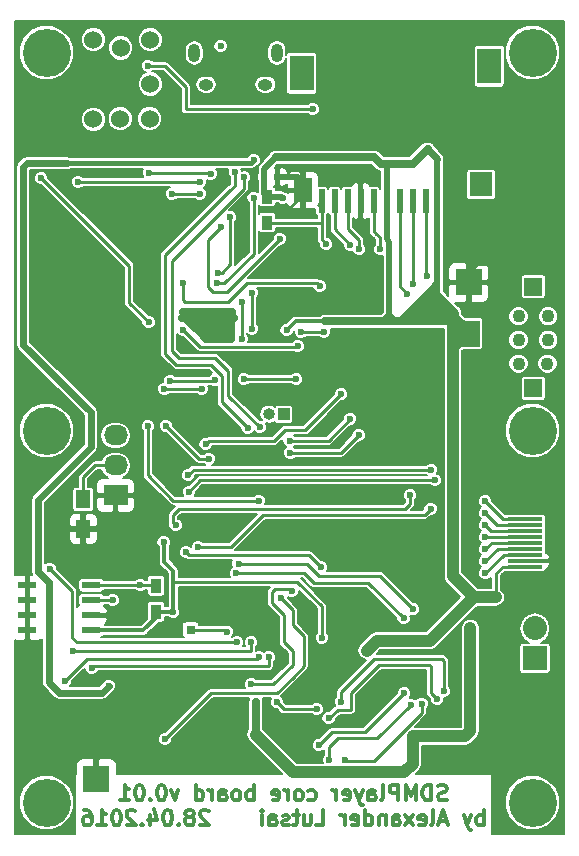
<source format=gbl>
G04 #@! TF.FileFunction,Copper,L2,Bot,Signal*
%FSLAX46Y46*%
G04 Gerber Fmt 4.6, Leading zero omitted, Abs format (unit mm)*
G04 Created by KiCad (PCBNEW 4.0.2-stable) date 09/05/2016 17:30:52*
%MOMM*%
G01*
G04 APERTURE LIST*
%ADD10C,0.200000*%
%ADD11C,0.300000*%
%ADD12R,0.500000X2.000000*%
%ADD13R,2.000000X3.000000*%
%ADD14R,1.900000X2.000000*%
%ADD15R,1.500000X2.000000*%
%ADD16R,0.900000X1.200000*%
%ADD17R,3.000000X0.300000*%
%ADD18C,1.524000*%
%ADD19R,1.000000X1.000000*%
%ADD20O,1.000000X1.000000*%
%ADD21C,4.064000*%
%ADD22R,0.600000X0.500000*%
%ADD23R,1.550000X0.600000*%
%ADD24O,1.250000X0.950000*%
%ADD25O,1.000000X1.550000*%
%ADD26R,0.800000X0.800000*%
%ADD27R,2.032000X2.032000*%
%ADD28O,2.032000X2.032000*%
%ADD29C,1.100000*%
%ADD30R,1.500000X1.500000*%
%ADD31R,1.250000X1.500000*%
%ADD32R,2.032000X1.727200*%
%ADD33O,2.032000X1.727200*%
%ADD34R,2.235200X2.235200*%
%ADD35C,0.600000*%
%ADD36C,0.700000*%
%ADD37C,0.250000*%
%ADD38C,0.500000*%
%ADD39C,0.400000*%
%ADD40C,1.000000*%
%ADD41C,0.600000*%
%ADD42C,0.350000*%
G04 APERTURE END LIST*
D10*
D11*
X180682760Y-155676190D02*
X180497046Y-155738095D01*
X180187522Y-155738095D01*
X180063712Y-155676190D01*
X180001808Y-155614286D01*
X179939903Y-155490476D01*
X179939903Y-155366667D01*
X180001808Y-155242857D01*
X180063712Y-155180952D01*
X180187522Y-155119048D01*
X180435141Y-155057143D01*
X180558950Y-154995238D01*
X180620855Y-154933333D01*
X180682760Y-154809524D01*
X180682760Y-154685714D01*
X180620855Y-154561905D01*
X180558950Y-154500000D01*
X180435141Y-154438095D01*
X180125617Y-154438095D01*
X179939903Y-154500000D01*
X179382760Y-155738095D02*
X179382760Y-154438095D01*
X179073236Y-154438095D01*
X178887522Y-154500000D01*
X178763713Y-154623810D01*
X178701808Y-154747619D01*
X178639903Y-154995238D01*
X178639903Y-155180952D01*
X178701808Y-155428571D01*
X178763713Y-155552381D01*
X178887522Y-155676190D01*
X179073236Y-155738095D01*
X179382760Y-155738095D01*
X178082760Y-155738095D02*
X178082760Y-154438095D01*
X177649427Y-155366667D01*
X177216094Y-154438095D01*
X177216094Y-155738095D01*
X176597046Y-155738095D02*
X176597046Y-154438095D01*
X176101808Y-154438095D01*
X175977999Y-154500000D01*
X175916094Y-154561905D01*
X175854189Y-154685714D01*
X175854189Y-154871429D01*
X175916094Y-154995238D01*
X175977999Y-155057143D01*
X176101808Y-155119048D01*
X176597046Y-155119048D01*
X175111332Y-155738095D02*
X175235141Y-155676190D01*
X175297046Y-155552381D01*
X175297046Y-154438095D01*
X174058951Y-155738095D02*
X174058951Y-155057143D01*
X174120856Y-154933333D01*
X174244666Y-154871429D01*
X174492285Y-154871429D01*
X174616094Y-154933333D01*
X174058951Y-155676190D02*
X174182761Y-155738095D01*
X174492285Y-155738095D01*
X174616094Y-155676190D01*
X174677999Y-155552381D01*
X174677999Y-155428571D01*
X174616094Y-155304762D01*
X174492285Y-155242857D01*
X174182761Y-155242857D01*
X174058951Y-155180952D01*
X173563714Y-154871429D02*
X173254190Y-155738095D01*
X172944666Y-154871429D02*
X173254190Y-155738095D01*
X173377999Y-156047619D01*
X173439904Y-156109524D01*
X173563714Y-156171429D01*
X171954190Y-155676190D02*
X172078000Y-155738095D01*
X172325619Y-155738095D01*
X172449428Y-155676190D01*
X172511333Y-155552381D01*
X172511333Y-155057143D01*
X172449428Y-154933333D01*
X172325619Y-154871429D01*
X172078000Y-154871429D01*
X171954190Y-154933333D01*
X171892285Y-155057143D01*
X171892285Y-155180952D01*
X172511333Y-155304762D01*
X171335142Y-155738095D02*
X171335142Y-154871429D01*
X171335142Y-155119048D02*
X171273237Y-154995238D01*
X171211333Y-154933333D01*
X171087523Y-154871429D01*
X170963714Y-154871429D01*
X168982761Y-155676190D02*
X169106571Y-155738095D01*
X169354190Y-155738095D01*
X169477999Y-155676190D01*
X169539904Y-155614286D01*
X169601809Y-155490476D01*
X169601809Y-155119048D01*
X169539904Y-154995238D01*
X169477999Y-154933333D01*
X169354190Y-154871429D01*
X169106571Y-154871429D01*
X168982761Y-154933333D01*
X168239904Y-155738095D02*
X168363713Y-155676190D01*
X168425618Y-155614286D01*
X168487523Y-155490476D01*
X168487523Y-155119048D01*
X168425618Y-154995238D01*
X168363713Y-154933333D01*
X168239904Y-154871429D01*
X168054190Y-154871429D01*
X167930380Y-154933333D01*
X167868475Y-154995238D01*
X167806571Y-155119048D01*
X167806571Y-155490476D01*
X167868475Y-155614286D01*
X167930380Y-155676190D01*
X168054190Y-155738095D01*
X168239904Y-155738095D01*
X167249428Y-155738095D02*
X167249428Y-154871429D01*
X167249428Y-155119048D02*
X167187523Y-154995238D01*
X167125619Y-154933333D01*
X167001809Y-154871429D01*
X166878000Y-154871429D01*
X165949428Y-155676190D02*
X166073238Y-155738095D01*
X166320857Y-155738095D01*
X166444666Y-155676190D01*
X166506571Y-155552381D01*
X166506571Y-155057143D01*
X166444666Y-154933333D01*
X166320857Y-154871429D01*
X166073238Y-154871429D01*
X165949428Y-154933333D01*
X165887523Y-155057143D01*
X165887523Y-155180952D01*
X166506571Y-155304762D01*
X164339904Y-155738095D02*
X164339904Y-154438095D01*
X164339904Y-154933333D02*
X164216095Y-154871429D01*
X163968476Y-154871429D01*
X163844666Y-154933333D01*
X163782761Y-154995238D01*
X163720857Y-155119048D01*
X163720857Y-155490476D01*
X163782761Y-155614286D01*
X163844666Y-155676190D01*
X163968476Y-155738095D01*
X164216095Y-155738095D01*
X164339904Y-155676190D01*
X162978000Y-155738095D02*
X163101809Y-155676190D01*
X163163714Y-155614286D01*
X163225619Y-155490476D01*
X163225619Y-155119048D01*
X163163714Y-154995238D01*
X163101809Y-154933333D01*
X162978000Y-154871429D01*
X162792286Y-154871429D01*
X162668476Y-154933333D01*
X162606571Y-154995238D01*
X162544667Y-155119048D01*
X162544667Y-155490476D01*
X162606571Y-155614286D01*
X162668476Y-155676190D01*
X162792286Y-155738095D01*
X162978000Y-155738095D01*
X161430381Y-155738095D02*
X161430381Y-155057143D01*
X161492286Y-154933333D01*
X161616096Y-154871429D01*
X161863715Y-154871429D01*
X161987524Y-154933333D01*
X161430381Y-155676190D02*
X161554191Y-155738095D01*
X161863715Y-155738095D01*
X161987524Y-155676190D01*
X162049429Y-155552381D01*
X162049429Y-155428571D01*
X161987524Y-155304762D01*
X161863715Y-155242857D01*
X161554191Y-155242857D01*
X161430381Y-155180952D01*
X160811334Y-155738095D02*
X160811334Y-154871429D01*
X160811334Y-155119048D02*
X160749429Y-154995238D01*
X160687525Y-154933333D01*
X160563715Y-154871429D01*
X160439906Y-154871429D01*
X159449429Y-155738095D02*
X159449429Y-154438095D01*
X159449429Y-155676190D02*
X159573239Y-155738095D01*
X159820858Y-155738095D01*
X159944667Y-155676190D01*
X160006572Y-155614286D01*
X160068477Y-155490476D01*
X160068477Y-155119048D01*
X160006572Y-154995238D01*
X159944667Y-154933333D01*
X159820858Y-154871429D01*
X159573239Y-154871429D01*
X159449429Y-154933333D01*
X157963716Y-154871429D02*
X157654192Y-155738095D01*
X157344668Y-154871429D01*
X156601811Y-154438095D02*
X156478002Y-154438095D01*
X156354192Y-154500000D01*
X156292287Y-154561905D01*
X156230383Y-154685714D01*
X156168478Y-154933333D01*
X156168478Y-155242857D01*
X156230383Y-155490476D01*
X156292287Y-155614286D01*
X156354192Y-155676190D01*
X156478002Y-155738095D01*
X156601811Y-155738095D01*
X156725621Y-155676190D01*
X156787525Y-155614286D01*
X156849430Y-155490476D01*
X156911335Y-155242857D01*
X156911335Y-154933333D01*
X156849430Y-154685714D01*
X156787525Y-154561905D01*
X156725621Y-154500000D01*
X156601811Y-154438095D01*
X155611335Y-155614286D02*
X155549430Y-155676190D01*
X155611335Y-155738095D01*
X155673240Y-155676190D01*
X155611335Y-155614286D01*
X155611335Y-155738095D01*
X154744668Y-154438095D02*
X154620859Y-154438095D01*
X154497049Y-154500000D01*
X154435144Y-154561905D01*
X154373240Y-154685714D01*
X154311335Y-154933333D01*
X154311335Y-155242857D01*
X154373240Y-155490476D01*
X154435144Y-155614286D01*
X154497049Y-155676190D01*
X154620859Y-155738095D01*
X154744668Y-155738095D01*
X154868478Y-155676190D01*
X154930382Y-155614286D01*
X154992287Y-155490476D01*
X155054192Y-155242857D01*
X155054192Y-154933333D01*
X154992287Y-154685714D01*
X154930382Y-154561905D01*
X154868478Y-154500000D01*
X154744668Y-154438095D01*
X153073240Y-155738095D02*
X153816097Y-155738095D01*
X153444668Y-155738095D02*
X153444668Y-154438095D01*
X153568478Y-154623810D01*
X153692287Y-154747619D01*
X153816097Y-154809524D01*
X183808950Y-157858095D02*
X183808950Y-156558095D01*
X183808950Y-157053333D02*
X183685141Y-156991429D01*
X183437522Y-156991429D01*
X183313712Y-157053333D01*
X183251807Y-157115238D01*
X183189903Y-157239048D01*
X183189903Y-157610476D01*
X183251807Y-157734286D01*
X183313712Y-157796190D01*
X183437522Y-157858095D01*
X183685141Y-157858095D01*
X183808950Y-157796190D01*
X182756570Y-156991429D02*
X182447046Y-157858095D01*
X182137522Y-156991429D02*
X182447046Y-157858095D01*
X182570855Y-158167619D01*
X182632760Y-158229524D01*
X182756570Y-158291429D01*
X180713713Y-157486667D02*
X180094665Y-157486667D01*
X180837522Y-157858095D02*
X180404189Y-156558095D01*
X179970856Y-157858095D01*
X179351808Y-157858095D02*
X179475617Y-157796190D01*
X179537522Y-157672381D01*
X179537522Y-156558095D01*
X178361332Y-157796190D02*
X178485142Y-157858095D01*
X178732761Y-157858095D01*
X178856570Y-157796190D01*
X178918475Y-157672381D01*
X178918475Y-157177143D01*
X178856570Y-157053333D01*
X178732761Y-156991429D01*
X178485142Y-156991429D01*
X178361332Y-157053333D01*
X178299427Y-157177143D01*
X178299427Y-157300952D01*
X178918475Y-157424762D01*
X177866094Y-157858095D02*
X177185141Y-156991429D01*
X177866094Y-156991429D02*
X177185141Y-157858095D01*
X176132760Y-157858095D02*
X176132760Y-157177143D01*
X176194665Y-157053333D01*
X176318475Y-156991429D01*
X176566094Y-156991429D01*
X176689903Y-157053333D01*
X176132760Y-157796190D02*
X176256570Y-157858095D01*
X176566094Y-157858095D01*
X176689903Y-157796190D01*
X176751808Y-157672381D01*
X176751808Y-157548571D01*
X176689903Y-157424762D01*
X176566094Y-157362857D01*
X176256570Y-157362857D01*
X176132760Y-157300952D01*
X175513713Y-156991429D02*
X175513713Y-157858095D01*
X175513713Y-157115238D02*
X175451808Y-157053333D01*
X175327999Y-156991429D01*
X175142285Y-156991429D01*
X175018475Y-157053333D01*
X174956570Y-157177143D01*
X174956570Y-157858095D01*
X173780380Y-157858095D02*
X173780380Y-156558095D01*
X173780380Y-157796190D02*
X173904190Y-157858095D01*
X174151809Y-157858095D01*
X174275618Y-157796190D01*
X174337523Y-157734286D01*
X174399428Y-157610476D01*
X174399428Y-157239048D01*
X174337523Y-157115238D01*
X174275618Y-157053333D01*
X174151809Y-156991429D01*
X173904190Y-156991429D01*
X173780380Y-157053333D01*
X172666095Y-157796190D02*
X172789905Y-157858095D01*
X173037524Y-157858095D01*
X173161333Y-157796190D01*
X173223238Y-157672381D01*
X173223238Y-157177143D01*
X173161333Y-157053333D01*
X173037524Y-156991429D01*
X172789905Y-156991429D01*
X172666095Y-157053333D01*
X172604190Y-157177143D01*
X172604190Y-157300952D01*
X173223238Y-157424762D01*
X172047047Y-157858095D02*
X172047047Y-156991429D01*
X172047047Y-157239048D02*
X171985142Y-157115238D01*
X171923238Y-157053333D01*
X171799428Y-156991429D01*
X171675619Y-156991429D01*
X169632762Y-157858095D02*
X170251809Y-157858095D01*
X170251809Y-156558095D01*
X168642285Y-156991429D02*
X168642285Y-157858095D01*
X169199428Y-156991429D02*
X169199428Y-157672381D01*
X169137523Y-157796190D01*
X169013714Y-157858095D01*
X168828000Y-157858095D01*
X168704190Y-157796190D01*
X168642285Y-157734286D01*
X168208952Y-156991429D02*
X167713714Y-156991429D01*
X168023238Y-156558095D02*
X168023238Y-157672381D01*
X167961333Y-157796190D01*
X167837524Y-157858095D01*
X167713714Y-157858095D01*
X167342286Y-157796190D02*
X167218476Y-157858095D01*
X166970857Y-157858095D01*
X166847048Y-157796190D01*
X166785143Y-157672381D01*
X166785143Y-157610476D01*
X166847048Y-157486667D01*
X166970857Y-157424762D01*
X167156572Y-157424762D01*
X167280381Y-157362857D01*
X167342286Y-157239048D01*
X167342286Y-157177143D01*
X167280381Y-157053333D01*
X167156572Y-156991429D01*
X166970857Y-156991429D01*
X166847048Y-157053333D01*
X165670857Y-157858095D02*
X165670857Y-157177143D01*
X165732762Y-157053333D01*
X165856572Y-156991429D01*
X166104191Y-156991429D01*
X166228000Y-157053333D01*
X165670857Y-157796190D02*
X165794667Y-157858095D01*
X166104191Y-157858095D01*
X166228000Y-157796190D01*
X166289905Y-157672381D01*
X166289905Y-157548571D01*
X166228000Y-157424762D01*
X166104191Y-157362857D01*
X165794667Y-157362857D01*
X165670857Y-157300952D01*
X165051810Y-157858095D02*
X165051810Y-156991429D01*
X165051810Y-156558095D02*
X165113715Y-156620000D01*
X165051810Y-156681905D01*
X164989905Y-156620000D01*
X165051810Y-156558095D01*
X165051810Y-156681905D01*
X160532763Y-156681905D02*
X160470858Y-156620000D01*
X160347049Y-156558095D01*
X160037525Y-156558095D01*
X159913715Y-156620000D01*
X159851811Y-156681905D01*
X159789906Y-156805714D01*
X159789906Y-156929524D01*
X159851811Y-157115238D01*
X160594668Y-157858095D01*
X159789906Y-157858095D01*
X159047049Y-157115238D02*
X159170858Y-157053333D01*
X159232763Y-156991429D01*
X159294668Y-156867619D01*
X159294668Y-156805714D01*
X159232763Y-156681905D01*
X159170858Y-156620000D01*
X159047049Y-156558095D01*
X158799430Y-156558095D01*
X158675620Y-156620000D01*
X158613716Y-156681905D01*
X158551811Y-156805714D01*
X158551811Y-156867619D01*
X158613716Y-156991429D01*
X158675620Y-157053333D01*
X158799430Y-157115238D01*
X159047049Y-157115238D01*
X159170858Y-157177143D01*
X159232763Y-157239048D01*
X159294668Y-157362857D01*
X159294668Y-157610476D01*
X159232763Y-157734286D01*
X159170858Y-157796190D01*
X159047049Y-157858095D01*
X158799430Y-157858095D01*
X158675620Y-157796190D01*
X158613716Y-157734286D01*
X158551811Y-157610476D01*
X158551811Y-157362857D01*
X158613716Y-157239048D01*
X158675620Y-157177143D01*
X158799430Y-157115238D01*
X157994668Y-157734286D02*
X157932763Y-157796190D01*
X157994668Y-157858095D01*
X158056573Y-157796190D01*
X157994668Y-157734286D01*
X157994668Y-157858095D01*
X157128001Y-156558095D02*
X157004192Y-156558095D01*
X156880382Y-156620000D01*
X156818477Y-156681905D01*
X156756573Y-156805714D01*
X156694668Y-157053333D01*
X156694668Y-157362857D01*
X156756573Y-157610476D01*
X156818477Y-157734286D01*
X156880382Y-157796190D01*
X157004192Y-157858095D01*
X157128001Y-157858095D01*
X157251811Y-157796190D01*
X157313715Y-157734286D01*
X157375620Y-157610476D01*
X157437525Y-157362857D01*
X157437525Y-157053333D01*
X157375620Y-156805714D01*
X157313715Y-156681905D01*
X157251811Y-156620000D01*
X157128001Y-156558095D01*
X155580382Y-156991429D02*
X155580382Y-157858095D01*
X155889906Y-156496190D02*
X156199430Y-157424762D01*
X155394668Y-157424762D01*
X154899430Y-157734286D02*
X154837525Y-157796190D01*
X154899430Y-157858095D01*
X154961335Y-157796190D01*
X154899430Y-157734286D01*
X154899430Y-157858095D01*
X154342287Y-156681905D02*
X154280382Y-156620000D01*
X154156573Y-156558095D01*
X153847049Y-156558095D01*
X153723239Y-156620000D01*
X153661335Y-156681905D01*
X153599430Y-156805714D01*
X153599430Y-156929524D01*
X153661335Y-157115238D01*
X154404192Y-157858095D01*
X153599430Y-157858095D01*
X152794668Y-156558095D02*
X152670859Y-156558095D01*
X152547049Y-156620000D01*
X152485144Y-156681905D01*
X152423240Y-156805714D01*
X152361335Y-157053333D01*
X152361335Y-157362857D01*
X152423240Y-157610476D01*
X152485144Y-157734286D01*
X152547049Y-157796190D01*
X152670859Y-157858095D01*
X152794668Y-157858095D01*
X152918478Y-157796190D01*
X152980382Y-157734286D01*
X153042287Y-157610476D01*
X153104192Y-157362857D01*
X153104192Y-157053333D01*
X153042287Y-156805714D01*
X152980382Y-156681905D01*
X152918478Y-156620000D01*
X152794668Y-156558095D01*
X151123240Y-157858095D02*
X151866097Y-157858095D01*
X151494668Y-157858095D02*
X151494668Y-156558095D01*
X151618478Y-156743810D01*
X151742287Y-156867619D01*
X151866097Y-156929524D01*
X150008954Y-156558095D02*
X150256573Y-156558095D01*
X150380383Y-156620000D01*
X150442288Y-156681905D01*
X150566097Y-156867619D01*
X150628002Y-157115238D01*
X150628002Y-157610476D01*
X150566097Y-157734286D01*
X150504192Y-157796190D01*
X150380383Y-157858095D01*
X150132764Y-157858095D01*
X150008954Y-157796190D01*
X149947050Y-157734286D01*
X149885145Y-157610476D01*
X149885145Y-157300952D01*
X149947050Y-157177143D01*
X150008954Y-157115238D01*
X150132764Y-157053333D01*
X150380383Y-157053333D01*
X150504192Y-157115238D01*
X150566097Y-157177143D01*
X150628002Y-157300952D01*
D12*
X178902000Y-104998000D03*
X177802000Y-104998000D03*
X176702000Y-104998000D03*
X175602000Y-104998000D03*
X174502000Y-104998000D03*
X173402000Y-104998000D03*
X172302000Y-104998000D03*
X171202000Y-104998000D03*
X170102000Y-104998000D03*
D13*
X184302000Y-93598000D03*
D14*
X183602000Y-103598000D03*
D15*
X168502000Y-104098000D03*
D13*
X168402000Y-94198000D03*
D16*
X165481000Y-104627500D03*
X165481000Y-106827500D03*
D17*
X187325000Y-135953000D03*
X187325000Y-135453000D03*
X187325000Y-134953000D03*
X187325000Y-134453000D03*
X187325000Y-133953000D03*
X187325000Y-133453000D03*
X187325000Y-132953000D03*
X187325000Y-132453000D03*
X187325000Y-131953000D03*
D18*
X153085000Y-92044000D03*
X155585000Y-91344000D03*
X155585000Y-95094000D03*
X150785000Y-98094000D03*
X155535000Y-98044000D03*
X150785000Y-91344000D03*
X153035000Y-98044000D03*
D19*
X166878000Y-123063000D03*
D20*
X165638000Y-123063000D03*
D21*
X187960000Y-124460000D03*
X187960000Y-92456000D03*
X187960000Y-155956000D03*
X146812000Y-155956000D03*
X146812000Y-124460000D03*
D22*
X165261200Y-102971600D03*
X166361200Y-102971600D03*
D23*
X145191500Y-141351000D03*
X145191500Y-140081000D03*
X145191500Y-138811000D03*
X145191500Y-137541000D03*
X150591500Y-137541000D03*
X150591500Y-138811000D03*
X150591500Y-140081000D03*
X150591500Y-141351000D03*
D24*
X165314900Y-95161540D03*
X160314900Y-95161540D03*
D25*
X166314900Y-92461540D03*
X159314900Y-92461540D03*
D26*
X159004000Y-141287500D03*
D27*
X188163200Y-143713200D03*
D28*
X188163200Y-141173200D03*
D16*
X156083000Y-139784000D03*
X156083000Y-137584000D03*
D21*
X146812000Y-92456000D03*
D29*
X189223500Y-118768000D03*
X186773500Y-118768000D03*
X189273500Y-114768000D03*
X186773500Y-114768000D03*
X189273500Y-116768000D03*
D30*
X188023500Y-120868000D03*
X188023500Y-112268000D03*
D29*
X186773500Y-116768000D03*
D31*
X149923500Y-130258500D03*
X149923500Y-132758500D03*
D32*
X152654000Y-129921000D03*
D33*
X152654000Y-127381000D03*
X152654000Y-124841000D03*
D34*
X182562500Y-111887000D03*
X151028400Y-153924000D03*
X182372000Y-116230400D03*
D35*
X161544000Y-91884500D03*
X148336000Y-145669000D03*
X164782500Y-143637000D03*
X161925000Y-99631500D03*
X153987500Y-133731000D03*
X173736000Y-102679500D03*
X163258500Y-152209500D03*
X182308500Y-107251500D03*
X188150500Y-109601000D03*
X174117000Y-113284000D03*
X166941500Y-106045000D03*
X179895500Y-97472500D03*
X184912000Y-145224500D03*
X163766500Y-120967500D03*
X165925500Y-121539000D03*
X153035000Y-151892000D03*
X161734500Y-123190000D03*
X152400000Y-140055600D03*
X155384500Y-116141500D03*
X152844500Y-119126000D03*
X153035000Y-111760000D03*
X165608000Y-143637000D03*
X150622000Y-144526000D03*
X162941000Y-142367000D03*
X147066000Y-136144000D03*
X149034500Y-143129000D03*
X164147500Y-142367000D03*
X169672000Y-148018500D03*
X166306500Y-147447000D03*
X161036000Y-120142000D03*
X157289500Y-120205500D03*
X156781500Y-120904000D03*
X159956500Y-120904000D03*
X162369500Y-106362500D03*
X161290000Y-111061500D03*
X177863500Y-112014000D03*
X179387500Y-127762000D03*
X158813500Y-128206500D03*
X177355500Y-112839500D03*
X159639000Y-134302500D03*
X179324000Y-131064000D03*
X166560500Y-108204000D03*
X161607500Y-107188000D03*
X166814500Y-104775000D03*
X173926500Y-143065500D03*
X179070000Y-100584000D03*
X170116500Y-141986000D03*
X156718000Y-133908800D03*
X157543500Y-139827000D03*
X170370500Y-115189000D03*
X167132000Y-115951000D03*
X157734000Y-132461000D03*
X175069500Y-109093000D03*
X177609500Y-129921000D03*
X173228000Y-124841000D03*
X173291500Y-109093000D03*
X167449500Y-126301500D03*
X172529500Y-123444000D03*
X172529500Y-108712000D03*
X167386000Y-125285500D03*
X179705000Y-128651000D03*
X179006500Y-111379000D03*
X158877000Y-129603500D03*
X171767500Y-121348500D03*
X160274000Y-125603000D03*
X170497500Y-108648500D03*
X162877500Y-136525000D03*
X177038000Y-140335000D03*
X177101500Y-146685000D03*
X169862500Y-151066500D03*
X154749500Y-137541000D03*
X163068000Y-135699500D03*
X177863500Y-139573000D03*
X177673000Y-147637500D03*
X170751500Y-152336500D03*
X152400000Y-138811000D03*
X164338000Y-101536500D03*
X152082500Y-146050000D03*
X164846000Y-124142500D03*
X163512500Y-102997000D03*
X162750500Y-102552500D03*
X163830000Y-124206000D03*
X183959500Y-136525000D03*
X183959500Y-135509000D03*
X183959500Y-132461000D03*
X183959500Y-133477000D03*
X183959500Y-134493000D03*
X183959500Y-131445000D03*
X183959500Y-130429000D03*
X162115500Y-141478000D03*
X164211000Y-112776000D03*
X164211000Y-115824000D03*
X169926000Y-112204500D03*
X158369000Y-111950500D03*
X169354500Y-97218500D03*
X155384500Y-93535500D03*
X146367500Y-103060500D03*
X155448000Y-115252500D03*
X163322000Y-113538000D03*
X163322000Y-116713000D03*
X158369000Y-115951000D03*
X168084500Y-117284500D03*
X170053000Y-136017000D03*
X158623000Y-134747000D03*
X167957500Y-120078500D03*
X163512500Y-120078500D03*
X170307000Y-116078000D03*
X168338500Y-116078000D03*
X164528500Y-147383500D03*
X177800000Y-150304500D03*
X182689500Y-141160500D03*
X170688000Y-148780500D03*
X179895500Y-147193000D03*
X171767500Y-147383500D03*
X180467000Y-146494500D03*
X164147500Y-145923000D03*
X167576500Y-138049000D03*
X166624000Y-138620500D03*
X156845000Y-150558500D03*
X178562000Y-147574000D03*
X172085000Y-152336500D03*
X159829500Y-103378000D03*
X149479000Y-103378000D03*
X161226500Y-111950500D03*
X164338000Y-104711500D03*
X155511500Y-102616000D03*
X160718500Y-102679500D03*
X157416500Y-104394000D03*
X159766000Y-104394000D03*
X155384500Y-124079000D03*
X164782500Y-130365500D03*
X156908500Y-124015500D03*
X160528000Y-126809500D03*
D36*
X159988250Y-116300250D02*
X159988250Y-115347750D01*
X159988250Y-115347750D02*
X159512000Y-114871500D01*
X160591500Y-116649500D02*
X160591500Y-115316000D01*
X160591500Y-115316000D02*
X160147000Y-114871500D01*
X162433000Y-116649500D02*
X160591500Y-116649500D01*
X160591500Y-116649500D02*
X160337500Y-116649500D01*
X161925000Y-114871500D02*
X162433000Y-115379500D01*
X162433000Y-116649500D02*
X162433000Y-115379500D01*
X160337500Y-116649500D02*
X159988250Y-116300250D01*
X159988250Y-116300250D02*
X158559500Y-114871500D01*
X161163000Y-116586000D02*
X161163000Y-114935000D01*
X161163000Y-114935000D02*
X161099500Y-114871500D01*
X161798000Y-116586000D02*
X161798000Y-115570000D01*
X161798000Y-115570000D02*
X161099500Y-114871500D01*
X158242000Y-114871500D02*
X158559500Y-114871500D01*
X158559500Y-114871500D02*
X159512000Y-114871500D01*
X159512000Y-114871500D02*
X160147000Y-114871500D01*
X160147000Y-114871500D02*
X161099500Y-114871500D01*
X161099500Y-114871500D02*
X161925000Y-114871500D01*
X161925000Y-114871500D02*
X162646998Y-114871500D01*
X162496500Y-114363500D02*
X158369000Y-114363500D01*
D37*
X150241000Y-143764000D02*
X148336000Y-145669000D01*
X164655500Y-143764000D02*
X150241000Y-143764000D01*
X164782500Y-143637000D02*
X164655500Y-143764000D01*
D38*
X151028400Y-153924000D02*
X151028400Y-151930100D01*
X151028400Y-151930100D02*
X151066500Y-151892000D01*
X182562500Y-111887000D02*
X182562500Y-110934500D01*
X182562500Y-110934500D02*
X183324500Y-110172500D01*
D37*
X149923500Y-132758500D02*
X153015000Y-132758500D01*
X153015000Y-132758500D02*
X153987500Y-133731000D01*
X152654000Y-129921000D02*
X154527250Y-129921000D01*
X154495500Y-129984500D02*
X154527250Y-129984500D01*
X154495500Y-129952750D02*
X154495500Y-129984500D01*
X154527250Y-129921000D02*
X154495500Y-129952750D01*
D39*
X162115500Y-99822000D02*
X180657500Y-99822000D01*
X161925000Y-99631500D02*
X162115500Y-99822000D01*
D37*
X154622500Y-121920000D02*
X152654000Y-119951500D01*
X152654000Y-119316500D02*
X152844500Y-119126000D01*
X152654000Y-119951500D02*
X152654000Y-119316500D01*
X156400500Y-122428000D02*
X155130500Y-122428000D01*
X155130500Y-122428000D02*
X154622500Y-121920000D01*
X154622500Y-121920000D02*
X154527250Y-121824750D01*
X153987500Y-133731000D02*
X154527250Y-133191250D01*
X154527250Y-133191250D02*
X154527250Y-129984500D01*
X154527250Y-129984500D02*
X154527250Y-129730500D01*
X154527250Y-129730500D02*
X154527250Y-121824750D01*
X154527250Y-121824750D02*
X154527250Y-120808750D01*
X173402000Y-104998000D02*
X173402000Y-103013500D01*
X173402000Y-103013500D02*
X173736000Y-102679500D01*
D38*
X181514750Y-108045250D02*
X181514750Y-108362750D01*
X182308500Y-107251500D02*
X181514750Y-108045250D01*
X180595502Y-106045000D02*
X180657500Y-106045000D01*
X180595502Y-107443502D02*
X180595502Y-106045000D01*
D36*
X183324500Y-110172500D02*
X181514750Y-108362750D01*
D38*
X181514750Y-108362750D02*
X180595502Y-107443502D01*
D36*
X187579000Y-110172500D02*
X183324500Y-110172500D01*
X188150500Y-109601000D02*
X187579000Y-110172500D01*
D37*
X173402000Y-104998000D02*
X173402000Y-107552500D01*
X174117000Y-108267500D02*
X174117000Y-113284000D01*
X173402000Y-107552500D02*
X174117000Y-108267500D01*
D38*
X168102000Y-102998000D02*
X168102000Y-103698000D01*
X168102000Y-103698000D02*
X168502000Y-104098000D01*
D37*
X168502000Y-104098000D02*
X168502000Y-103668500D01*
X168502000Y-104098000D02*
X168502000Y-104484500D01*
X168502000Y-104484500D02*
X166941500Y-106045000D01*
X168502000Y-103668500D02*
X167831500Y-102998000D01*
X168502000Y-104098000D02*
X168502000Y-103398000D01*
X168502000Y-103398000D02*
X168102000Y-102998000D01*
D38*
X179895500Y-97472500D02*
X180657500Y-98234500D01*
X180657500Y-98234500D02*
X180657500Y-99822000D01*
X180657500Y-99822000D02*
X180657500Y-106045000D01*
X180657500Y-106045000D02*
X180657500Y-106045000D01*
X180657500Y-106045000D02*
X180657500Y-105981500D01*
X180657500Y-105981500D02*
X180657500Y-106045000D01*
D37*
X187325000Y-135453000D02*
X189999500Y-135453000D01*
X184912000Y-140462000D02*
X184912000Y-145224500D01*
X186055000Y-139319000D02*
X184912000Y-140462000D01*
X187833000Y-139319000D02*
X186055000Y-139319000D01*
X190055500Y-137096500D02*
X187833000Y-139319000D01*
X190055500Y-135509000D02*
X190055500Y-137096500D01*
X189999500Y-135453000D02*
X190055500Y-135509000D01*
X165354000Y-120967500D02*
X163766500Y-120967500D01*
X165925500Y-121539000D02*
X165354000Y-120967500D01*
X145191500Y-141351000D02*
X145191500Y-146017000D01*
X151066500Y-151892000D02*
X153035000Y-151892000D01*
X145191500Y-146017000D02*
X151066500Y-151892000D01*
X161734500Y-123190000D02*
X158496000Y-123190000D01*
X158496000Y-123190000D02*
X157734000Y-122428000D01*
X157734000Y-122428000D02*
X156400500Y-122428000D01*
X156400500Y-122428000D02*
X156146500Y-122428000D01*
X156146500Y-122428000D02*
X154527250Y-120808750D01*
X154527250Y-120808750D02*
X152844500Y-119126000D01*
D38*
X168102000Y-102998000D02*
X167831500Y-102998000D01*
X167831500Y-102998000D02*
X166387600Y-102998000D01*
X166387600Y-102998000D02*
X166361200Y-102971600D01*
D37*
X151638000Y-140055600D02*
X152400000Y-140055600D01*
X151638000Y-140055600D02*
X150616900Y-140055600D01*
X150616900Y-140055600D02*
X150591500Y-140081000D01*
X150591500Y-140081000D02*
X152374600Y-140081000D01*
X152374600Y-140081000D02*
X152400000Y-140055600D01*
X145191500Y-140081000D02*
X145191500Y-141351000D01*
X145191500Y-138811000D02*
X145191500Y-140081000D01*
X145191500Y-137541000D02*
X145191500Y-138811000D01*
X155384500Y-116141500D02*
X152844500Y-116141500D01*
X152844500Y-111950500D02*
X152844500Y-116141500D01*
X152844500Y-116141500D02*
X152844500Y-119126000D01*
X153035000Y-111760000D02*
X152844500Y-111950500D01*
X165608000Y-143637000D02*
X165608000Y-144399000D01*
X150622000Y-144526000D02*
X150749000Y-144399000D01*
X150749000Y-144399000D02*
X165608000Y-144399000D01*
X149352000Y-142367000D02*
X162941000Y-142367000D01*
X148971000Y-141986000D02*
X149352000Y-142367000D01*
X148971000Y-138049000D02*
X148971000Y-141986000D01*
X147066000Y-136144000D02*
X148971000Y-138049000D01*
X164147500Y-143129000D02*
X149034500Y-143129000D01*
X164147500Y-142367000D02*
X164147500Y-143129000D01*
X166878000Y-148018500D02*
X169672000Y-148018500D01*
X166306500Y-147447000D02*
X166878000Y-148018500D01*
X161036000Y-120142000D02*
X160972500Y-120205500D01*
X160972500Y-120205500D02*
X157289500Y-120205500D01*
X159956500Y-120904000D02*
X156781500Y-120904000D01*
X161290000Y-111061500D02*
X161671000Y-111061500D01*
X162369500Y-110363000D02*
X162369500Y-106362500D01*
X161671000Y-111061500D02*
X162369500Y-110363000D01*
X177802000Y-111952500D02*
X177802000Y-104998000D01*
X177863500Y-112014000D02*
X177802000Y-111952500D01*
X159258000Y-127762000D02*
X179387500Y-127762000D01*
X158813500Y-128206500D02*
X159258000Y-127762000D01*
X176702000Y-110998000D02*
X176702000Y-112186000D01*
X176702000Y-112186000D02*
X177355500Y-112839500D01*
X176702000Y-104998000D02*
X176702000Y-106217000D01*
X176702000Y-106217000D02*
X176702000Y-110998000D01*
X162433000Y-134302500D02*
X159639000Y-134302500D01*
X165163500Y-131572000D02*
X162433000Y-134302500D01*
X178816000Y-131572000D02*
X165163500Y-131572000D01*
X179324000Y-131064000D02*
X178816000Y-131572000D01*
D38*
X182372000Y-116230400D02*
X182372000Y-116586000D01*
X182372000Y-116586000D02*
X181229000Y-117729000D01*
X182372000Y-116230400D02*
X182372000Y-115697000D01*
X182372000Y-115697000D02*
X180530500Y-113855500D01*
X181114700Y-114439700D02*
X181114700Y-114973100D01*
X181114700Y-114973100D02*
X182372000Y-116230400D01*
X182372000Y-116230400D02*
X181610000Y-116230400D01*
X181610000Y-116230400D02*
X181229000Y-116611400D01*
D37*
X187325000Y-135953000D02*
X185420500Y-135953000D01*
X184848500Y-136525000D02*
X184848500Y-138557000D01*
X185420500Y-135953000D02*
X184848500Y-136525000D01*
X162052000Y-112712500D02*
X166560500Y-108204000D01*
X160909000Y-112712500D02*
X162052000Y-112712500D01*
X160464500Y-112268000D02*
X160909000Y-112712500D01*
X160464500Y-108331000D02*
X160464500Y-112268000D01*
X161607500Y-107188000D02*
X160464500Y-108331000D01*
D38*
X166814500Y-104775000D02*
X166667000Y-104627500D01*
X165481000Y-104627500D02*
X166667000Y-104627500D01*
X165261200Y-102971600D02*
X165261200Y-104407700D01*
D37*
X165261200Y-104407700D02*
X165481000Y-104627500D01*
D38*
X175602000Y-106553000D02*
X175602000Y-104998000D01*
D37*
X175602000Y-106553000D02*
X175602000Y-106514000D01*
D40*
X181229000Y-114554000D02*
X181114700Y-114439700D01*
X181114700Y-114439700D02*
X179546250Y-112871250D01*
D36*
X177482500Y-114935000D02*
X179641500Y-112776000D01*
X177482500Y-114935000D02*
X177482500Y-115189000D01*
D40*
X179546250Y-112871250D02*
X179641500Y-112776000D01*
X181229000Y-115189000D02*
X181229000Y-114554000D01*
D37*
X176879250Y-114712750D02*
X176403000Y-115189000D01*
X176720500Y-115189000D02*
X176720500Y-114871500D01*
X176720500Y-114871500D02*
X176879250Y-114712750D01*
X176879250Y-114712750D02*
X179895500Y-111696500D01*
D39*
X179895500Y-112268000D02*
X179641500Y-112268000D01*
X179641500Y-112268000D02*
X176720500Y-115189000D01*
D36*
X176403000Y-115189000D02*
X176403000Y-115189000D01*
X176403000Y-115189000D02*
X176720500Y-115189000D01*
X176720500Y-115189000D02*
X177482500Y-115189000D01*
X177482500Y-115189000D02*
X181229000Y-115189000D01*
D41*
X180657500Y-115189000D02*
X180657500Y-115125500D01*
X180657500Y-115125500D02*
X181229000Y-114554000D01*
X181229000Y-114554000D02*
X181229000Y-114427000D01*
X179578000Y-114935000D02*
X179832000Y-114935000D01*
X180530500Y-114236500D02*
X180530500Y-113855500D01*
X179832000Y-114935000D02*
X180530500Y-114236500D01*
X179451000Y-114935000D02*
X179578000Y-114935000D01*
X179578000Y-114935000D02*
X180340000Y-114935000D01*
X180340000Y-114935000D02*
X181038500Y-114236500D01*
X180530500Y-113728500D02*
X180530500Y-113855500D01*
X180530500Y-113855500D02*
X180530500Y-113855500D01*
X180530500Y-113855500D02*
X179451000Y-114935000D01*
X179451000Y-114935000D02*
X179197000Y-115189000D01*
X178371500Y-115189000D02*
X178435000Y-115189000D01*
X178435000Y-115189000D02*
X180213000Y-113411000D01*
X177609500Y-115189000D02*
X178371500Y-115189000D01*
X178371500Y-115189000D02*
X179197000Y-115189000D01*
X179197000Y-115189000D02*
X180657500Y-115189000D01*
X180657500Y-115189000D02*
X181229000Y-115189000D01*
X181229000Y-115189000D02*
X181102000Y-115189000D01*
X181102000Y-115189000D02*
X181229000Y-115189000D01*
X177546000Y-115189000D02*
X177609500Y-115189000D01*
X176403000Y-115189000D02*
X177546000Y-115189000D01*
X177609500Y-115189000D02*
X177800000Y-115189000D01*
X177800000Y-115189000D02*
X179895500Y-113093500D01*
D38*
X177800000Y-115189000D02*
X179895500Y-113093500D01*
D41*
X179070000Y-100584000D02*
X179895500Y-101409500D01*
D38*
X179895500Y-101409500D02*
X179895500Y-111696500D01*
X179895500Y-111696500D02*
X179895500Y-112268000D01*
X179895500Y-112268000D02*
X179895500Y-113093500D01*
X179895500Y-113093500D02*
X179895500Y-112903000D01*
X179895500Y-112903000D02*
X179895500Y-113093500D01*
D37*
X175387000Y-115189000D02*
X175387000Y-115062000D01*
D38*
X175387000Y-115062000D02*
X175831500Y-114617500D01*
D37*
X175831500Y-114554000D02*
X175831500Y-114744500D01*
X175831500Y-114744500D02*
X175387000Y-115189000D01*
X175831500Y-114554000D02*
X175831500Y-114617500D01*
D38*
X175831500Y-114617500D02*
X176403000Y-115189000D01*
D37*
X175831500Y-114744500D02*
X175958500Y-114744500D01*
X175958500Y-114744500D02*
X176403000Y-115189000D01*
D38*
X175602000Y-106514000D02*
X175602000Y-108228500D01*
D37*
X175831500Y-114744500D02*
X175387000Y-115189000D01*
D38*
X175831500Y-108458000D02*
X175831500Y-114554000D01*
X175602000Y-108228500D02*
X175831500Y-108458000D01*
X175602000Y-104998000D02*
X175602000Y-101848400D01*
D37*
X175577500Y-101981000D02*
X175577500Y-101848400D01*
X175577500Y-101872900D02*
X175577500Y-101981000D01*
X175602000Y-101848400D02*
X175577500Y-101872900D01*
D40*
X182975250Y-138525250D02*
X179260500Y-142240000D01*
X174752000Y-142240000D02*
X173926500Y-143065500D01*
X179260500Y-142240000D02*
X174752000Y-142240000D01*
D36*
X181229000Y-114427000D02*
X181229000Y-114427000D01*
X181229000Y-114427000D02*
X181038500Y-114236500D01*
X181229000Y-115189000D02*
X181229000Y-114427000D01*
X181038500Y-114236500D02*
X180530500Y-113728500D01*
X180530500Y-113728500D02*
X180213000Y-113411000D01*
X180213000Y-113411000D02*
X179895500Y-113093500D01*
D40*
X181229000Y-136779000D02*
X181229000Y-117729000D01*
X181229000Y-117729000D02*
X181229000Y-116611400D01*
X181229000Y-116611400D02*
X181229000Y-115189000D01*
X182975250Y-138525250D02*
X181229000Y-136779000D01*
D37*
X183007000Y-138557000D02*
X182975250Y-138525250D01*
D40*
X184848500Y-138557000D02*
X183007000Y-138557000D01*
D36*
X176403000Y-115189000D02*
X175387000Y-115189000D01*
X175387000Y-115189000D02*
X170370500Y-115189000D01*
X177805600Y-101848400D02*
X175577500Y-101848400D01*
X175577500Y-101848400D02*
X175102000Y-101848400D01*
X179070000Y-100584000D02*
X177805600Y-101848400D01*
D37*
X157543500Y-137223500D02*
X168021000Y-137223500D01*
X170116500Y-139319000D02*
X170116500Y-141986000D01*
X168021000Y-137223500D02*
X170116500Y-139319000D01*
D42*
X157543500Y-136309100D02*
X157543500Y-137223500D01*
X157543500Y-137223500D02*
X157543500Y-139827000D01*
X156768800Y-135534400D02*
X157543500Y-136309100D01*
X156768800Y-133959600D02*
X156768800Y-135534400D01*
X156718000Y-133908800D02*
X156768800Y-133959600D01*
D38*
X165261200Y-102971600D02*
X165261200Y-102251600D01*
D36*
X174548800Y-101295200D02*
X175102000Y-101848400D01*
X166217600Y-101295200D02*
X174548800Y-101295200D01*
D38*
X165261200Y-102251600D02*
X166217600Y-101295200D01*
D37*
X156083000Y-139784000D02*
X156083000Y-140271500D01*
D42*
X156083000Y-140271500D02*
X155003500Y-141351000D01*
X155003500Y-141351000D02*
X150591500Y-141351000D01*
X156083000Y-139784000D02*
X157500500Y-139784000D01*
D37*
X157500500Y-139784000D02*
X157543500Y-139827000D01*
D42*
X167894000Y-115189000D02*
X170370500Y-115189000D01*
X167132000Y-115951000D02*
X167894000Y-115189000D01*
D37*
X164147500Y-131064000D02*
X177165000Y-131064000D01*
X177609500Y-130619500D02*
X177609500Y-129921000D01*
X177165000Y-131064000D02*
X177609500Y-130619500D01*
X158051500Y-131064000D02*
X164147500Y-131064000D01*
X157543500Y-131572000D02*
X158051500Y-131064000D01*
X157543500Y-132270500D02*
X157543500Y-131572000D01*
X157734000Y-132461000D02*
X157543500Y-132270500D01*
X174502000Y-104998000D02*
X174502000Y-106168000D01*
X174688500Y-107759500D02*
X174502000Y-107573000D01*
X175006000Y-108077000D02*
X174688500Y-107759500D01*
X175006000Y-109029500D02*
X175006000Y-108077000D01*
X175069500Y-109093000D02*
X175006000Y-109029500D01*
X174502000Y-107573000D02*
X174502000Y-107446000D01*
X174498000Y-107442000D02*
X174502000Y-107442000D01*
X174502000Y-107446000D02*
X174498000Y-107442000D01*
X174502000Y-106168000D02*
X174502000Y-107442000D01*
X174502000Y-107442000D02*
X174502000Y-107573000D01*
X171259500Y-126301500D02*
X171767500Y-126301500D01*
X171767500Y-126301500D02*
X173228000Y-124841000D01*
X172302000Y-104998000D02*
X172302000Y-106336000D01*
X172302000Y-106336000D02*
X172302000Y-107341500D01*
X172302000Y-107341500D02*
X172593000Y-107632500D01*
X173291500Y-108331000D02*
X173291500Y-109093000D01*
X172593000Y-107632500D02*
X173291500Y-108331000D01*
X171259500Y-126301500D02*
X167449500Y-126301500D01*
X170370500Y-125285500D02*
X170688000Y-125285500D01*
X170688000Y-125285500D02*
X172529500Y-123444000D01*
X171202000Y-104998000D02*
X171202000Y-107384500D01*
X171202000Y-107384500D02*
X171227750Y-107410250D01*
X171202000Y-106293000D02*
X171202000Y-104998000D01*
X171202000Y-106293000D02*
X171227750Y-106267250D01*
X171227750Y-107410250D02*
X171227750Y-106267250D01*
X171227750Y-107410250D02*
X172529500Y-108712000D01*
X167386000Y-125285500D02*
X170370500Y-125285500D01*
X171227750Y-106267250D02*
X171227750Y-105023750D01*
X171227750Y-105023750D02*
X171202000Y-104998000D01*
X178244500Y-128651000D02*
X179705000Y-128651000D01*
X178902000Y-111274500D02*
X179006500Y-111379000D01*
X178902000Y-104998000D02*
X178902000Y-111274500D01*
X159829500Y-128651000D02*
X158877000Y-129603500D01*
X178244500Y-128651000D02*
X159829500Y-128651000D01*
X168148000Y-124396500D02*
X168719500Y-124396500D01*
X168719500Y-124396500D02*
X171767500Y-121348500D01*
X165481000Y-106827500D02*
X170102000Y-106827500D01*
X170053000Y-106870500D02*
X170102000Y-106870500D01*
X170059000Y-106870500D02*
X170053000Y-106870500D01*
X170102000Y-106827500D02*
X170059000Y-106870500D01*
X170102000Y-104998000D02*
X169753500Y-105346500D01*
X170102000Y-104998000D02*
X170102000Y-106411500D01*
X170102000Y-108253000D02*
X170102000Y-106870500D01*
X170102000Y-106870500D02*
X170102000Y-106411500D01*
X170102000Y-106411500D02*
X170102000Y-104998000D01*
X160274000Y-125603000D02*
X160528000Y-125349000D01*
X160528000Y-125349000D02*
X166052500Y-125349000D01*
X166052500Y-125349000D02*
X167005000Y-124396500D01*
X167005000Y-124396500D02*
X168148000Y-124396500D01*
X170497500Y-108648500D02*
X170102000Y-108253000D01*
X169753500Y-105346500D02*
X170102000Y-104998000D01*
X168592500Y-136525000D02*
X162877500Y-136525000D01*
X169418000Y-137350500D02*
X168592500Y-136525000D01*
X174053500Y-137350500D02*
X169418000Y-137350500D01*
X177038000Y-140335000D02*
X174053500Y-137350500D01*
X173799500Y-149987000D02*
X177101500Y-146685000D01*
X170942000Y-149987000D02*
X173799500Y-149987000D01*
X169862500Y-151066500D02*
X170942000Y-149987000D01*
X150591500Y-137541000D02*
X154749500Y-137541000D01*
X154749500Y-137541000D02*
X156040000Y-137541000D01*
X156040000Y-137541000D02*
X156083000Y-137584000D01*
X168846500Y-135699500D02*
X163068000Y-135699500D01*
X169862500Y-136715500D02*
X168846500Y-135699500D01*
X175006000Y-136715500D02*
X169862500Y-136715500D01*
X177863500Y-139573000D02*
X175006000Y-136715500D01*
X174815500Y-150495000D02*
X177673000Y-147637500D01*
X171513500Y-150495000D02*
X174815500Y-150495000D01*
X170751500Y-151257000D02*
X171513500Y-150495000D01*
X170751500Y-152336500D02*
X170751500Y-151257000D01*
X150591500Y-138811000D02*
X152400000Y-138811000D01*
D41*
X144843500Y-105473500D02*
X144843500Y-102108000D01*
X145161000Y-101790500D02*
X148526500Y-101790500D01*
X144843500Y-102108000D02*
X145161000Y-101790500D01*
D39*
X148526500Y-101790500D02*
X164084000Y-101790500D01*
X164084000Y-101790500D02*
X164338000Y-101536500D01*
D41*
X144843500Y-117157500D02*
X144843500Y-105473500D01*
X150558500Y-122872500D02*
X144843500Y-117157500D01*
X150558500Y-125857000D02*
X150558500Y-122872500D01*
X146113500Y-130302000D02*
X150558500Y-125857000D01*
X146113500Y-136398000D02*
X146113500Y-130302000D01*
X147002500Y-137287000D02*
X146113500Y-136398000D01*
X147002500Y-145732500D02*
X147002500Y-137287000D01*
X147891500Y-146621500D02*
X147002500Y-145732500D01*
X151511000Y-146621500D02*
X147891500Y-146621500D01*
X152082500Y-146050000D02*
X151511000Y-146621500D01*
D37*
X157416500Y-110426500D02*
X157416500Y-110045500D01*
X162179000Y-120713500D02*
X162179000Y-119380000D01*
X162179000Y-119380000D02*
X161099500Y-118300500D01*
X161099500Y-118300500D02*
X158051500Y-118300500D01*
X158051500Y-118300500D02*
X157416500Y-117665500D01*
X157416500Y-117665500D02*
X157416500Y-110426500D01*
X162179000Y-121475500D02*
X164846000Y-124142500D01*
X162179000Y-120713500D02*
X162179000Y-121475500D01*
X157416500Y-110045500D02*
X163512500Y-103949500D01*
X163512500Y-103949500D02*
X163512500Y-102997000D01*
X162337750Y-104108250D02*
X162750500Y-103695500D01*
X162750500Y-103695500D02*
X162750500Y-102552500D01*
X156845000Y-109601000D02*
X162337750Y-104108250D01*
X156845000Y-117919500D02*
X156845000Y-109601000D01*
X157797500Y-118872000D02*
X156845000Y-117919500D01*
X160718500Y-118872000D02*
X157797500Y-118872000D01*
X161670301Y-119823801D02*
X160718500Y-118872000D01*
X161670301Y-122046301D02*
X161670301Y-119823801D01*
X163830000Y-124206000D02*
X161670301Y-122046301D01*
X185531500Y-134953000D02*
X187325000Y-134953000D01*
X183959500Y-136525000D02*
X185531500Y-134953000D01*
X185015500Y-134453000D02*
X187325000Y-134453000D01*
X183959500Y-135509000D02*
X185015500Y-134453000D01*
X184451500Y-132953000D02*
X187325000Y-132953000D01*
X183959500Y-132461000D02*
X184451500Y-132953000D01*
X183983500Y-133453000D02*
X187325000Y-133453000D01*
X183959500Y-133477000D02*
X183983500Y-133453000D01*
X187325000Y-133953000D02*
X184499500Y-133953000D01*
X184499500Y-133953000D02*
X183959500Y-134493000D01*
X184967500Y-132453000D02*
X187325000Y-132453000D01*
X183959500Y-131445000D02*
X184967500Y-132453000D01*
X185483500Y-131953000D02*
X187325000Y-131953000D01*
X183959500Y-130429000D02*
X185483500Y-131953000D01*
X162115500Y-141478000D02*
X161925000Y-141287500D01*
X161925000Y-141287500D02*
X159004000Y-141287500D01*
X164211000Y-112776000D02*
X164211000Y-115824000D01*
X163607750Y-112109250D02*
X163766500Y-111950500D01*
X163766500Y-111950500D02*
X163957000Y-111950500D01*
X158369000Y-111950500D02*
X158369000Y-113347500D01*
X162179000Y-113538000D02*
X163607750Y-112109250D01*
X158559500Y-113538000D02*
X162179000Y-113538000D01*
X158369000Y-113347500D02*
X158559500Y-113538000D01*
X169926000Y-112204500D02*
X169672000Y-111950500D01*
X169672000Y-111950500D02*
X163957000Y-111950500D01*
X159766000Y-97218500D02*
X158623000Y-97218500D01*
X159766000Y-97218500D02*
X169354500Y-97218500D01*
X158623000Y-95377000D02*
X158623000Y-97218500D01*
X156845000Y-93599000D02*
X158623000Y-95377000D01*
X155448000Y-93599000D02*
X156845000Y-93599000D01*
X155384500Y-93535500D02*
X155448000Y-93599000D01*
X153797000Y-110490000D02*
X146367500Y-103060500D01*
X153797000Y-113601500D02*
X153797000Y-110490000D01*
X155448000Y-115252500D02*
X153797000Y-113601500D01*
X163322000Y-116713000D02*
X163322000Y-113538000D01*
X159766000Y-117348000D02*
X158369000Y-115951000D01*
X168021000Y-117348000D02*
X159766000Y-117348000D01*
X168084500Y-117284500D02*
X168021000Y-117348000D01*
X169037000Y-135001000D02*
X170053000Y-136017000D01*
X158877000Y-135001000D02*
X169037000Y-135001000D01*
X158623000Y-134747000D02*
X158877000Y-135001000D01*
X163512500Y-120078500D02*
X167957500Y-120078500D01*
X168338500Y-116078000D02*
X170307000Y-116078000D01*
D36*
X164528500Y-147383500D02*
X164528500Y-150177500D01*
D40*
X177101500Y-153352500D02*
X177800000Y-152654000D01*
X167703500Y-153352500D02*
X177101500Y-153352500D01*
X164528500Y-150177500D02*
X167703500Y-153352500D01*
X182689500Y-145415000D02*
X182689500Y-149860000D01*
X182245000Y-150304500D02*
X177800000Y-150304500D01*
X182689500Y-149860000D02*
X182245000Y-150304500D01*
X177800000Y-150304500D02*
X177800000Y-152654000D01*
X182689500Y-145415000D02*
X182689500Y-141160500D01*
D37*
X172593000Y-148082000D02*
X172593000Y-146621500D01*
X179324000Y-144399000D02*
X179324000Y-146621500D01*
X179197000Y-144272000D02*
X179324000Y-144399000D01*
X174942500Y-144272000D02*
X179197000Y-144272000D01*
X172593000Y-146621500D02*
X174942500Y-144272000D01*
X170751500Y-148780500D02*
X170688000Y-148780500D01*
X171450000Y-148082000D02*
X170751500Y-148780500D01*
X172593000Y-148082000D02*
X171450000Y-148082000D01*
X179895500Y-147193000D02*
X179324000Y-146621500D01*
X171767500Y-147383500D02*
X171767500Y-146558000D01*
X180467000Y-143954500D02*
X180467000Y-146494500D01*
X180276500Y-143764000D02*
X180467000Y-143954500D01*
X174561500Y-143764000D02*
X180276500Y-143764000D01*
X171767500Y-146558000D02*
X174561500Y-143764000D01*
X165989000Y-145923000D02*
X164147500Y-145923000D01*
X167640000Y-144272000D02*
X165989000Y-145923000D01*
X167640000Y-143129000D02*
X167640000Y-144272000D01*
X166878000Y-142367000D02*
X167640000Y-143129000D01*
X166878000Y-140017500D02*
X166878000Y-142367000D01*
X165862000Y-139001500D02*
X166878000Y-140017500D01*
X165862000Y-138112500D02*
X165862000Y-139001500D01*
X166116000Y-137858500D02*
X165862000Y-138112500D01*
X167386000Y-137858500D02*
X166116000Y-137858500D01*
X167576500Y-138049000D02*
X167386000Y-137858500D01*
X167640000Y-145351500D02*
X168592500Y-144399000D01*
X167640000Y-140906500D02*
X167640000Y-139954000D01*
X168592500Y-141859000D02*
X167640000Y-140906500D01*
X168592500Y-144399000D02*
X168592500Y-141859000D01*
X167640000Y-139636500D02*
X166624000Y-138620500D01*
X167640000Y-139954000D02*
X167640000Y-139636500D01*
X166306500Y-146685000D02*
X167640000Y-145351500D01*
X160718500Y-146685000D02*
X166306500Y-146685000D01*
X156845000Y-150558500D02*
X160718500Y-146685000D01*
X178562000Y-148336000D02*
X178562000Y-147574000D01*
X174498000Y-152400000D02*
X178562000Y-148336000D01*
X172148500Y-152400000D02*
X174498000Y-152400000D01*
X172085000Y-152336500D02*
X172148500Y-152400000D01*
X159829500Y-103378000D02*
X149479000Y-103378000D01*
X161226500Y-111950500D02*
X161734500Y-111950500D01*
X161734500Y-111950500D02*
X161861500Y-111950500D01*
X161861500Y-111950500D02*
X164338000Y-109474000D01*
X164338000Y-109474000D02*
X164338000Y-104711500D01*
X160655000Y-102616000D02*
X155511500Y-102616000D01*
X160718500Y-102679500D02*
X160655000Y-102616000D01*
X157416500Y-104394000D02*
X159766000Y-104394000D01*
X155384500Y-124841000D02*
X155384500Y-124079000D01*
X155384500Y-128206500D02*
X155384500Y-124841000D01*
X157543500Y-130365500D02*
X155384500Y-128206500D01*
X164782500Y-130365500D02*
X157543500Y-130365500D01*
X159702500Y-126809500D02*
X160528000Y-126809500D01*
X156908500Y-124015500D02*
X159702500Y-126809500D01*
X149923500Y-130258500D02*
X149923500Y-128397000D01*
X150939500Y-127381000D02*
X152654000Y-127381000D01*
X149923500Y-128397000D02*
X150939500Y-127381000D01*
D10*
G36*
X190633000Y-158629000D02*
X184568474Y-158629000D01*
X184568474Y-156417828D01*
X185627596Y-156417828D01*
X185981873Y-157275246D01*
X186637303Y-157931821D01*
X187494101Y-158287595D01*
X188421828Y-158288404D01*
X189279246Y-157934127D01*
X189935821Y-157278697D01*
X190291595Y-156421899D01*
X190292404Y-155494172D01*
X189938127Y-154636754D01*
X189282697Y-153980179D01*
X188425899Y-153624405D01*
X187498172Y-153623596D01*
X186640754Y-153977873D01*
X185984179Y-154633303D01*
X185628405Y-155490101D01*
X185627596Y-156417828D01*
X184568474Y-156417828D01*
X184568474Y-153490000D01*
X178095371Y-153490000D01*
X178365685Y-153219686D01*
X178539104Y-152960147D01*
X178572421Y-152792649D01*
X178600000Y-152654000D01*
X178600000Y-151104500D01*
X182245000Y-151104500D01*
X182551147Y-151043604D01*
X182810685Y-150870185D01*
X183255185Y-150425685D01*
X183428604Y-150166147D01*
X183441294Y-150102351D01*
X183489500Y-149860000D01*
X183489500Y-142697200D01*
X186841323Y-142697200D01*
X186841323Y-144729200D01*
X186862242Y-144840373D01*
X186927945Y-144942479D01*
X187028197Y-145010978D01*
X187147200Y-145035077D01*
X189179200Y-145035077D01*
X189290373Y-145014158D01*
X189392479Y-144948455D01*
X189460978Y-144848203D01*
X189485077Y-144729200D01*
X189485077Y-142697200D01*
X189464158Y-142586027D01*
X189398455Y-142483921D01*
X189298203Y-142415422D01*
X189179200Y-142391323D01*
X188701957Y-142391323D01*
X189093753Y-142129535D01*
X189379025Y-141702593D01*
X189479200Y-141198982D01*
X189479200Y-141147418D01*
X189379025Y-140643807D01*
X189093753Y-140216865D01*
X188666811Y-139931593D01*
X188163200Y-139831418D01*
X187659589Y-139931593D01*
X187232647Y-140216865D01*
X186947375Y-140643807D01*
X186847200Y-141147418D01*
X186847200Y-141198982D01*
X186947375Y-141702593D01*
X187232647Y-142129535D01*
X187624443Y-142391323D01*
X187147200Y-142391323D01*
X187036027Y-142412242D01*
X186933921Y-142477945D01*
X186865422Y-142578197D01*
X186841323Y-142697200D01*
X183489500Y-142697200D01*
X183489500Y-141160500D01*
X183428604Y-140854353D01*
X183255185Y-140594815D01*
X182995647Y-140421396D01*
X182689500Y-140360500D01*
X182383353Y-140421396D01*
X182123815Y-140594815D01*
X181950396Y-140854353D01*
X181889500Y-141160500D01*
X181889500Y-149504500D01*
X177994540Y-149504500D01*
X178862520Y-148636520D01*
X178954649Y-148498641D01*
X178987000Y-148336000D01*
X178987000Y-147997530D01*
X179070359Y-147914317D01*
X179161896Y-147693871D01*
X179162104Y-147455176D01*
X179070952Y-147234571D01*
X178902317Y-147065641D01*
X178681871Y-146974104D01*
X178443176Y-146973896D01*
X178222571Y-147065048D01*
X178085715Y-147201665D01*
X178013317Y-147129141D01*
X177792871Y-147037604D01*
X177597721Y-147037434D01*
X177609859Y-147025317D01*
X177701396Y-146804871D01*
X177701604Y-146566176D01*
X177610452Y-146345571D01*
X177441817Y-146176641D01*
X177221371Y-146085104D01*
X176982676Y-146084896D01*
X176762071Y-146176048D01*
X176593141Y-146344683D01*
X176501604Y-146565129D01*
X176501500Y-146683959D01*
X173623460Y-149562000D01*
X170942000Y-149562000D01*
X170779359Y-149594351D01*
X170641480Y-149686479D01*
X169861461Y-150466499D01*
X169743676Y-150466396D01*
X169523071Y-150557548D01*
X169354141Y-150726183D01*
X169262604Y-150946629D01*
X169262396Y-151185324D01*
X169353548Y-151405929D01*
X169522183Y-151574859D01*
X169742629Y-151666396D01*
X169981324Y-151666604D01*
X170201929Y-151575452D01*
X170326500Y-151451099D01*
X170326500Y-151912970D01*
X170243141Y-151996183D01*
X170151604Y-152216629D01*
X170151396Y-152455324D01*
X170191548Y-152552500D01*
X168034870Y-152552500D01*
X165178500Y-149696130D01*
X165178500Y-147383500D01*
X165129022Y-147134756D01*
X165112480Y-147110000D01*
X165796764Y-147110000D01*
X165706604Y-147327129D01*
X165706396Y-147565824D01*
X165797548Y-147786429D01*
X165966183Y-147955359D01*
X166186629Y-148046896D01*
X166305460Y-148047000D01*
X166577480Y-148319020D01*
X166715359Y-148411149D01*
X166742343Y-148416516D01*
X166878000Y-148443500D01*
X169248470Y-148443500D01*
X169331683Y-148526859D01*
X169552129Y-148618396D01*
X169790824Y-148618604D01*
X170011429Y-148527452D01*
X170180359Y-148358817D01*
X170271896Y-148138371D01*
X170272104Y-147899676D01*
X170180952Y-147679071D01*
X170012317Y-147510141D01*
X169791871Y-147418604D01*
X169553176Y-147418396D01*
X169332571Y-147509548D01*
X169248472Y-147593500D01*
X167054040Y-147593500D01*
X166906501Y-147445961D01*
X166906604Y-147328176D01*
X166815452Y-147107571D01*
X166650355Y-146942185D01*
X167940521Y-145652020D01*
X167940523Y-145652017D01*
X168893020Y-144699521D01*
X168985148Y-144561641D01*
X168985149Y-144561640D01*
X169017500Y-144399000D01*
X169017500Y-141859000D01*
X168985149Y-141696360D01*
X168947919Y-141640641D01*
X168893020Y-141558479D01*
X168065000Y-140730460D01*
X168065000Y-139636500D01*
X168032649Y-139473860D01*
X168032649Y-139473859D01*
X167940520Y-139335980D01*
X167224001Y-138619461D01*
X167224066Y-138545221D01*
X167236183Y-138557359D01*
X167456629Y-138648896D01*
X167695324Y-138649104D01*
X167915929Y-138557952D01*
X168084859Y-138389317D01*
X168176396Y-138168871D01*
X168176560Y-137980101D01*
X169691500Y-139495041D01*
X169691500Y-141562470D01*
X169608141Y-141645683D01*
X169516604Y-141866129D01*
X169516396Y-142104824D01*
X169607548Y-142325429D01*
X169776183Y-142494359D01*
X169996629Y-142585896D01*
X170235324Y-142586104D01*
X170455929Y-142494952D01*
X170624859Y-142326317D01*
X170716396Y-142105871D01*
X170716604Y-141867176D01*
X170625452Y-141646571D01*
X170541500Y-141562472D01*
X170541500Y-139319000D01*
X170524182Y-139231938D01*
X170509149Y-139156359D01*
X170417021Y-139018480D01*
X168348540Y-136950000D01*
X168416460Y-136950000D01*
X169117479Y-137651020D01*
X169177314Y-137691000D01*
X169255360Y-137743149D01*
X169418000Y-137775500D01*
X173877460Y-137775500D01*
X176437999Y-140336040D01*
X176437896Y-140453824D01*
X176529048Y-140674429D01*
X176697683Y-140843359D01*
X176918129Y-140934896D01*
X177156824Y-140935104D01*
X177377429Y-140843952D01*
X177546359Y-140675317D01*
X177637896Y-140454871D01*
X177638104Y-140216176D01*
X177594663Y-140111040D01*
X177743629Y-140172896D01*
X177982324Y-140173104D01*
X178202929Y-140081952D01*
X178371859Y-139913317D01*
X178463396Y-139692871D01*
X178463604Y-139454176D01*
X178372452Y-139233571D01*
X178203817Y-139064641D01*
X177983371Y-138973104D01*
X177864541Y-138973000D01*
X175306520Y-136414980D01*
X175168641Y-136322851D01*
X175135600Y-136316279D01*
X175006000Y-136290500D01*
X170589104Y-136290500D01*
X170652896Y-136136871D01*
X170653104Y-135898176D01*
X170561952Y-135677571D01*
X170393317Y-135508641D01*
X170172871Y-135417104D01*
X170054040Y-135417000D01*
X169337520Y-134700480D01*
X169199641Y-134608351D01*
X169172657Y-134602984D01*
X169037000Y-134576000D01*
X162760540Y-134576000D01*
X165339540Y-131997000D01*
X178816000Y-131997000D01*
X178951839Y-131969980D01*
X178978641Y-131964649D01*
X179116520Y-131872520D01*
X179325039Y-131664001D01*
X179442824Y-131664104D01*
X179663429Y-131572952D01*
X179832359Y-131404317D01*
X179923896Y-131183871D01*
X179924104Y-130945176D01*
X179832952Y-130724571D01*
X179664317Y-130555641D01*
X179443871Y-130464104D01*
X179205176Y-130463896D01*
X178984571Y-130555048D01*
X178815641Y-130723683D01*
X178724104Y-130944129D01*
X178724000Y-131062959D01*
X178639960Y-131147000D01*
X177683040Y-131147000D01*
X177910020Y-130920020D01*
X178002149Y-130782141D01*
X178034500Y-130619500D01*
X178034500Y-130344530D01*
X178117859Y-130261317D01*
X178209396Y-130040871D01*
X178209604Y-129802176D01*
X178118452Y-129581571D01*
X177949817Y-129412641D01*
X177729371Y-129321104D01*
X177490676Y-129320896D01*
X177270071Y-129412048D01*
X177101141Y-129580683D01*
X177009604Y-129801129D01*
X177009396Y-130039824D01*
X177100548Y-130260429D01*
X177184500Y-130344528D01*
X177184500Y-130443460D01*
X176988960Y-130639000D01*
X165318604Y-130639000D01*
X165382396Y-130485371D01*
X165382604Y-130246676D01*
X165291452Y-130026071D01*
X165122817Y-129857141D01*
X164902371Y-129765604D01*
X164663676Y-129765396D01*
X164443071Y-129856548D01*
X164358972Y-129940500D01*
X159386736Y-129940500D01*
X159476896Y-129723371D01*
X159477000Y-129604541D01*
X160005541Y-129076000D01*
X179281470Y-129076000D01*
X179364683Y-129159359D01*
X179585129Y-129250896D01*
X179823824Y-129251104D01*
X180044429Y-129159952D01*
X180213359Y-128991317D01*
X180304896Y-128770871D01*
X180305104Y-128532176D01*
X180213952Y-128311571D01*
X180045317Y-128142641D01*
X179903557Y-128083777D01*
X179987396Y-127881871D01*
X179987604Y-127643176D01*
X179896452Y-127422571D01*
X179727817Y-127253641D01*
X179507371Y-127162104D01*
X179268676Y-127161896D01*
X179048071Y-127253048D01*
X178963972Y-127337000D01*
X160822539Y-127337000D01*
X160867429Y-127318452D01*
X161036359Y-127149817D01*
X161127896Y-126929371D01*
X161128104Y-126690676D01*
X161036952Y-126470071D01*
X160868317Y-126301141D01*
X160647871Y-126209604D01*
X160409176Y-126209396D01*
X160188571Y-126300548D01*
X160104472Y-126384500D01*
X159878541Y-126384500D01*
X159215865Y-125721824D01*
X159673896Y-125721824D01*
X159765048Y-125942429D01*
X159933683Y-126111359D01*
X160154129Y-126202896D01*
X160392824Y-126203104D01*
X160613429Y-126111952D01*
X160782359Y-125943317D01*
X160852665Y-125774000D01*
X166052500Y-125774000D01*
X166188157Y-125747016D01*
X166215141Y-125741649D01*
X166353020Y-125649520D01*
X166786060Y-125216481D01*
X166785896Y-125404324D01*
X166877048Y-125624929D01*
X167045683Y-125793859D01*
X167090228Y-125812356D01*
X166941141Y-125961183D01*
X166849604Y-126181629D01*
X166849396Y-126420324D01*
X166940548Y-126640929D01*
X167109183Y-126809859D01*
X167329629Y-126901396D01*
X167568324Y-126901604D01*
X167788929Y-126810452D01*
X167873028Y-126726500D01*
X171767500Y-126726500D01*
X171903157Y-126699516D01*
X171930141Y-126694149D01*
X172068020Y-126602020D01*
X173229039Y-125441001D01*
X173346824Y-125441104D01*
X173567429Y-125349952D01*
X173736359Y-125181317D01*
X173827896Y-124960871D01*
X173828104Y-124722176D01*
X173736952Y-124501571D01*
X173568317Y-124332641D01*
X173347871Y-124241104D01*
X173109176Y-124240896D01*
X172888571Y-124332048D01*
X172719641Y-124500683D01*
X172628104Y-124721129D01*
X172628000Y-124839960D01*
X171591460Y-125876500D01*
X167873030Y-125876500D01*
X167789817Y-125793141D01*
X167745272Y-125774644D01*
X167809528Y-125710500D01*
X170688000Y-125710500D01*
X170823657Y-125683516D01*
X170850641Y-125678149D01*
X170988520Y-125586020D01*
X172530539Y-124044001D01*
X172648324Y-124044104D01*
X172868929Y-123952952D01*
X173037859Y-123784317D01*
X173129396Y-123563871D01*
X173129604Y-123325176D01*
X173038452Y-123104571D01*
X172869817Y-122935641D01*
X172649371Y-122844104D01*
X172410676Y-122843896D01*
X172190071Y-122935048D01*
X172021141Y-123103683D01*
X171929604Y-123324129D01*
X171929500Y-123442959D01*
X170511960Y-124860500D01*
X167809530Y-124860500D01*
X167770599Y-124821500D01*
X168719500Y-124821500D01*
X168855157Y-124794516D01*
X168882141Y-124789149D01*
X169020020Y-124697020D01*
X171768539Y-121948501D01*
X171886324Y-121948604D01*
X172106929Y-121857452D01*
X172275859Y-121688817D01*
X172367396Y-121468371D01*
X172367604Y-121229676D01*
X172276452Y-121009071D01*
X172107817Y-120840141D01*
X171887371Y-120748604D01*
X171648676Y-120748396D01*
X171428071Y-120839548D01*
X171259141Y-121008183D01*
X171167604Y-121228629D01*
X171167500Y-121347460D01*
X168543460Y-123971500D01*
X167005000Y-123971500D01*
X166842360Y-124003851D01*
X166842358Y-124003852D01*
X166842359Y-124003852D01*
X166704479Y-124095980D01*
X165876460Y-124924000D01*
X160528000Y-124924000D01*
X160365360Y-124956351D01*
X160322514Y-124984980D01*
X160295518Y-125003018D01*
X160155176Y-125002896D01*
X159934571Y-125094048D01*
X159765641Y-125262683D01*
X159674104Y-125483129D01*
X159673896Y-125721824D01*
X159215865Y-125721824D01*
X157508501Y-124014461D01*
X157508604Y-123896676D01*
X157417452Y-123676071D01*
X157248817Y-123507141D01*
X157028371Y-123415604D01*
X156789676Y-123415396D01*
X156569071Y-123506548D01*
X156400141Y-123675183D01*
X156308604Y-123895629D01*
X156308396Y-124134324D01*
X156399548Y-124354929D01*
X156568183Y-124523859D01*
X156788629Y-124615396D01*
X156907459Y-124615500D01*
X159401980Y-127110021D01*
X159539859Y-127202149D01*
X159702500Y-127234500D01*
X160104470Y-127234500D01*
X160187683Y-127317859D01*
X160233780Y-127337000D01*
X159258000Y-127337000D01*
X159095359Y-127369351D01*
X158957480Y-127461480D01*
X158812461Y-127606499D01*
X158694676Y-127606396D01*
X158474071Y-127697548D01*
X158305141Y-127866183D01*
X158213604Y-128086629D01*
X158213396Y-128325324D01*
X158304548Y-128545929D01*
X158473183Y-128714859D01*
X158693629Y-128806396D01*
X158932324Y-128806604D01*
X159152929Y-128715452D01*
X159321859Y-128546817D01*
X159413396Y-128326371D01*
X159413500Y-128207540D01*
X159434040Y-128187000D01*
X178963970Y-128187000D01*
X179002901Y-128226000D01*
X159829500Y-128226000D01*
X159666860Y-128258351D01*
X159621108Y-128288922D01*
X159528979Y-128350480D01*
X158875961Y-129003499D01*
X158758176Y-129003396D01*
X158537571Y-129094548D01*
X158368641Y-129263183D01*
X158277104Y-129483629D01*
X158276896Y-129722324D01*
X158367044Y-129940500D01*
X157719540Y-129940500D01*
X155809500Y-128030460D01*
X155809500Y-124502530D01*
X155892859Y-124419317D01*
X155984396Y-124198871D01*
X155984604Y-123960176D01*
X155893452Y-123739571D01*
X155724817Y-123570641D01*
X155504371Y-123479104D01*
X155265676Y-123478896D01*
X155045071Y-123570048D01*
X154876141Y-123738683D01*
X154784604Y-123959129D01*
X154784396Y-124197824D01*
X154875548Y-124418429D01*
X154959500Y-124502528D01*
X154959500Y-128206500D01*
X154983344Y-128326371D01*
X154991851Y-128369141D01*
X155083980Y-128507020D01*
X157242980Y-130666020D01*
X157380859Y-130758149D01*
X157407661Y-130763480D01*
X157543500Y-130790500D01*
X157723959Y-130790500D01*
X157242980Y-131271480D01*
X157150851Y-131409359D01*
X157150851Y-131409360D01*
X157118500Y-131572000D01*
X157118500Y-132270500D01*
X157133448Y-132345648D01*
X157134097Y-132348911D01*
X157133896Y-132579824D01*
X157225048Y-132800429D01*
X157393683Y-132969359D01*
X157614129Y-133060896D01*
X157852824Y-133061104D01*
X158073429Y-132969952D01*
X158242359Y-132801317D01*
X158333896Y-132580871D01*
X158334104Y-132342176D01*
X158242952Y-132121571D01*
X158074317Y-131952641D01*
X157968500Y-131908702D01*
X157968500Y-131748040D01*
X158227541Y-131489000D01*
X164645460Y-131489000D01*
X162256960Y-133877500D01*
X160062530Y-133877500D01*
X159979317Y-133794141D01*
X159758871Y-133702604D01*
X159520176Y-133702396D01*
X159299571Y-133793548D01*
X159130641Y-133962183D01*
X159039104Y-134182629D01*
X159038989Y-134314446D01*
X158963317Y-134238641D01*
X158742871Y-134147104D01*
X158504176Y-134146896D01*
X158283571Y-134238048D01*
X158114641Y-134406683D01*
X158023104Y-134627129D01*
X158022896Y-134865824D01*
X158114048Y-135086429D01*
X158282683Y-135255359D01*
X158503129Y-135346896D01*
X158644574Y-135347019D01*
X158662778Y-135359183D01*
X158714360Y-135393649D01*
X158877000Y-135426000D01*
X162531896Y-135426000D01*
X162468104Y-135579629D01*
X162467896Y-135818324D01*
X162547913Y-136011981D01*
X162538071Y-136016048D01*
X162369141Y-136184683D01*
X162277604Y-136405129D01*
X162277396Y-136643824D01*
X162341307Y-136798500D01*
X158018500Y-136798500D01*
X158018500Y-136309100D01*
X157982343Y-136127325D01*
X157879376Y-135973224D01*
X157243800Y-135337648D01*
X157243800Y-134207114D01*
X157317896Y-134028671D01*
X157318104Y-133789976D01*
X157226952Y-133569371D01*
X157058317Y-133400441D01*
X156837871Y-133308904D01*
X156599176Y-133308696D01*
X156378571Y-133399848D01*
X156209641Y-133568483D01*
X156118104Y-133788929D01*
X156117896Y-134027624D01*
X156209048Y-134248229D01*
X156293800Y-134333129D01*
X156293800Y-135534400D01*
X156329957Y-135716175D01*
X156432924Y-135870276D01*
X157068500Y-136505852D01*
X157068500Y-139309000D01*
X156838877Y-139309000D01*
X156838877Y-139184000D01*
X156817958Y-139072827D01*
X156752255Y-138970721D01*
X156652003Y-138902222D01*
X156533000Y-138878123D01*
X155633000Y-138878123D01*
X155521827Y-138899042D01*
X155419721Y-138964745D01*
X155351222Y-139064997D01*
X155327123Y-139184000D01*
X155327123Y-140355626D01*
X154806748Y-140876000D01*
X151731342Y-140876000D01*
X151881938Y-140725404D01*
X151974500Y-140501938D01*
X151974500Y-140383000D01*
X151822500Y-140231000D01*
X150745500Y-140231000D01*
X150745500Y-140255000D01*
X150437500Y-140255000D01*
X150437500Y-140231000D01*
X150417500Y-140231000D01*
X150417500Y-139931000D01*
X150437500Y-139931000D01*
X150437500Y-139907000D01*
X150745500Y-139907000D01*
X150745500Y-139931000D01*
X151822500Y-139931000D01*
X151974500Y-139779000D01*
X151974500Y-139660062D01*
X151881938Y-139436596D01*
X151710905Y-139265563D01*
X151643155Y-139237500D01*
X151644180Y-139236000D01*
X151976470Y-139236000D01*
X152059683Y-139319359D01*
X152280129Y-139410896D01*
X152518824Y-139411104D01*
X152739429Y-139319952D01*
X152908359Y-139151317D01*
X152999896Y-138930871D01*
X153000104Y-138692176D01*
X152908952Y-138471571D01*
X152740317Y-138302641D01*
X152519871Y-138211104D01*
X152281176Y-138210896D01*
X152060571Y-138302048D01*
X151976472Y-138386000D01*
X151642561Y-138386000D01*
X151585755Y-138297721D01*
X151485503Y-138229222D01*
X151366500Y-138205123D01*
X149816500Y-138205123D01*
X149705327Y-138226042D01*
X149603221Y-138291745D01*
X149534722Y-138391997D01*
X149510623Y-138511000D01*
X149510623Y-139111000D01*
X149531542Y-139222173D01*
X149541076Y-139236990D01*
X149472095Y-139265563D01*
X149396000Y-139341658D01*
X149396000Y-138049000D01*
X149378682Y-137961938D01*
X149363649Y-137886359D01*
X149271520Y-137748480D01*
X148764040Y-137241000D01*
X149510623Y-137241000D01*
X149510623Y-137841000D01*
X149531542Y-137952173D01*
X149597245Y-138054279D01*
X149697497Y-138122778D01*
X149816500Y-138146877D01*
X151366500Y-138146877D01*
X151477673Y-138125958D01*
X151579779Y-138060255D01*
X151644180Y-137966000D01*
X154325970Y-137966000D01*
X154409183Y-138049359D01*
X154629629Y-138140896D01*
X154868324Y-138141104D01*
X155088929Y-138049952D01*
X155173028Y-137966000D01*
X155327123Y-137966000D01*
X155327123Y-138184000D01*
X155348042Y-138295173D01*
X155413745Y-138397279D01*
X155513997Y-138465778D01*
X155633000Y-138489877D01*
X156533000Y-138489877D01*
X156644173Y-138468958D01*
X156746279Y-138403255D01*
X156814778Y-138303003D01*
X156838877Y-138184000D01*
X156838877Y-136984000D01*
X156817958Y-136872827D01*
X156752255Y-136770721D01*
X156652003Y-136702222D01*
X156533000Y-136678123D01*
X155633000Y-136678123D01*
X155521827Y-136699042D01*
X155419721Y-136764745D01*
X155351222Y-136864997D01*
X155327123Y-136984000D01*
X155327123Y-137116000D01*
X155173030Y-137116000D01*
X155089817Y-137032641D01*
X154869371Y-136941104D01*
X154630676Y-136940896D01*
X154410071Y-137032048D01*
X154325972Y-137116000D01*
X151642561Y-137116000D01*
X151585755Y-137027721D01*
X151485503Y-136959222D01*
X151366500Y-136935123D01*
X149816500Y-136935123D01*
X149705327Y-136956042D01*
X149603221Y-137021745D01*
X149534722Y-137121997D01*
X149510623Y-137241000D01*
X148764040Y-137241000D01*
X147666001Y-136142961D01*
X147666104Y-136025176D01*
X147574952Y-135804571D01*
X147406317Y-135635641D01*
X147185871Y-135544104D01*
X146947176Y-135543896D01*
X146726571Y-135635048D01*
X146713500Y-135648096D01*
X146713500Y-133064500D01*
X148690500Y-133064500D01*
X148690500Y-133629439D01*
X148783063Y-133852905D01*
X148954096Y-134023938D01*
X149177562Y-134116500D01*
X149617500Y-134116500D01*
X149769500Y-133964500D01*
X149769500Y-132912500D01*
X150077500Y-132912500D01*
X150077500Y-133964500D01*
X150229500Y-134116500D01*
X150669438Y-134116500D01*
X150892904Y-134023938D01*
X151063937Y-133852905D01*
X151156500Y-133629439D01*
X151156500Y-133064500D01*
X151004500Y-132912500D01*
X150077500Y-132912500D01*
X149769500Y-132912500D01*
X148842500Y-132912500D01*
X148690500Y-133064500D01*
X146713500Y-133064500D01*
X146713500Y-131887561D01*
X148690500Y-131887561D01*
X148690500Y-132452500D01*
X148842500Y-132604500D01*
X149769500Y-132604500D01*
X149769500Y-131552500D01*
X150077500Y-131552500D01*
X150077500Y-132604500D01*
X151004500Y-132604500D01*
X151156500Y-132452500D01*
X151156500Y-131887561D01*
X151063937Y-131664095D01*
X150892904Y-131493062D01*
X150669438Y-131400500D01*
X150229500Y-131400500D01*
X150077500Y-131552500D01*
X149769500Y-131552500D01*
X149617500Y-131400500D01*
X149177562Y-131400500D01*
X148954096Y-131493062D01*
X148783063Y-131664095D01*
X148690500Y-131887561D01*
X146713500Y-131887561D01*
X146713500Y-130550528D01*
X147755528Y-129508500D01*
X148992623Y-129508500D01*
X148992623Y-131008500D01*
X149013542Y-131119673D01*
X149079245Y-131221779D01*
X149179497Y-131290278D01*
X149298500Y-131314377D01*
X150548500Y-131314377D01*
X150659673Y-131293458D01*
X150761779Y-131227755D01*
X150830278Y-131127503D01*
X150854377Y-131008500D01*
X150854377Y-130227000D01*
X151030000Y-130227000D01*
X151030000Y-130905539D01*
X151122563Y-131129005D01*
X151293596Y-131300038D01*
X151517062Y-131392600D01*
X152348000Y-131392600D01*
X152500000Y-131240600D01*
X152500000Y-130075000D01*
X152808000Y-130075000D01*
X152808000Y-131240600D01*
X152960000Y-131392600D01*
X153790938Y-131392600D01*
X154014404Y-131300038D01*
X154185437Y-131129005D01*
X154278000Y-130905539D01*
X154278000Y-130227000D01*
X154126000Y-130075000D01*
X152808000Y-130075000D01*
X152500000Y-130075000D01*
X151182000Y-130075000D01*
X151030000Y-130227000D01*
X150854377Y-130227000D01*
X150854377Y-129508500D01*
X150833458Y-129397327D01*
X150767755Y-129295221D01*
X150667503Y-129226722D01*
X150548500Y-129202623D01*
X150348500Y-129202623D01*
X150348500Y-128573040D01*
X151115540Y-127806000D01*
X151396756Y-127806000D01*
X151400792Y-127826290D01*
X151653029Y-128203789D01*
X152020611Y-128449400D01*
X151517062Y-128449400D01*
X151293596Y-128541962D01*
X151122563Y-128712995D01*
X151030000Y-128936461D01*
X151030000Y-129615000D01*
X151182000Y-129767000D01*
X152500000Y-129767000D01*
X152500000Y-129747000D01*
X152808000Y-129747000D01*
X152808000Y-129767000D01*
X154126000Y-129767000D01*
X154278000Y-129615000D01*
X154278000Y-128936461D01*
X154185437Y-128712995D01*
X154014404Y-128541962D01*
X153790938Y-128449400D01*
X153287389Y-128449400D01*
X153654971Y-128203789D01*
X153907208Y-127826290D01*
X153995782Y-127381000D01*
X153907208Y-126935710D01*
X153654971Y-126558211D01*
X153277472Y-126305974D01*
X152832182Y-126217400D01*
X152475818Y-126217400D01*
X152030528Y-126305974D01*
X151653029Y-126558211D01*
X151400792Y-126935710D01*
X151396756Y-126956000D01*
X150939500Y-126956000D01*
X150803843Y-126982984D01*
X150776859Y-126988351D01*
X150638980Y-127080480D01*
X149622980Y-128096480D01*
X149530851Y-128234359D01*
X149530851Y-128234360D01*
X149498500Y-128397000D01*
X149498500Y-129202623D01*
X149298500Y-129202623D01*
X149187327Y-129223542D01*
X149085221Y-129289245D01*
X149016722Y-129389497D01*
X148992623Y-129508500D01*
X147755528Y-129508500D01*
X150982764Y-126281264D01*
X151112828Y-126086611D01*
X151158500Y-125857000D01*
X151158500Y-124841000D01*
X151312218Y-124841000D01*
X151400792Y-125286290D01*
X151653029Y-125663789D01*
X152030528Y-125916026D01*
X152475818Y-126004600D01*
X152832182Y-126004600D01*
X153277472Y-125916026D01*
X153654971Y-125663789D01*
X153907208Y-125286290D01*
X153995782Y-124841000D01*
X153907208Y-124395710D01*
X153654971Y-124018211D01*
X153277472Y-123765974D01*
X152832182Y-123677400D01*
X152475818Y-123677400D01*
X152030528Y-123765974D01*
X151653029Y-124018211D01*
X151400792Y-124395710D01*
X151312218Y-124841000D01*
X151158500Y-124841000D01*
X151158500Y-122872500D01*
X151112828Y-122642890D01*
X150982764Y-122448236D01*
X145443500Y-116908972D01*
X145443500Y-103179324D01*
X145767396Y-103179324D01*
X145858548Y-103399929D01*
X146027183Y-103568859D01*
X146247629Y-103660396D01*
X146366460Y-103660500D01*
X153372000Y-110666041D01*
X153372000Y-113601500D01*
X153394278Y-113713500D01*
X153404351Y-113764141D01*
X153496480Y-113902020D01*
X154847999Y-115253539D01*
X154847896Y-115371324D01*
X154939048Y-115591929D01*
X155107683Y-115760859D01*
X155328129Y-115852396D01*
X155566824Y-115852604D01*
X155787429Y-115761452D01*
X155956359Y-115592817D01*
X156047896Y-115372371D01*
X156048104Y-115133676D01*
X155956952Y-114913071D01*
X155788317Y-114744141D01*
X155567871Y-114652604D01*
X155449041Y-114652500D01*
X154222000Y-113425460D01*
X154222000Y-110490000D01*
X154189649Y-110327360D01*
X154189649Y-110327359D01*
X154097521Y-110189480D01*
X146967501Y-103059461D01*
X146967604Y-102941676D01*
X146876452Y-102721071D01*
X146707817Y-102552141D01*
X146487371Y-102460604D01*
X146248676Y-102460396D01*
X146028071Y-102551548D01*
X145859141Y-102720183D01*
X145767604Y-102940629D01*
X145767396Y-103179324D01*
X145443500Y-103179324D01*
X145443500Y-102390500D01*
X148526500Y-102390500D01*
X148756110Y-102344828D01*
X148837417Y-102290500D01*
X154996988Y-102290500D01*
X154911604Y-102496129D01*
X154911396Y-102734824D01*
X155001544Y-102953000D01*
X149902530Y-102953000D01*
X149819317Y-102869641D01*
X149598871Y-102778104D01*
X149360176Y-102777896D01*
X149139571Y-102869048D01*
X148970641Y-103037683D01*
X148879104Y-103258129D01*
X148878896Y-103496824D01*
X148970048Y-103717429D01*
X149138683Y-103886359D01*
X149359129Y-103977896D01*
X149597824Y-103978104D01*
X149818429Y-103886952D01*
X149902528Y-103803000D01*
X157275643Y-103803000D01*
X157077071Y-103885048D01*
X156908141Y-104053683D01*
X156816604Y-104274129D01*
X156816396Y-104512824D01*
X156907548Y-104733429D01*
X157076183Y-104902359D01*
X157296629Y-104993896D01*
X157535324Y-104994104D01*
X157755929Y-104902952D01*
X157840028Y-104819000D01*
X159342470Y-104819000D01*
X159425683Y-104902359D01*
X159646129Y-104993896D01*
X159884824Y-104994104D01*
X160105429Y-104902952D01*
X160274359Y-104734317D01*
X160365896Y-104513871D01*
X160366104Y-104275176D01*
X160274952Y-104054571D01*
X160125528Y-103904885D01*
X160168929Y-103886952D01*
X160337859Y-103718317D01*
X160429396Y-103497871D01*
X160429604Y-103259176D01*
X160404683Y-103198863D01*
X160598629Y-103279396D01*
X160837324Y-103279604D01*
X161057929Y-103188452D01*
X161226859Y-103019817D01*
X161318396Y-102799371D01*
X161318604Y-102560676D01*
X161227452Y-102340071D01*
X161177968Y-102290500D01*
X162209621Y-102290500D01*
X162150604Y-102432629D01*
X162150396Y-102671324D01*
X162241548Y-102891929D01*
X162325500Y-102976028D01*
X162325500Y-103519459D01*
X162037233Y-103807727D01*
X162037230Y-103807729D01*
X156544480Y-109300480D01*
X156452351Y-109438359D01*
X156446984Y-109465343D01*
X156420000Y-109601000D01*
X156420000Y-117919500D01*
X156443004Y-118035147D01*
X156452351Y-118082141D01*
X156544480Y-118220020D01*
X157496979Y-119172520D01*
X157564086Y-119217359D01*
X157634860Y-119264649D01*
X157797500Y-119297000D01*
X160542460Y-119297000D01*
X160825313Y-119579853D01*
X160696571Y-119633048D01*
X160548861Y-119780500D01*
X157713030Y-119780500D01*
X157629817Y-119697141D01*
X157409371Y-119605604D01*
X157170676Y-119605396D01*
X156950071Y-119696548D01*
X156781141Y-119865183D01*
X156689604Y-120085629D01*
X156689414Y-120303919D01*
X156662676Y-120303896D01*
X156442071Y-120395048D01*
X156273141Y-120563683D01*
X156181604Y-120784129D01*
X156181396Y-121022824D01*
X156272548Y-121243429D01*
X156441183Y-121412359D01*
X156661629Y-121503896D01*
X156900324Y-121504104D01*
X157120929Y-121412952D01*
X157205028Y-121329000D01*
X159532970Y-121329000D01*
X159616183Y-121412359D01*
X159836629Y-121503896D01*
X160075324Y-121504104D01*
X160295929Y-121412952D01*
X160464859Y-121244317D01*
X160556396Y-121023871D01*
X160556604Y-120785176D01*
X160492693Y-120630500D01*
X160675859Y-120630500D01*
X160695683Y-120650359D01*
X160916129Y-120741896D01*
X161154824Y-120742104D01*
X161245301Y-120704720D01*
X161245301Y-122046301D01*
X161272285Y-122181958D01*
X161277652Y-122208942D01*
X161369781Y-122346821D01*
X163229999Y-124207039D01*
X163229896Y-124324824D01*
X163321048Y-124545429D01*
X163489683Y-124714359D01*
X163710129Y-124805896D01*
X163948824Y-124806104D01*
X164169429Y-124714952D01*
X164338359Y-124546317D01*
X164356856Y-124501772D01*
X164505683Y-124650859D01*
X164726129Y-124742396D01*
X164964824Y-124742604D01*
X165185429Y-124651452D01*
X165354359Y-124482817D01*
X165445896Y-124262371D01*
X165446104Y-124023676D01*
X165363641Y-123824100D01*
X165638000Y-123878673D01*
X165944147Y-123817777D01*
X166112894Y-123705023D01*
X166158745Y-123776279D01*
X166258997Y-123844778D01*
X166378000Y-123868877D01*
X167378000Y-123868877D01*
X167489173Y-123847958D01*
X167591279Y-123782255D01*
X167659778Y-123682003D01*
X167683877Y-123563000D01*
X167683877Y-122563000D01*
X167662958Y-122451827D01*
X167597255Y-122349721D01*
X167497003Y-122281222D01*
X167378000Y-122257123D01*
X166378000Y-122257123D01*
X166266827Y-122278042D01*
X166164721Y-122343745D01*
X166112246Y-122420544D01*
X165944147Y-122308223D01*
X165638000Y-122247327D01*
X165331853Y-122308223D01*
X165072315Y-122481642D01*
X164898896Y-122741180D01*
X164838000Y-123047327D01*
X164838000Y-123078673D01*
X164898896Y-123384820D01*
X165019091Y-123564703D01*
X164965871Y-123542604D01*
X164847041Y-123542500D01*
X162604000Y-121299460D01*
X162604000Y-120197324D01*
X162912396Y-120197324D01*
X163003548Y-120417929D01*
X163172183Y-120586859D01*
X163392629Y-120678396D01*
X163631324Y-120678604D01*
X163851929Y-120587452D01*
X163936028Y-120503500D01*
X167533970Y-120503500D01*
X167617183Y-120586859D01*
X167837629Y-120678396D01*
X168076324Y-120678604D01*
X168296929Y-120587452D01*
X168465859Y-120418817D01*
X168557396Y-120198371D01*
X168557604Y-119959676D01*
X168466452Y-119739071D01*
X168297817Y-119570141D01*
X168077371Y-119478604D01*
X167838676Y-119478396D01*
X167618071Y-119569548D01*
X167533972Y-119653500D01*
X163936030Y-119653500D01*
X163852817Y-119570141D01*
X163632371Y-119478604D01*
X163393676Y-119478396D01*
X163173071Y-119569548D01*
X163004141Y-119738183D01*
X162912604Y-119958629D01*
X162912396Y-120197324D01*
X162604000Y-120197324D01*
X162604000Y-119380000D01*
X162581055Y-119264648D01*
X162571649Y-119217359D01*
X162479521Y-119079480D01*
X161400020Y-117999980D01*
X161262141Y-117907851D01*
X161235157Y-117902484D01*
X161099500Y-117875500D01*
X158227541Y-117875500D01*
X157841500Y-117489460D01*
X157841500Y-116245539D01*
X157860048Y-116290429D01*
X158028683Y-116459359D01*
X158249129Y-116550896D01*
X158367959Y-116551000D01*
X159465479Y-117648520D01*
X159557608Y-117710078D01*
X159603360Y-117740649D01*
X159766000Y-117773000D01*
X167724359Y-117773000D01*
X167744183Y-117792859D01*
X167964629Y-117884396D01*
X168203324Y-117884604D01*
X168423929Y-117793452D01*
X168592859Y-117624817D01*
X168684396Y-117404371D01*
X168684604Y-117165676D01*
X168593452Y-116945071D01*
X168424817Y-116776141D01*
X168204371Y-116684604D01*
X167965676Y-116684396D01*
X167745071Y-116775548D01*
X167597361Y-116923000D01*
X163884471Y-116923000D01*
X163921896Y-116832871D01*
X163922104Y-116594176D01*
X163830952Y-116373571D01*
X163747000Y-116289472D01*
X163747000Y-116208460D01*
X163870683Y-116332359D01*
X164091129Y-116423896D01*
X164329824Y-116424104D01*
X164550429Y-116332952D01*
X164719359Y-116164317D01*
X164810896Y-115943871D01*
X164811104Y-115705176D01*
X164719952Y-115484571D01*
X164636000Y-115400472D01*
X164636000Y-113199530D01*
X164719359Y-113116317D01*
X164810896Y-112895871D01*
X164811104Y-112657176D01*
X164719952Y-112436571D01*
X164658988Y-112375500D01*
X169347455Y-112375500D01*
X169417048Y-112543929D01*
X169585683Y-112712859D01*
X169806129Y-112804396D01*
X170044824Y-112804604D01*
X170265429Y-112713452D01*
X170434359Y-112544817D01*
X170525896Y-112324371D01*
X170526104Y-112085676D01*
X170434952Y-111865071D01*
X170266317Y-111696141D01*
X170045871Y-111604604D01*
X169904426Y-111604481D01*
X169834641Y-111557851D01*
X169807657Y-111552484D01*
X169672000Y-111525500D01*
X163840040Y-111525500D01*
X166561539Y-108804001D01*
X166679324Y-108804104D01*
X166899929Y-108712952D01*
X167068859Y-108544317D01*
X167160396Y-108323871D01*
X167160604Y-108085176D01*
X167069452Y-107864571D01*
X166900817Y-107695641D01*
X166680371Y-107604104D01*
X166441676Y-107603896D01*
X166221071Y-107695048D01*
X166052141Y-107863683D01*
X165960604Y-108084129D01*
X165960500Y-108202960D01*
X164763000Y-109400460D01*
X164763000Y-107565027D01*
X164811745Y-107640779D01*
X164911997Y-107709278D01*
X165031000Y-107733377D01*
X165931000Y-107733377D01*
X166042173Y-107712458D01*
X166144279Y-107646755D01*
X166212778Y-107546503D01*
X166236877Y-107427500D01*
X166236877Y-107252500D01*
X169677000Y-107252500D01*
X169677000Y-108253000D01*
X169700784Y-108372571D01*
X169709351Y-108415641D01*
X169801480Y-108553520D01*
X169897499Y-108649539D01*
X169897396Y-108767324D01*
X169988548Y-108987929D01*
X170157183Y-109156859D01*
X170377629Y-109248396D01*
X170616324Y-109248604D01*
X170836929Y-109157452D01*
X171005859Y-108988817D01*
X171097396Y-108768371D01*
X171097604Y-108529676D01*
X171006452Y-108309071D01*
X170837817Y-108140141D01*
X170617371Y-108048604D01*
X170527000Y-108048525D01*
X170527000Y-106241887D01*
X170565279Y-106217255D01*
X170633778Y-106117003D01*
X170651784Y-106028086D01*
X170667042Y-106109173D01*
X170732745Y-106211279D01*
X170777000Y-106241517D01*
X170777000Y-107384500D01*
X170791815Y-107458980D01*
X170809351Y-107547141D01*
X170901480Y-107685020D01*
X171929499Y-108713039D01*
X171929396Y-108830824D01*
X172020548Y-109051429D01*
X172189183Y-109220359D01*
X172409629Y-109311896D01*
X172648324Y-109312104D01*
X172720507Y-109282279D01*
X172782548Y-109432429D01*
X172951183Y-109601359D01*
X173171629Y-109692896D01*
X173410324Y-109693104D01*
X173630929Y-109601952D01*
X173799859Y-109433317D01*
X173891396Y-109212871D01*
X173891604Y-108974176D01*
X173800452Y-108753571D01*
X173716500Y-108669472D01*
X173716500Y-108331000D01*
X173684149Y-108168360D01*
X173628567Y-108085176D01*
X173592020Y-108030479D01*
X172893520Y-107331980D01*
X172727000Y-107165460D01*
X172727000Y-106432842D01*
X172807595Y-106513437D01*
X173031061Y-106606000D01*
X173125000Y-106606000D01*
X173277000Y-106454000D01*
X173277000Y-105152000D01*
X173228000Y-105152000D01*
X173228000Y-104844000D01*
X173277000Y-104844000D01*
X173277000Y-103542000D01*
X173125000Y-103390000D01*
X173031061Y-103390000D01*
X172807595Y-103482563D01*
X172636562Y-103653596D01*
X172615295Y-103704941D01*
X172552000Y-103692123D01*
X172052000Y-103692123D01*
X171940827Y-103713042D01*
X171838721Y-103778745D01*
X171770222Y-103878997D01*
X171752216Y-103967914D01*
X171736958Y-103886827D01*
X171671255Y-103784721D01*
X171571003Y-103716222D01*
X171452000Y-103692123D01*
X170952000Y-103692123D01*
X170840827Y-103713042D01*
X170738721Y-103778745D01*
X170670222Y-103878997D01*
X170652216Y-103967914D01*
X170636958Y-103886827D01*
X170571255Y-103784721D01*
X170471003Y-103716222D01*
X170352000Y-103692123D01*
X169860000Y-103692123D01*
X169860000Y-102977062D01*
X169767438Y-102753596D01*
X169596405Y-102582563D01*
X169372939Y-102490000D01*
X168808000Y-102490000D01*
X168656000Y-102642000D01*
X168656000Y-103944000D01*
X168676000Y-103944000D01*
X168676000Y-104252000D01*
X168656000Y-104252000D01*
X168656000Y-105554000D01*
X168808000Y-105706000D01*
X169372939Y-105706000D01*
X169476840Y-105662963D01*
X169546123Y-105709257D01*
X169546123Y-105998000D01*
X169567042Y-106109173D01*
X169632745Y-106211279D01*
X169677000Y-106241517D01*
X169677000Y-106402500D01*
X166236877Y-106402500D01*
X166236877Y-106227500D01*
X166215958Y-106116327D01*
X166150255Y-106014221D01*
X166050003Y-105945722D01*
X165931000Y-105921623D01*
X165031000Y-105921623D01*
X164919827Y-105942542D01*
X164817721Y-106008245D01*
X164763000Y-106088332D01*
X164763000Y-105365027D01*
X164811745Y-105440779D01*
X164911997Y-105509278D01*
X165031000Y-105533377D01*
X165931000Y-105533377D01*
X166042173Y-105512458D01*
X166144279Y-105446755D01*
X166212778Y-105346503D01*
X166236877Y-105227500D01*
X166236877Y-105177500D01*
X166368509Y-105177500D01*
X166474183Y-105283359D01*
X166694629Y-105374896D01*
X166933324Y-105375104D01*
X167153929Y-105283952D01*
X167165956Y-105271946D01*
X167236562Y-105442404D01*
X167407595Y-105613437D01*
X167631061Y-105706000D01*
X168196000Y-105706000D01*
X168348000Y-105554000D01*
X168348000Y-104252000D01*
X167296000Y-104252000D01*
X167218033Y-104329967D01*
X167154817Y-104266641D01*
X167004434Y-104204197D01*
X166877476Y-104119366D01*
X166667000Y-104077500D01*
X166236877Y-104077500D01*
X166236877Y-104027500D01*
X166215958Y-103916327D01*
X166150255Y-103814221D01*
X166105297Y-103783503D01*
X166211200Y-103677600D01*
X166211200Y-103096600D01*
X166187200Y-103096600D01*
X166187200Y-102846600D01*
X166211200Y-102846600D01*
X166211200Y-102265600D01*
X166511200Y-102265600D01*
X166511200Y-102846600D01*
X166535200Y-102846600D01*
X166535200Y-103096600D01*
X166511200Y-103096600D01*
X166511200Y-103677600D01*
X166663200Y-103829600D01*
X166782139Y-103829600D01*
X167005605Y-103737037D01*
X167144000Y-103598642D01*
X167144000Y-103792000D01*
X167296000Y-103944000D01*
X168348000Y-103944000D01*
X168348000Y-102642000D01*
X168196000Y-102490000D01*
X167631061Y-102490000D01*
X167407595Y-102582563D01*
X167236562Y-102753596D01*
X167210052Y-102817598D01*
X167146202Y-102817598D01*
X167269200Y-102694600D01*
X167269200Y-102600662D01*
X167176638Y-102377196D01*
X167005605Y-102206163D01*
X166782139Y-102113600D01*
X166663200Y-102113600D01*
X166511200Y-102265600D01*
X166211200Y-102265600D01*
X166118109Y-102172509D01*
X166345418Y-101945200D01*
X174279562Y-101945200D01*
X174642381Y-102308019D01*
X174853255Y-102448922D01*
X174875562Y-102453359D01*
X175052000Y-102488454D01*
X175052000Y-103966767D01*
X175036958Y-103886827D01*
X174971255Y-103784721D01*
X174871003Y-103716222D01*
X174752000Y-103692123D01*
X174252000Y-103692123D01*
X174188357Y-103704099D01*
X174167438Y-103653596D01*
X173996405Y-103482563D01*
X173772939Y-103390000D01*
X173679000Y-103390000D01*
X173527000Y-103542000D01*
X173527000Y-104844000D01*
X173576000Y-104844000D01*
X173576000Y-105152000D01*
X173527000Y-105152000D01*
X173527000Y-106454000D01*
X173679000Y-106606000D01*
X173772939Y-106606000D01*
X173996405Y-106513437D01*
X174077000Y-106432842D01*
X174077000Y-107421891D01*
X174073000Y-107442000D01*
X174077000Y-107462109D01*
X174077000Y-107573000D01*
X174090729Y-107642020D01*
X174109351Y-107735641D01*
X174201480Y-107873520D01*
X174387980Y-108060021D01*
X174387983Y-108060023D01*
X174581000Y-108253041D01*
X174581000Y-108732859D01*
X174561141Y-108752683D01*
X174469604Y-108973129D01*
X174469396Y-109211824D01*
X174560548Y-109432429D01*
X174729183Y-109601359D01*
X174949629Y-109692896D01*
X175188324Y-109693104D01*
X175281500Y-109654605D01*
X175281500Y-114389682D01*
X175132182Y-114539000D01*
X170370500Y-114539000D01*
X170121756Y-114588478D01*
X169933900Y-114714000D01*
X167894005Y-114714000D01*
X167894000Y-114713999D01*
X167745451Y-114743548D01*
X167712225Y-114750157D01*
X167583004Y-114836500D01*
X167558124Y-114853124D01*
X167060311Y-115350937D01*
X167013176Y-115350896D01*
X166792571Y-115442048D01*
X166623641Y-115610683D01*
X166532104Y-115831129D01*
X166531896Y-116069824D01*
X166623048Y-116290429D01*
X166791683Y-116459359D01*
X167012129Y-116550896D01*
X167250824Y-116551104D01*
X167471429Y-116459952D01*
X167640359Y-116291317D01*
X167731896Y-116070871D01*
X167731938Y-116022814D01*
X167738553Y-116016199D01*
X167738396Y-116196824D01*
X167829548Y-116417429D01*
X167998183Y-116586359D01*
X168218629Y-116677896D01*
X168457324Y-116678104D01*
X168677929Y-116586952D01*
X168762028Y-116503000D01*
X169883470Y-116503000D01*
X169966683Y-116586359D01*
X170187129Y-116677896D01*
X170425824Y-116678104D01*
X170646429Y-116586952D01*
X170815359Y-116418317D01*
X170906896Y-116197871D01*
X170907104Y-115959176D01*
X170857448Y-115839000D01*
X180429000Y-115839000D01*
X180429000Y-136779000D01*
X180479334Y-137032048D01*
X180489896Y-137085147D01*
X180663315Y-137344685D01*
X181843879Y-138525250D01*
X178929130Y-141440000D01*
X174752000Y-141440000D01*
X174446250Y-141500817D01*
X174445853Y-141500896D01*
X174186314Y-141674315D01*
X173360815Y-142499815D01*
X173187396Y-142759353D01*
X173126501Y-143065500D01*
X173187396Y-143371647D01*
X173360815Y-143631185D01*
X173620353Y-143804604D01*
X173870166Y-143854294D01*
X171466980Y-146257480D01*
X171374851Y-146395359D01*
X171374851Y-146395360D01*
X171342500Y-146558000D01*
X171342500Y-146959970D01*
X171259141Y-147043183D01*
X171167604Y-147263629D01*
X171167396Y-147502324D01*
X171253909Y-147711702D01*
X171244514Y-147717980D01*
X171149479Y-147781480D01*
X170750406Y-148180554D01*
X170569176Y-148180396D01*
X170348571Y-148271548D01*
X170179641Y-148440183D01*
X170088104Y-148660629D01*
X170087896Y-148899324D01*
X170179048Y-149119929D01*
X170347683Y-149288859D01*
X170568129Y-149380396D01*
X170806824Y-149380604D01*
X171027429Y-149289452D01*
X171196359Y-149120817D01*
X171287896Y-148900371D01*
X171287944Y-148845096D01*
X171626041Y-148507000D01*
X172593000Y-148507000D01*
X172755640Y-148474649D01*
X172893520Y-148382520D01*
X172985649Y-148244640D01*
X173018000Y-148082000D01*
X173018000Y-146797540D01*
X175118541Y-144697000D01*
X178899000Y-144697000D01*
X178899000Y-146621500D01*
X178921278Y-146733500D01*
X178931351Y-146784141D01*
X179023480Y-146922020D01*
X179295499Y-147194039D01*
X179295396Y-147311824D01*
X179386548Y-147532429D01*
X179555183Y-147701359D01*
X179775629Y-147792896D01*
X180014324Y-147793104D01*
X180234929Y-147701952D01*
X180403859Y-147533317D01*
X180495396Y-147312871D01*
X180495586Y-147094525D01*
X180585824Y-147094604D01*
X180806429Y-147003452D01*
X180975359Y-146834817D01*
X181066896Y-146614371D01*
X181067104Y-146375676D01*
X180975952Y-146155071D01*
X180892000Y-146070972D01*
X180892000Y-143954500D01*
X180859649Y-143791860D01*
X180859649Y-143791859D01*
X180767521Y-143653980D01*
X180577020Y-143463480D01*
X180439141Y-143371351D01*
X180412157Y-143365984D01*
X180276500Y-143339000D01*
X174784370Y-143339000D01*
X175083371Y-143040000D01*
X179260500Y-143040000D01*
X179566647Y-142979104D01*
X179826185Y-142805685D01*
X183274871Y-139357000D01*
X184848500Y-139357000D01*
X185154647Y-139296104D01*
X185414185Y-139122685D01*
X185587604Y-138863147D01*
X185648500Y-138557000D01*
X185587604Y-138250853D01*
X185414185Y-137991315D01*
X185273500Y-137897312D01*
X185273500Y-136701040D01*
X185596540Y-136378000D01*
X185696077Y-136378000D01*
X185705997Y-136384778D01*
X185825000Y-136408877D01*
X188825000Y-136408877D01*
X188936173Y-136387958D01*
X189038279Y-136322255D01*
X189106778Y-136222003D01*
X189123937Y-136137271D01*
X189169405Y-136118437D01*
X189340438Y-135947404D01*
X189433000Y-135723938D01*
X189433000Y-135680000D01*
X189281000Y-135528000D01*
X188953923Y-135528000D01*
X188944003Y-135521222D01*
X188825000Y-135497123D01*
X187151000Y-135497123D01*
X187151000Y-135408877D01*
X188825000Y-135408877D01*
X188936173Y-135387958D01*
X188951648Y-135378000D01*
X189281000Y-135378000D01*
X189433000Y-135226000D01*
X189433000Y-135182062D01*
X189340438Y-134958596D01*
X189169405Y-134787563D01*
X189124470Y-134768950D01*
X189111370Y-134699329D01*
X189130877Y-134603000D01*
X189130877Y-134303000D01*
X189111370Y-134199329D01*
X189130877Y-134103000D01*
X189130877Y-133803000D01*
X189111370Y-133699329D01*
X189130877Y-133603000D01*
X189130877Y-133303000D01*
X189111370Y-133199329D01*
X189130877Y-133103000D01*
X189130877Y-132803000D01*
X189111370Y-132699329D01*
X189130877Y-132603000D01*
X189130877Y-132303000D01*
X189111370Y-132199329D01*
X189130877Y-132103000D01*
X189130877Y-131803000D01*
X189109958Y-131691827D01*
X189044255Y-131589721D01*
X188944003Y-131521222D01*
X188825000Y-131497123D01*
X185825000Y-131497123D01*
X185713827Y-131518042D01*
X185698352Y-131528000D01*
X185659541Y-131528000D01*
X184559501Y-130427961D01*
X184559604Y-130310176D01*
X184468452Y-130089571D01*
X184299817Y-129920641D01*
X184079371Y-129829104D01*
X183840676Y-129828896D01*
X183620071Y-129920048D01*
X183451141Y-130088683D01*
X183359604Y-130309129D01*
X183359396Y-130547824D01*
X183450548Y-130768429D01*
X183618971Y-130937146D01*
X183451141Y-131104683D01*
X183359604Y-131325129D01*
X183359396Y-131563824D01*
X183450548Y-131784429D01*
X183618971Y-131953146D01*
X183451141Y-132120683D01*
X183359604Y-132341129D01*
X183359396Y-132579824D01*
X183450548Y-132800429D01*
X183618971Y-132969146D01*
X183451141Y-133136683D01*
X183359604Y-133357129D01*
X183359396Y-133595824D01*
X183450548Y-133816429D01*
X183618971Y-133985146D01*
X183451141Y-134152683D01*
X183359604Y-134373129D01*
X183359396Y-134611824D01*
X183450548Y-134832429D01*
X183618971Y-135001146D01*
X183451141Y-135168683D01*
X183359604Y-135389129D01*
X183359396Y-135627824D01*
X183450548Y-135848429D01*
X183618971Y-136017146D01*
X183451141Y-136184683D01*
X183359604Y-136405129D01*
X183359396Y-136643824D01*
X183450548Y-136864429D01*
X183619183Y-137033359D01*
X183839629Y-137124896D01*
X184078324Y-137125104D01*
X184298929Y-137033952D01*
X184423500Y-136909599D01*
X184423500Y-137757000D01*
X183338371Y-137757000D01*
X182029000Y-136447630D01*
X182029000Y-124921828D01*
X185627596Y-124921828D01*
X185981873Y-125779246D01*
X186637303Y-126435821D01*
X187494101Y-126791595D01*
X188421828Y-126792404D01*
X189279246Y-126438127D01*
X189935821Y-125782697D01*
X190291595Y-124925899D01*
X190292404Y-123998172D01*
X189938127Y-123140754D01*
X189282697Y-122484179D01*
X188425899Y-122128405D01*
X187498172Y-122127596D01*
X186640754Y-122481873D01*
X185984179Y-123137303D01*
X185628405Y-123994101D01*
X185627596Y-124921828D01*
X182029000Y-124921828D01*
X182029000Y-120118000D01*
X186967623Y-120118000D01*
X186967623Y-121618000D01*
X186988542Y-121729173D01*
X187054245Y-121831279D01*
X187154497Y-121899778D01*
X187273500Y-121923877D01*
X188773500Y-121923877D01*
X188884673Y-121902958D01*
X188986779Y-121837255D01*
X189055278Y-121737003D01*
X189079377Y-121618000D01*
X189079377Y-120118000D01*
X189058458Y-120006827D01*
X188992755Y-119904721D01*
X188892503Y-119836222D01*
X188773500Y-119812123D01*
X187273500Y-119812123D01*
X187162327Y-119833042D01*
X187060221Y-119898745D01*
X186991722Y-119998997D01*
X186967623Y-120118000D01*
X182029000Y-120118000D01*
X182029000Y-118936334D01*
X185923353Y-118936334D01*
X186052485Y-119248857D01*
X186291385Y-119488174D01*
X186603683Y-119617852D01*
X186941834Y-119618147D01*
X187254357Y-119489015D01*
X187493674Y-119250115D01*
X187623352Y-118937817D01*
X187623353Y-118936334D01*
X188373353Y-118936334D01*
X188502485Y-119248857D01*
X188741385Y-119488174D01*
X189053683Y-119617852D01*
X189391834Y-119618147D01*
X189704357Y-119489015D01*
X189943674Y-119250115D01*
X190073352Y-118937817D01*
X190073647Y-118599666D01*
X189944515Y-118287143D01*
X189705615Y-118047826D01*
X189393317Y-117918148D01*
X189055166Y-117917853D01*
X188742643Y-118046985D01*
X188503326Y-118285885D01*
X188373648Y-118598183D01*
X188373353Y-118936334D01*
X187623353Y-118936334D01*
X187623647Y-118599666D01*
X187494515Y-118287143D01*
X187255615Y-118047826D01*
X186943317Y-117918148D01*
X186605166Y-117917853D01*
X186292643Y-118046985D01*
X186053326Y-118285885D01*
X185923648Y-118598183D01*
X185923353Y-118936334D01*
X182029000Y-118936334D01*
X182029000Y-117706818D01*
X182081941Y-117653877D01*
X183489600Y-117653877D01*
X183600773Y-117632958D01*
X183702879Y-117567255D01*
X183771378Y-117467003D01*
X183795477Y-117348000D01*
X183795477Y-116936334D01*
X185923353Y-116936334D01*
X186052485Y-117248857D01*
X186291385Y-117488174D01*
X186603683Y-117617852D01*
X186941834Y-117618147D01*
X187254357Y-117489015D01*
X187493674Y-117250115D01*
X187623352Y-116937817D01*
X187623353Y-116936334D01*
X188423353Y-116936334D01*
X188552485Y-117248857D01*
X188791385Y-117488174D01*
X189103683Y-117617852D01*
X189441834Y-117618147D01*
X189754357Y-117489015D01*
X189993674Y-117250115D01*
X190123352Y-116937817D01*
X190123647Y-116599666D01*
X189994515Y-116287143D01*
X189755615Y-116047826D01*
X189443317Y-115918148D01*
X189105166Y-115917853D01*
X188792643Y-116046985D01*
X188553326Y-116285885D01*
X188423648Y-116598183D01*
X188423353Y-116936334D01*
X187623353Y-116936334D01*
X187623647Y-116599666D01*
X187494515Y-116287143D01*
X187255615Y-116047826D01*
X186943317Y-115918148D01*
X186605166Y-115917853D01*
X186292643Y-116046985D01*
X186053326Y-116285885D01*
X185923648Y-116598183D01*
X185923353Y-116936334D01*
X183795477Y-116936334D01*
X183795477Y-115112800D01*
X183774558Y-115001627D01*
X183732544Y-114936334D01*
X185923353Y-114936334D01*
X186052485Y-115248857D01*
X186291385Y-115488174D01*
X186603683Y-115617852D01*
X186941834Y-115618147D01*
X187254357Y-115489015D01*
X187493674Y-115250115D01*
X187623352Y-114937817D01*
X187623353Y-114936334D01*
X188423353Y-114936334D01*
X188552485Y-115248857D01*
X188791385Y-115488174D01*
X189103683Y-115617852D01*
X189441834Y-115618147D01*
X189754357Y-115489015D01*
X189993674Y-115250115D01*
X190123352Y-114937817D01*
X190123647Y-114599666D01*
X189994515Y-114287143D01*
X189755615Y-114047826D01*
X189443317Y-113918148D01*
X189105166Y-113917853D01*
X188792643Y-114046985D01*
X188553326Y-114285885D01*
X188423648Y-114598183D01*
X188423353Y-114936334D01*
X187623353Y-114936334D01*
X187623647Y-114599666D01*
X187494515Y-114287143D01*
X187255615Y-114047826D01*
X186943317Y-113918148D01*
X186605166Y-113917853D01*
X186292643Y-114046985D01*
X186053326Y-114285885D01*
X185923648Y-114598183D01*
X185923353Y-114936334D01*
X183732544Y-114936334D01*
X183708855Y-114899521D01*
X183608603Y-114831022D01*
X183489600Y-114806923D01*
X182259741Y-114806923D01*
X182029000Y-114576182D01*
X182029000Y-114554000D01*
X181968104Y-114247853D01*
X181955656Y-114229224D01*
X181794686Y-113988315D01*
X181680387Y-113874017D01*
X181680385Y-113874014D01*
X181418971Y-113612600D01*
X182256500Y-113612600D01*
X182408500Y-113460600D01*
X182408500Y-112041000D01*
X182716500Y-112041000D01*
X182716500Y-113460600D01*
X182868500Y-113612600D01*
X183801039Y-113612600D01*
X184024505Y-113520037D01*
X184195538Y-113349004D01*
X184288100Y-113125538D01*
X184288100Y-112193000D01*
X184136100Y-112041000D01*
X182716500Y-112041000D01*
X182408500Y-112041000D01*
X180988900Y-112041000D01*
X180836900Y-112193000D01*
X180836900Y-113030530D01*
X180445500Y-112639130D01*
X180445500Y-110648462D01*
X180836900Y-110648462D01*
X180836900Y-111581000D01*
X180988900Y-111733000D01*
X182408500Y-111733000D01*
X182408500Y-110313400D01*
X182716500Y-110313400D01*
X182716500Y-111733000D01*
X184136100Y-111733000D01*
X184288100Y-111581000D01*
X184288100Y-111518000D01*
X186967623Y-111518000D01*
X186967623Y-113018000D01*
X186988542Y-113129173D01*
X187054245Y-113231279D01*
X187154497Y-113299778D01*
X187273500Y-113323877D01*
X188773500Y-113323877D01*
X188884673Y-113302958D01*
X188986779Y-113237255D01*
X189055278Y-113137003D01*
X189079377Y-113018000D01*
X189079377Y-111518000D01*
X189058458Y-111406827D01*
X188992755Y-111304721D01*
X188892503Y-111236222D01*
X188773500Y-111212123D01*
X187273500Y-111212123D01*
X187162327Y-111233042D01*
X187060221Y-111298745D01*
X186991722Y-111398997D01*
X186967623Y-111518000D01*
X184288100Y-111518000D01*
X184288100Y-110648462D01*
X184195538Y-110424996D01*
X184024505Y-110253963D01*
X183801039Y-110161400D01*
X182868500Y-110161400D01*
X182716500Y-110313400D01*
X182408500Y-110313400D01*
X182256500Y-110161400D01*
X181323961Y-110161400D01*
X181100495Y-110253963D01*
X180929462Y-110424996D01*
X180836900Y-110648462D01*
X180445500Y-110648462D01*
X180445500Y-102598000D01*
X182346123Y-102598000D01*
X182346123Y-104598000D01*
X182367042Y-104709173D01*
X182432745Y-104811279D01*
X182532997Y-104879778D01*
X182652000Y-104903877D01*
X184552000Y-104903877D01*
X184663173Y-104882958D01*
X184765279Y-104817255D01*
X184833778Y-104717003D01*
X184857877Y-104598000D01*
X184857877Y-102598000D01*
X184836958Y-102486827D01*
X184771255Y-102384721D01*
X184671003Y-102316222D01*
X184552000Y-102292123D01*
X182652000Y-102292123D01*
X182540827Y-102313042D01*
X182438721Y-102378745D01*
X182370222Y-102478997D01*
X182346123Y-102598000D01*
X180445500Y-102598000D01*
X180445500Y-101645587D01*
X180449828Y-101639110D01*
X180495500Y-101409500D01*
X180449828Y-101179889D01*
X180319764Y-100985236D01*
X179670705Y-100336177D01*
X179670522Y-100335255D01*
X179529620Y-100124380D01*
X179318745Y-99983478D01*
X179070000Y-99934000D01*
X178821256Y-99983478D01*
X178610381Y-100124380D01*
X177536362Y-101198400D01*
X175371238Y-101198400D01*
X175008419Y-100835581D01*
X174797545Y-100694678D01*
X174756276Y-100686469D01*
X174548800Y-100645200D01*
X166217600Y-100645200D01*
X165968856Y-100694678D01*
X165757981Y-100835581D01*
X165617078Y-101046456D01*
X165599337Y-101135645D01*
X164872291Y-101862691D01*
X164753066Y-102041124D01*
X164711200Y-102251600D01*
X164711200Y-102556088D01*
X164679422Y-102602597D01*
X164655323Y-102721600D01*
X164655323Y-103221600D01*
X164676242Y-103332773D01*
X164711200Y-103387100D01*
X164711200Y-104236082D01*
X164678317Y-104203141D01*
X164457871Y-104111604D01*
X164219176Y-104111396D01*
X163998571Y-104202548D01*
X163829641Y-104371183D01*
X163738104Y-104591629D01*
X163737896Y-104830324D01*
X163829048Y-105050929D01*
X163913000Y-105135028D01*
X163913000Y-109297960D01*
X162781226Y-110429734D01*
X162794500Y-110363000D01*
X162794500Y-106786030D01*
X162877859Y-106702817D01*
X162969396Y-106482371D01*
X162969604Y-106243676D01*
X162878452Y-106023071D01*
X162709817Y-105854141D01*
X162489371Y-105762604D01*
X162300600Y-105762440D01*
X163813020Y-104250020D01*
X163905149Y-104112141D01*
X163937500Y-103949500D01*
X163937500Y-103420530D01*
X164020859Y-103337317D01*
X164112396Y-103116871D01*
X164112604Y-102878176D01*
X164021452Y-102657571D01*
X163852817Y-102488641D01*
X163632371Y-102397104D01*
X163393676Y-102396896D01*
X163343904Y-102417461D01*
X163291445Y-102290500D01*
X164084000Y-102290500D01*
X164275342Y-102252440D01*
X164437553Y-102144053D01*
X164445012Y-102136594D01*
X164456824Y-102136604D01*
X164677429Y-102045452D01*
X164846359Y-101876817D01*
X164937896Y-101656371D01*
X164938104Y-101417676D01*
X164846952Y-101197071D01*
X164678317Y-101028141D01*
X164457871Y-100936604D01*
X164219176Y-100936396D01*
X163998571Y-101027548D01*
X163829641Y-101196183D01*
X163790477Y-101290500D01*
X148837417Y-101290500D01*
X148756110Y-101236172D01*
X148526500Y-101190500D01*
X145161000Y-101190500D01*
X144931390Y-101236172D01*
X144736736Y-101366236D01*
X144419236Y-101683736D01*
X144289172Y-101878390D01*
X144243500Y-102108000D01*
X144243500Y-117157500D01*
X144289172Y-117387110D01*
X144419236Y-117581764D01*
X149958500Y-123121028D01*
X149958500Y-125608472D01*
X145689236Y-129877736D01*
X145559172Y-130072390D01*
X145513500Y-130302000D01*
X145513500Y-136398000D01*
X145559172Y-136627610D01*
X145562773Y-136633000D01*
X145497500Y-136633000D01*
X145345500Y-136785000D01*
X145345500Y-137391000D01*
X145365500Y-137391000D01*
X145365500Y-137691000D01*
X145345500Y-137691000D01*
X145345500Y-138661000D01*
X145365500Y-138661000D01*
X145365500Y-138961000D01*
X145345500Y-138961000D01*
X145345500Y-139931000D01*
X145365500Y-139931000D01*
X145365500Y-140231000D01*
X145345500Y-140231000D01*
X145345500Y-141201000D01*
X145365500Y-141201000D01*
X145365500Y-141501000D01*
X145345500Y-141501000D01*
X145345500Y-142107000D01*
X145497500Y-142259000D01*
X146087439Y-142259000D01*
X146310905Y-142166437D01*
X146402500Y-142074842D01*
X146402500Y-145732500D01*
X146448172Y-145962110D01*
X146578236Y-146156764D01*
X147467236Y-147045764D01*
X147661890Y-147175828D01*
X147891500Y-147221500D01*
X151511000Y-147221500D01*
X151740610Y-147175828D01*
X151935264Y-147045764D01*
X152506108Y-146474920D01*
X152590859Y-146390317D01*
X152682396Y-146169871D01*
X152682604Y-145931176D01*
X152591452Y-145710571D01*
X152422817Y-145541641D01*
X152202371Y-145450104D01*
X151963676Y-145449896D01*
X151743071Y-145541048D01*
X151574141Y-145709683D01*
X151574036Y-145709936D01*
X151262472Y-146021500D01*
X148832155Y-146021500D01*
X148844359Y-146009317D01*
X148935896Y-145788871D01*
X148936000Y-145670040D01*
X150021949Y-144584091D01*
X150021896Y-144644824D01*
X150113048Y-144865429D01*
X150281683Y-145034359D01*
X150502129Y-145125896D01*
X150740824Y-145126104D01*
X150961429Y-145034952D01*
X151130359Y-144866317D01*
X151147931Y-144824000D01*
X165608000Y-144824000D01*
X165770640Y-144791649D01*
X165908520Y-144699520D01*
X166000649Y-144561640D01*
X166033000Y-144399000D01*
X166033000Y-144060530D01*
X166116359Y-143977317D01*
X166207896Y-143756871D01*
X166208104Y-143518176D01*
X166116952Y-143297571D01*
X165948317Y-143128641D01*
X165727871Y-143037104D01*
X165489176Y-143036896D01*
X165268571Y-143128048D01*
X165195270Y-143201221D01*
X165122817Y-143128641D01*
X164902371Y-143037104D01*
X164663676Y-143036896D01*
X164572500Y-143074569D01*
X164572500Y-142790530D01*
X164655859Y-142707317D01*
X164747396Y-142486871D01*
X164747604Y-142248176D01*
X164656452Y-142027571D01*
X164487817Y-141858641D01*
X164267371Y-141767104D01*
X164028676Y-141766896D01*
X163808071Y-141858048D01*
X163639141Y-142026683D01*
X163547604Y-142247129D01*
X163547396Y-142485824D01*
X163637544Y-142704000D01*
X163450736Y-142704000D01*
X163540896Y-142486871D01*
X163541104Y-142248176D01*
X163449952Y-142027571D01*
X163281317Y-141858641D01*
X163060871Y-141767104D01*
X162822176Y-141766896D01*
X162601571Y-141858048D01*
X162517472Y-141942000D01*
X162499960Y-141942000D01*
X162623859Y-141818317D01*
X162715396Y-141597871D01*
X162715604Y-141359176D01*
X162624452Y-141138571D01*
X162455817Y-140969641D01*
X162235371Y-140878104D01*
X162002426Y-140877901D01*
X161925000Y-140862500D01*
X159705173Y-140862500D01*
X159688958Y-140776327D01*
X159623255Y-140674221D01*
X159523003Y-140605722D01*
X159404000Y-140581623D01*
X158604000Y-140581623D01*
X158492827Y-140602542D01*
X158390721Y-140668245D01*
X158322222Y-140768497D01*
X158298123Y-140887500D01*
X158298123Y-141687500D01*
X158319042Y-141798673D01*
X158384745Y-141900779D01*
X158445074Y-141942000D01*
X151445563Y-141942000D01*
X151477673Y-141935958D01*
X151579779Y-141870255D01*
X151610017Y-141826000D01*
X155003500Y-141826000D01*
X155185275Y-141789843D01*
X155339376Y-141686876D01*
X156336374Y-140689877D01*
X156533000Y-140689877D01*
X156644173Y-140668958D01*
X156746279Y-140603255D01*
X156814778Y-140503003D01*
X156838877Y-140384000D01*
X156838877Y-140259000D01*
X157126957Y-140259000D01*
X157203183Y-140335359D01*
X157423629Y-140426896D01*
X157662324Y-140427104D01*
X157882929Y-140335952D01*
X158051859Y-140167317D01*
X158143396Y-139946871D01*
X158143604Y-139708176D01*
X158052452Y-139487571D01*
X158018500Y-139453560D01*
X158018500Y-137648500D01*
X165724959Y-137648500D01*
X165561480Y-137811980D01*
X165469351Y-137949859D01*
X165464023Y-137976648D01*
X165437000Y-138112500D01*
X165437000Y-139001500D01*
X165451188Y-139072827D01*
X165469351Y-139164141D01*
X165561480Y-139302020D01*
X166453000Y-140193540D01*
X166453000Y-142367000D01*
X166476844Y-142486871D01*
X166485351Y-142529641D01*
X166577480Y-142667520D01*
X167215000Y-143305041D01*
X167215000Y-144095959D01*
X165812960Y-145498000D01*
X164571030Y-145498000D01*
X164487817Y-145414641D01*
X164267371Y-145323104D01*
X164028676Y-145322896D01*
X163808071Y-145414048D01*
X163639141Y-145582683D01*
X163547604Y-145803129D01*
X163547396Y-146041824D01*
X163637544Y-146260000D01*
X160718500Y-146260000D01*
X160555860Y-146292351D01*
X160555858Y-146292352D01*
X160555859Y-146292352D01*
X160417979Y-146384480D01*
X156843961Y-149958499D01*
X156726176Y-149958396D01*
X156505571Y-150049548D01*
X156336641Y-150218183D01*
X156245104Y-150438629D01*
X156244896Y-150677324D01*
X156336048Y-150897929D01*
X156504683Y-151066859D01*
X156725129Y-151158396D01*
X156963824Y-151158604D01*
X157184429Y-151067452D01*
X157353359Y-150898817D01*
X157444896Y-150678371D01*
X157445000Y-150559541D01*
X160894541Y-147110000D01*
X163944520Y-147110000D01*
X163927978Y-147134756D01*
X163878500Y-147383500D01*
X163878500Y-149738000D01*
X163789396Y-149871353D01*
X163728501Y-150177500D01*
X163789396Y-150483647D01*
X163962815Y-150743185D01*
X166709630Y-153490000D01*
X152754000Y-153490000D01*
X152754000Y-152685462D01*
X152661438Y-152461996D01*
X152490405Y-152290963D01*
X152266939Y-152198400D01*
X151334400Y-152198400D01*
X151182400Y-152350400D01*
X151182400Y-153490000D01*
X150874400Y-153490000D01*
X150874400Y-152350400D01*
X150722400Y-152198400D01*
X149789861Y-152198400D01*
X149566395Y-152290963D01*
X149395362Y-152461996D01*
X149302800Y-152685462D01*
X149302800Y-153490000D01*
X149187526Y-153490000D01*
X149187526Y-158629000D01*
X144139000Y-158629000D01*
X144139000Y-156417828D01*
X144479596Y-156417828D01*
X144833873Y-157275246D01*
X145489303Y-157931821D01*
X146346101Y-158287595D01*
X147273828Y-158288404D01*
X148131246Y-157934127D01*
X148787821Y-157278697D01*
X149143595Y-156421899D01*
X149144404Y-155494172D01*
X148790127Y-154636754D01*
X148134697Y-153980179D01*
X147277899Y-153624405D01*
X146350172Y-153623596D01*
X145492754Y-153977873D01*
X144836179Y-154633303D01*
X144480405Y-155490101D01*
X144479596Y-156417828D01*
X144139000Y-156417828D01*
X144139000Y-142194150D01*
X144295561Y-142259000D01*
X144885500Y-142259000D01*
X145037500Y-142107000D01*
X145037500Y-141501000D01*
X145017500Y-141501000D01*
X145017500Y-141201000D01*
X145037500Y-141201000D01*
X145037500Y-140231000D01*
X145017500Y-140231000D01*
X145017500Y-139931000D01*
X145037500Y-139931000D01*
X145037500Y-138961000D01*
X145017500Y-138961000D01*
X145017500Y-138661000D01*
X145037500Y-138661000D01*
X145037500Y-137691000D01*
X145017500Y-137691000D01*
X145017500Y-137391000D01*
X145037500Y-137391000D01*
X145037500Y-136785000D01*
X144885500Y-136633000D01*
X144295561Y-136633000D01*
X144139000Y-136697850D01*
X144139000Y-124921828D01*
X144479596Y-124921828D01*
X144833873Y-125779246D01*
X145489303Y-126435821D01*
X146346101Y-126791595D01*
X147273828Y-126792404D01*
X148131246Y-126438127D01*
X148787821Y-125782697D01*
X149143595Y-124925899D01*
X149144404Y-123998172D01*
X148790127Y-123140754D01*
X148134697Y-122484179D01*
X147277899Y-122128405D01*
X146350172Y-122127596D01*
X145492754Y-122481873D01*
X144836179Y-123137303D01*
X144480405Y-123994101D01*
X144479596Y-124921828D01*
X144139000Y-124921828D01*
X144139000Y-98304318D01*
X149722816Y-98304318D01*
X149884155Y-98694789D01*
X150182640Y-98993795D01*
X150572828Y-99155815D01*
X150995318Y-99156184D01*
X151385789Y-98994845D01*
X151684795Y-98696360D01*
X151846815Y-98306172D01*
X151846860Y-98254318D01*
X151972816Y-98254318D01*
X152134155Y-98644789D01*
X152432640Y-98943795D01*
X152822828Y-99105815D01*
X153245318Y-99106184D01*
X153635789Y-98944845D01*
X153934795Y-98646360D01*
X154096815Y-98256172D01*
X154096816Y-98254318D01*
X154472816Y-98254318D01*
X154634155Y-98644789D01*
X154932640Y-98943795D01*
X155322828Y-99105815D01*
X155745318Y-99106184D01*
X156135789Y-98944845D01*
X156434795Y-98646360D01*
X156596815Y-98256172D01*
X156597184Y-97833682D01*
X156435845Y-97443211D01*
X156137360Y-97144205D01*
X155747172Y-96982185D01*
X155324682Y-96981816D01*
X154934211Y-97143155D01*
X154635205Y-97441640D01*
X154473185Y-97831828D01*
X154472816Y-98254318D01*
X154096816Y-98254318D01*
X154097184Y-97833682D01*
X153935845Y-97443211D01*
X153637360Y-97144205D01*
X153247172Y-96982185D01*
X152824682Y-96981816D01*
X152434211Y-97143155D01*
X152135205Y-97441640D01*
X151973185Y-97831828D01*
X151972816Y-98254318D01*
X151846860Y-98254318D01*
X151847184Y-97883682D01*
X151685845Y-97493211D01*
X151387360Y-97194205D01*
X150997172Y-97032185D01*
X150574682Y-97031816D01*
X150184211Y-97193155D01*
X149885205Y-97491640D01*
X149723185Y-97881828D01*
X149722816Y-98304318D01*
X144139000Y-98304318D01*
X144139000Y-95304318D01*
X154522816Y-95304318D01*
X154684155Y-95694789D01*
X154982640Y-95993795D01*
X155372828Y-96155815D01*
X155795318Y-96156184D01*
X156185789Y-95994845D01*
X156484795Y-95696360D01*
X156646815Y-95306172D01*
X156647184Y-94883682D01*
X156485845Y-94493211D01*
X156187360Y-94194205D01*
X155797172Y-94032185D01*
X155736271Y-94032132D01*
X155744417Y-94024000D01*
X156668960Y-94024000D01*
X158198000Y-95553041D01*
X158198000Y-97218500D01*
X158230351Y-97381140D01*
X158322480Y-97519020D01*
X158460360Y-97611149D01*
X158623000Y-97643500D01*
X168930970Y-97643500D01*
X169014183Y-97726859D01*
X169234629Y-97818396D01*
X169473324Y-97818604D01*
X169693929Y-97727452D01*
X169862859Y-97558817D01*
X169954396Y-97338371D01*
X169954604Y-97099676D01*
X169863452Y-96879071D01*
X169694817Y-96710141D01*
X169474371Y-96618604D01*
X169235676Y-96618396D01*
X169015071Y-96709548D01*
X168930972Y-96793500D01*
X159048000Y-96793500D01*
X159048000Y-95377000D01*
X159034927Y-95311279D01*
X159015649Y-95214359D01*
X158980357Y-95161540D01*
X159371778Y-95161540D01*
X159430771Y-95458120D01*
X159598770Y-95709548D01*
X159850198Y-95877547D01*
X160146778Y-95936540D01*
X160483022Y-95936540D01*
X160779602Y-95877547D01*
X161031030Y-95709548D01*
X161199029Y-95458120D01*
X161258022Y-95161540D01*
X164371778Y-95161540D01*
X164430771Y-95458120D01*
X164598770Y-95709548D01*
X164850198Y-95877547D01*
X165146778Y-95936540D01*
X165483022Y-95936540D01*
X165779602Y-95877547D01*
X166031030Y-95709548D01*
X166199029Y-95458120D01*
X166258022Y-95161540D01*
X166199029Y-94864960D01*
X166031030Y-94613532D01*
X165779602Y-94445533D01*
X165483022Y-94386540D01*
X165146778Y-94386540D01*
X164850198Y-94445533D01*
X164598770Y-94613532D01*
X164430771Y-94864960D01*
X164371778Y-95161540D01*
X161258022Y-95161540D01*
X161199029Y-94864960D01*
X161031030Y-94613532D01*
X160779602Y-94445533D01*
X160483022Y-94386540D01*
X160146778Y-94386540D01*
X159850198Y-94445533D01*
X159598770Y-94613532D01*
X159430771Y-94864960D01*
X159371778Y-95161540D01*
X158980357Y-95161540D01*
X158923521Y-95076480D01*
X157145520Y-93298480D01*
X157007641Y-93206351D01*
X156980657Y-93200984D01*
X156845000Y-93174000D01*
X155871420Y-93174000D01*
X155724817Y-93027141D01*
X155504371Y-92935604D01*
X155265676Y-92935396D01*
X155045071Y-93026548D01*
X154876141Y-93195183D01*
X154784604Y-93415629D01*
X154784396Y-93654324D01*
X154875548Y-93874929D01*
X155044183Y-94043859D01*
X155194487Y-94106271D01*
X154984211Y-94193155D01*
X154685205Y-94491640D01*
X154523185Y-94881828D01*
X154522816Y-95304318D01*
X144139000Y-95304318D01*
X144139000Y-92917828D01*
X144479596Y-92917828D01*
X144833873Y-93775246D01*
X145489303Y-94431821D01*
X146346101Y-94787595D01*
X147273828Y-94788404D01*
X148131246Y-94434127D01*
X148787821Y-93778697D01*
X149143595Y-92921899D01*
X149144404Y-91994172D01*
X148962661Y-91554318D01*
X149722816Y-91554318D01*
X149884155Y-91944789D01*
X150182640Y-92243795D01*
X150572828Y-92405815D01*
X150995318Y-92406184D01*
X151362862Y-92254318D01*
X152022816Y-92254318D01*
X152184155Y-92644789D01*
X152482640Y-92943795D01*
X152872828Y-93105815D01*
X153295318Y-93106184D01*
X153685789Y-92944845D01*
X153984795Y-92646360D01*
X154146815Y-92256172D01*
X154147184Y-91833682D01*
X154031754Y-91554318D01*
X154522816Y-91554318D01*
X154684155Y-91944789D01*
X154982640Y-92243795D01*
X155372828Y-92405815D01*
X155795318Y-92406184D01*
X156185789Y-92244845D01*
X156265292Y-92165480D01*
X158514900Y-92165480D01*
X158514900Y-92757600D01*
X158575796Y-93063747D01*
X158749215Y-93323285D01*
X159008753Y-93496704D01*
X159314900Y-93557600D01*
X159621047Y-93496704D01*
X159880585Y-93323285D01*
X160054004Y-93063747D01*
X160114900Y-92757600D01*
X160114900Y-92165480D01*
X160082646Y-92003324D01*
X160943896Y-92003324D01*
X161035048Y-92223929D01*
X161203683Y-92392859D01*
X161424129Y-92484396D01*
X161662824Y-92484604D01*
X161883429Y-92393452D01*
X162052359Y-92224817D01*
X162076997Y-92165480D01*
X165514900Y-92165480D01*
X165514900Y-92757600D01*
X165575796Y-93063747D01*
X165749215Y-93323285D01*
X166008753Y-93496704D01*
X166314900Y-93557600D01*
X166621047Y-93496704D01*
X166880585Y-93323285D01*
X167054004Y-93063747D01*
X167096123Y-92851999D01*
X167096123Y-95698000D01*
X167117042Y-95809173D01*
X167182745Y-95911279D01*
X167282997Y-95979778D01*
X167402000Y-96003877D01*
X169402000Y-96003877D01*
X169513173Y-95982958D01*
X169615279Y-95917255D01*
X169683778Y-95817003D01*
X169707877Y-95698000D01*
X169707877Y-92698000D01*
X169686958Y-92586827D01*
X169621255Y-92484721D01*
X169521003Y-92416222D01*
X169402000Y-92392123D01*
X167402000Y-92392123D01*
X167290827Y-92413042D01*
X167188721Y-92478745D01*
X167120222Y-92578997D01*
X167114900Y-92605278D01*
X167114900Y-92165480D01*
X167101478Y-92098000D01*
X182996123Y-92098000D01*
X182996123Y-95098000D01*
X183017042Y-95209173D01*
X183082745Y-95311279D01*
X183182997Y-95379778D01*
X183302000Y-95403877D01*
X185302000Y-95403877D01*
X185413173Y-95382958D01*
X185515279Y-95317255D01*
X185583778Y-95217003D01*
X185607877Y-95098000D01*
X185607877Y-92917828D01*
X185627596Y-92917828D01*
X185981873Y-93775246D01*
X186637303Y-94431821D01*
X187494101Y-94787595D01*
X188421828Y-94788404D01*
X189279246Y-94434127D01*
X189935821Y-93778697D01*
X190291595Y-92921899D01*
X190292404Y-91994172D01*
X189938127Y-91136754D01*
X189282697Y-90480179D01*
X188425899Y-90124405D01*
X187498172Y-90123596D01*
X186640754Y-90477873D01*
X185984179Y-91133303D01*
X185628405Y-91990101D01*
X185627596Y-92917828D01*
X185607877Y-92917828D01*
X185607877Y-92098000D01*
X185586958Y-91986827D01*
X185521255Y-91884721D01*
X185421003Y-91816222D01*
X185302000Y-91792123D01*
X183302000Y-91792123D01*
X183190827Y-91813042D01*
X183088721Y-91878745D01*
X183020222Y-91978997D01*
X182996123Y-92098000D01*
X167101478Y-92098000D01*
X167054004Y-91859333D01*
X166880585Y-91599795D01*
X166621047Y-91426376D01*
X166314900Y-91365480D01*
X166008753Y-91426376D01*
X165749215Y-91599795D01*
X165575796Y-91859333D01*
X165514900Y-92165480D01*
X162076997Y-92165480D01*
X162143896Y-92004371D01*
X162144104Y-91765676D01*
X162052952Y-91545071D01*
X161884317Y-91376141D01*
X161663871Y-91284604D01*
X161425176Y-91284396D01*
X161204571Y-91375548D01*
X161035641Y-91544183D01*
X160944104Y-91764629D01*
X160943896Y-92003324D01*
X160082646Y-92003324D01*
X160054004Y-91859333D01*
X159880585Y-91599795D01*
X159621047Y-91426376D01*
X159314900Y-91365480D01*
X159008753Y-91426376D01*
X158749215Y-91599795D01*
X158575796Y-91859333D01*
X158514900Y-92165480D01*
X156265292Y-92165480D01*
X156484795Y-91946360D01*
X156646815Y-91556172D01*
X156647184Y-91133682D01*
X156485845Y-90743211D01*
X156187360Y-90444205D01*
X155797172Y-90282185D01*
X155374682Y-90281816D01*
X154984211Y-90443155D01*
X154685205Y-90741640D01*
X154523185Y-91131828D01*
X154522816Y-91554318D01*
X154031754Y-91554318D01*
X153985845Y-91443211D01*
X153687360Y-91144205D01*
X153297172Y-90982185D01*
X152874682Y-90981816D01*
X152484211Y-91143155D01*
X152185205Y-91441640D01*
X152023185Y-91831828D01*
X152022816Y-92254318D01*
X151362862Y-92254318D01*
X151385789Y-92244845D01*
X151684795Y-91946360D01*
X151846815Y-91556172D01*
X151847184Y-91133682D01*
X151685845Y-90743211D01*
X151387360Y-90444205D01*
X150997172Y-90282185D01*
X150574682Y-90281816D01*
X150184211Y-90443155D01*
X149885205Y-90741640D01*
X149723185Y-91131828D01*
X149722816Y-91554318D01*
X148962661Y-91554318D01*
X148790127Y-91136754D01*
X148134697Y-90480179D01*
X147277899Y-90124405D01*
X146350172Y-90123596D01*
X145492754Y-90477873D01*
X144836179Y-91133303D01*
X144480405Y-91990101D01*
X144479596Y-92917828D01*
X144139000Y-92917828D01*
X144139000Y-89783000D01*
X190633000Y-89783000D01*
X190633000Y-158629000D01*
X190633000Y-158629000D01*
G37*
X190633000Y-158629000D02*
X184568474Y-158629000D01*
X184568474Y-156417828D01*
X185627596Y-156417828D01*
X185981873Y-157275246D01*
X186637303Y-157931821D01*
X187494101Y-158287595D01*
X188421828Y-158288404D01*
X189279246Y-157934127D01*
X189935821Y-157278697D01*
X190291595Y-156421899D01*
X190292404Y-155494172D01*
X189938127Y-154636754D01*
X189282697Y-153980179D01*
X188425899Y-153624405D01*
X187498172Y-153623596D01*
X186640754Y-153977873D01*
X185984179Y-154633303D01*
X185628405Y-155490101D01*
X185627596Y-156417828D01*
X184568474Y-156417828D01*
X184568474Y-153490000D01*
X178095371Y-153490000D01*
X178365685Y-153219686D01*
X178539104Y-152960147D01*
X178572421Y-152792649D01*
X178600000Y-152654000D01*
X178600000Y-151104500D01*
X182245000Y-151104500D01*
X182551147Y-151043604D01*
X182810685Y-150870185D01*
X183255185Y-150425685D01*
X183428604Y-150166147D01*
X183441294Y-150102351D01*
X183489500Y-149860000D01*
X183489500Y-142697200D01*
X186841323Y-142697200D01*
X186841323Y-144729200D01*
X186862242Y-144840373D01*
X186927945Y-144942479D01*
X187028197Y-145010978D01*
X187147200Y-145035077D01*
X189179200Y-145035077D01*
X189290373Y-145014158D01*
X189392479Y-144948455D01*
X189460978Y-144848203D01*
X189485077Y-144729200D01*
X189485077Y-142697200D01*
X189464158Y-142586027D01*
X189398455Y-142483921D01*
X189298203Y-142415422D01*
X189179200Y-142391323D01*
X188701957Y-142391323D01*
X189093753Y-142129535D01*
X189379025Y-141702593D01*
X189479200Y-141198982D01*
X189479200Y-141147418D01*
X189379025Y-140643807D01*
X189093753Y-140216865D01*
X188666811Y-139931593D01*
X188163200Y-139831418D01*
X187659589Y-139931593D01*
X187232647Y-140216865D01*
X186947375Y-140643807D01*
X186847200Y-141147418D01*
X186847200Y-141198982D01*
X186947375Y-141702593D01*
X187232647Y-142129535D01*
X187624443Y-142391323D01*
X187147200Y-142391323D01*
X187036027Y-142412242D01*
X186933921Y-142477945D01*
X186865422Y-142578197D01*
X186841323Y-142697200D01*
X183489500Y-142697200D01*
X183489500Y-141160500D01*
X183428604Y-140854353D01*
X183255185Y-140594815D01*
X182995647Y-140421396D01*
X182689500Y-140360500D01*
X182383353Y-140421396D01*
X182123815Y-140594815D01*
X181950396Y-140854353D01*
X181889500Y-141160500D01*
X181889500Y-149504500D01*
X177994540Y-149504500D01*
X178862520Y-148636520D01*
X178954649Y-148498641D01*
X178987000Y-148336000D01*
X178987000Y-147997530D01*
X179070359Y-147914317D01*
X179161896Y-147693871D01*
X179162104Y-147455176D01*
X179070952Y-147234571D01*
X178902317Y-147065641D01*
X178681871Y-146974104D01*
X178443176Y-146973896D01*
X178222571Y-147065048D01*
X178085715Y-147201665D01*
X178013317Y-147129141D01*
X177792871Y-147037604D01*
X177597721Y-147037434D01*
X177609859Y-147025317D01*
X177701396Y-146804871D01*
X177701604Y-146566176D01*
X177610452Y-146345571D01*
X177441817Y-146176641D01*
X177221371Y-146085104D01*
X176982676Y-146084896D01*
X176762071Y-146176048D01*
X176593141Y-146344683D01*
X176501604Y-146565129D01*
X176501500Y-146683959D01*
X173623460Y-149562000D01*
X170942000Y-149562000D01*
X170779359Y-149594351D01*
X170641480Y-149686479D01*
X169861461Y-150466499D01*
X169743676Y-150466396D01*
X169523071Y-150557548D01*
X169354141Y-150726183D01*
X169262604Y-150946629D01*
X169262396Y-151185324D01*
X169353548Y-151405929D01*
X169522183Y-151574859D01*
X169742629Y-151666396D01*
X169981324Y-151666604D01*
X170201929Y-151575452D01*
X170326500Y-151451099D01*
X170326500Y-151912970D01*
X170243141Y-151996183D01*
X170151604Y-152216629D01*
X170151396Y-152455324D01*
X170191548Y-152552500D01*
X168034870Y-152552500D01*
X165178500Y-149696130D01*
X165178500Y-147383500D01*
X165129022Y-147134756D01*
X165112480Y-147110000D01*
X165796764Y-147110000D01*
X165706604Y-147327129D01*
X165706396Y-147565824D01*
X165797548Y-147786429D01*
X165966183Y-147955359D01*
X166186629Y-148046896D01*
X166305460Y-148047000D01*
X166577480Y-148319020D01*
X166715359Y-148411149D01*
X166742343Y-148416516D01*
X166878000Y-148443500D01*
X169248470Y-148443500D01*
X169331683Y-148526859D01*
X169552129Y-148618396D01*
X169790824Y-148618604D01*
X170011429Y-148527452D01*
X170180359Y-148358817D01*
X170271896Y-148138371D01*
X170272104Y-147899676D01*
X170180952Y-147679071D01*
X170012317Y-147510141D01*
X169791871Y-147418604D01*
X169553176Y-147418396D01*
X169332571Y-147509548D01*
X169248472Y-147593500D01*
X167054040Y-147593500D01*
X166906501Y-147445961D01*
X166906604Y-147328176D01*
X166815452Y-147107571D01*
X166650355Y-146942185D01*
X167940521Y-145652020D01*
X167940523Y-145652017D01*
X168893020Y-144699521D01*
X168985148Y-144561641D01*
X168985149Y-144561640D01*
X169017500Y-144399000D01*
X169017500Y-141859000D01*
X168985149Y-141696360D01*
X168947919Y-141640641D01*
X168893020Y-141558479D01*
X168065000Y-140730460D01*
X168065000Y-139636500D01*
X168032649Y-139473860D01*
X168032649Y-139473859D01*
X167940520Y-139335980D01*
X167224001Y-138619461D01*
X167224066Y-138545221D01*
X167236183Y-138557359D01*
X167456629Y-138648896D01*
X167695324Y-138649104D01*
X167915929Y-138557952D01*
X168084859Y-138389317D01*
X168176396Y-138168871D01*
X168176560Y-137980101D01*
X169691500Y-139495041D01*
X169691500Y-141562470D01*
X169608141Y-141645683D01*
X169516604Y-141866129D01*
X169516396Y-142104824D01*
X169607548Y-142325429D01*
X169776183Y-142494359D01*
X169996629Y-142585896D01*
X170235324Y-142586104D01*
X170455929Y-142494952D01*
X170624859Y-142326317D01*
X170716396Y-142105871D01*
X170716604Y-141867176D01*
X170625452Y-141646571D01*
X170541500Y-141562472D01*
X170541500Y-139319000D01*
X170524182Y-139231938D01*
X170509149Y-139156359D01*
X170417021Y-139018480D01*
X168348540Y-136950000D01*
X168416460Y-136950000D01*
X169117479Y-137651020D01*
X169177314Y-137691000D01*
X169255360Y-137743149D01*
X169418000Y-137775500D01*
X173877460Y-137775500D01*
X176437999Y-140336040D01*
X176437896Y-140453824D01*
X176529048Y-140674429D01*
X176697683Y-140843359D01*
X176918129Y-140934896D01*
X177156824Y-140935104D01*
X177377429Y-140843952D01*
X177546359Y-140675317D01*
X177637896Y-140454871D01*
X177638104Y-140216176D01*
X177594663Y-140111040D01*
X177743629Y-140172896D01*
X177982324Y-140173104D01*
X178202929Y-140081952D01*
X178371859Y-139913317D01*
X178463396Y-139692871D01*
X178463604Y-139454176D01*
X178372452Y-139233571D01*
X178203817Y-139064641D01*
X177983371Y-138973104D01*
X177864541Y-138973000D01*
X175306520Y-136414980D01*
X175168641Y-136322851D01*
X175135600Y-136316279D01*
X175006000Y-136290500D01*
X170589104Y-136290500D01*
X170652896Y-136136871D01*
X170653104Y-135898176D01*
X170561952Y-135677571D01*
X170393317Y-135508641D01*
X170172871Y-135417104D01*
X170054040Y-135417000D01*
X169337520Y-134700480D01*
X169199641Y-134608351D01*
X169172657Y-134602984D01*
X169037000Y-134576000D01*
X162760540Y-134576000D01*
X165339540Y-131997000D01*
X178816000Y-131997000D01*
X178951839Y-131969980D01*
X178978641Y-131964649D01*
X179116520Y-131872520D01*
X179325039Y-131664001D01*
X179442824Y-131664104D01*
X179663429Y-131572952D01*
X179832359Y-131404317D01*
X179923896Y-131183871D01*
X179924104Y-130945176D01*
X179832952Y-130724571D01*
X179664317Y-130555641D01*
X179443871Y-130464104D01*
X179205176Y-130463896D01*
X178984571Y-130555048D01*
X178815641Y-130723683D01*
X178724104Y-130944129D01*
X178724000Y-131062959D01*
X178639960Y-131147000D01*
X177683040Y-131147000D01*
X177910020Y-130920020D01*
X178002149Y-130782141D01*
X178034500Y-130619500D01*
X178034500Y-130344530D01*
X178117859Y-130261317D01*
X178209396Y-130040871D01*
X178209604Y-129802176D01*
X178118452Y-129581571D01*
X177949817Y-129412641D01*
X177729371Y-129321104D01*
X177490676Y-129320896D01*
X177270071Y-129412048D01*
X177101141Y-129580683D01*
X177009604Y-129801129D01*
X177009396Y-130039824D01*
X177100548Y-130260429D01*
X177184500Y-130344528D01*
X177184500Y-130443460D01*
X176988960Y-130639000D01*
X165318604Y-130639000D01*
X165382396Y-130485371D01*
X165382604Y-130246676D01*
X165291452Y-130026071D01*
X165122817Y-129857141D01*
X164902371Y-129765604D01*
X164663676Y-129765396D01*
X164443071Y-129856548D01*
X164358972Y-129940500D01*
X159386736Y-129940500D01*
X159476896Y-129723371D01*
X159477000Y-129604541D01*
X160005541Y-129076000D01*
X179281470Y-129076000D01*
X179364683Y-129159359D01*
X179585129Y-129250896D01*
X179823824Y-129251104D01*
X180044429Y-129159952D01*
X180213359Y-128991317D01*
X180304896Y-128770871D01*
X180305104Y-128532176D01*
X180213952Y-128311571D01*
X180045317Y-128142641D01*
X179903557Y-128083777D01*
X179987396Y-127881871D01*
X179987604Y-127643176D01*
X179896452Y-127422571D01*
X179727817Y-127253641D01*
X179507371Y-127162104D01*
X179268676Y-127161896D01*
X179048071Y-127253048D01*
X178963972Y-127337000D01*
X160822539Y-127337000D01*
X160867429Y-127318452D01*
X161036359Y-127149817D01*
X161127896Y-126929371D01*
X161128104Y-126690676D01*
X161036952Y-126470071D01*
X160868317Y-126301141D01*
X160647871Y-126209604D01*
X160409176Y-126209396D01*
X160188571Y-126300548D01*
X160104472Y-126384500D01*
X159878541Y-126384500D01*
X159215865Y-125721824D01*
X159673896Y-125721824D01*
X159765048Y-125942429D01*
X159933683Y-126111359D01*
X160154129Y-126202896D01*
X160392824Y-126203104D01*
X160613429Y-126111952D01*
X160782359Y-125943317D01*
X160852665Y-125774000D01*
X166052500Y-125774000D01*
X166188157Y-125747016D01*
X166215141Y-125741649D01*
X166353020Y-125649520D01*
X166786060Y-125216481D01*
X166785896Y-125404324D01*
X166877048Y-125624929D01*
X167045683Y-125793859D01*
X167090228Y-125812356D01*
X166941141Y-125961183D01*
X166849604Y-126181629D01*
X166849396Y-126420324D01*
X166940548Y-126640929D01*
X167109183Y-126809859D01*
X167329629Y-126901396D01*
X167568324Y-126901604D01*
X167788929Y-126810452D01*
X167873028Y-126726500D01*
X171767500Y-126726500D01*
X171903157Y-126699516D01*
X171930141Y-126694149D01*
X172068020Y-126602020D01*
X173229039Y-125441001D01*
X173346824Y-125441104D01*
X173567429Y-125349952D01*
X173736359Y-125181317D01*
X173827896Y-124960871D01*
X173828104Y-124722176D01*
X173736952Y-124501571D01*
X173568317Y-124332641D01*
X173347871Y-124241104D01*
X173109176Y-124240896D01*
X172888571Y-124332048D01*
X172719641Y-124500683D01*
X172628104Y-124721129D01*
X172628000Y-124839960D01*
X171591460Y-125876500D01*
X167873030Y-125876500D01*
X167789817Y-125793141D01*
X167745272Y-125774644D01*
X167809528Y-125710500D01*
X170688000Y-125710500D01*
X170823657Y-125683516D01*
X170850641Y-125678149D01*
X170988520Y-125586020D01*
X172530539Y-124044001D01*
X172648324Y-124044104D01*
X172868929Y-123952952D01*
X173037859Y-123784317D01*
X173129396Y-123563871D01*
X173129604Y-123325176D01*
X173038452Y-123104571D01*
X172869817Y-122935641D01*
X172649371Y-122844104D01*
X172410676Y-122843896D01*
X172190071Y-122935048D01*
X172021141Y-123103683D01*
X171929604Y-123324129D01*
X171929500Y-123442959D01*
X170511960Y-124860500D01*
X167809530Y-124860500D01*
X167770599Y-124821500D01*
X168719500Y-124821500D01*
X168855157Y-124794516D01*
X168882141Y-124789149D01*
X169020020Y-124697020D01*
X171768539Y-121948501D01*
X171886324Y-121948604D01*
X172106929Y-121857452D01*
X172275859Y-121688817D01*
X172367396Y-121468371D01*
X172367604Y-121229676D01*
X172276452Y-121009071D01*
X172107817Y-120840141D01*
X171887371Y-120748604D01*
X171648676Y-120748396D01*
X171428071Y-120839548D01*
X171259141Y-121008183D01*
X171167604Y-121228629D01*
X171167500Y-121347460D01*
X168543460Y-123971500D01*
X167005000Y-123971500D01*
X166842360Y-124003851D01*
X166842358Y-124003852D01*
X166842359Y-124003852D01*
X166704479Y-124095980D01*
X165876460Y-124924000D01*
X160528000Y-124924000D01*
X160365360Y-124956351D01*
X160322514Y-124984980D01*
X160295518Y-125003018D01*
X160155176Y-125002896D01*
X159934571Y-125094048D01*
X159765641Y-125262683D01*
X159674104Y-125483129D01*
X159673896Y-125721824D01*
X159215865Y-125721824D01*
X157508501Y-124014461D01*
X157508604Y-123896676D01*
X157417452Y-123676071D01*
X157248817Y-123507141D01*
X157028371Y-123415604D01*
X156789676Y-123415396D01*
X156569071Y-123506548D01*
X156400141Y-123675183D01*
X156308604Y-123895629D01*
X156308396Y-124134324D01*
X156399548Y-124354929D01*
X156568183Y-124523859D01*
X156788629Y-124615396D01*
X156907459Y-124615500D01*
X159401980Y-127110021D01*
X159539859Y-127202149D01*
X159702500Y-127234500D01*
X160104470Y-127234500D01*
X160187683Y-127317859D01*
X160233780Y-127337000D01*
X159258000Y-127337000D01*
X159095359Y-127369351D01*
X158957480Y-127461480D01*
X158812461Y-127606499D01*
X158694676Y-127606396D01*
X158474071Y-127697548D01*
X158305141Y-127866183D01*
X158213604Y-128086629D01*
X158213396Y-128325324D01*
X158304548Y-128545929D01*
X158473183Y-128714859D01*
X158693629Y-128806396D01*
X158932324Y-128806604D01*
X159152929Y-128715452D01*
X159321859Y-128546817D01*
X159413396Y-128326371D01*
X159413500Y-128207540D01*
X159434040Y-128187000D01*
X178963970Y-128187000D01*
X179002901Y-128226000D01*
X159829500Y-128226000D01*
X159666860Y-128258351D01*
X159621108Y-128288922D01*
X159528979Y-128350480D01*
X158875961Y-129003499D01*
X158758176Y-129003396D01*
X158537571Y-129094548D01*
X158368641Y-129263183D01*
X158277104Y-129483629D01*
X158276896Y-129722324D01*
X158367044Y-129940500D01*
X157719540Y-129940500D01*
X155809500Y-128030460D01*
X155809500Y-124502530D01*
X155892859Y-124419317D01*
X155984396Y-124198871D01*
X155984604Y-123960176D01*
X155893452Y-123739571D01*
X155724817Y-123570641D01*
X155504371Y-123479104D01*
X155265676Y-123478896D01*
X155045071Y-123570048D01*
X154876141Y-123738683D01*
X154784604Y-123959129D01*
X154784396Y-124197824D01*
X154875548Y-124418429D01*
X154959500Y-124502528D01*
X154959500Y-128206500D01*
X154983344Y-128326371D01*
X154991851Y-128369141D01*
X155083980Y-128507020D01*
X157242980Y-130666020D01*
X157380859Y-130758149D01*
X157407661Y-130763480D01*
X157543500Y-130790500D01*
X157723959Y-130790500D01*
X157242980Y-131271480D01*
X157150851Y-131409359D01*
X157150851Y-131409360D01*
X157118500Y-131572000D01*
X157118500Y-132270500D01*
X157133448Y-132345648D01*
X157134097Y-132348911D01*
X157133896Y-132579824D01*
X157225048Y-132800429D01*
X157393683Y-132969359D01*
X157614129Y-133060896D01*
X157852824Y-133061104D01*
X158073429Y-132969952D01*
X158242359Y-132801317D01*
X158333896Y-132580871D01*
X158334104Y-132342176D01*
X158242952Y-132121571D01*
X158074317Y-131952641D01*
X157968500Y-131908702D01*
X157968500Y-131748040D01*
X158227541Y-131489000D01*
X164645460Y-131489000D01*
X162256960Y-133877500D01*
X160062530Y-133877500D01*
X159979317Y-133794141D01*
X159758871Y-133702604D01*
X159520176Y-133702396D01*
X159299571Y-133793548D01*
X159130641Y-133962183D01*
X159039104Y-134182629D01*
X159038989Y-134314446D01*
X158963317Y-134238641D01*
X158742871Y-134147104D01*
X158504176Y-134146896D01*
X158283571Y-134238048D01*
X158114641Y-134406683D01*
X158023104Y-134627129D01*
X158022896Y-134865824D01*
X158114048Y-135086429D01*
X158282683Y-135255359D01*
X158503129Y-135346896D01*
X158644574Y-135347019D01*
X158662778Y-135359183D01*
X158714360Y-135393649D01*
X158877000Y-135426000D01*
X162531896Y-135426000D01*
X162468104Y-135579629D01*
X162467896Y-135818324D01*
X162547913Y-136011981D01*
X162538071Y-136016048D01*
X162369141Y-136184683D01*
X162277604Y-136405129D01*
X162277396Y-136643824D01*
X162341307Y-136798500D01*
X158018500Y-136798500D01*
X158018500Y-136309100D01*
X157982343Y-136127325D01*
X157879376Y-135973224D01*
X157243800Y-135337648D01*
X157243800Y-134207114D01*
X157317896Y-134028671D01*
X157318104Y-133789976D01*
X157226952Y-133569371D01*
X157058317Y-133400441D01*
X156837871Y-133308904D01*
X156599176Y-133308696D01*
X156378571Y-133399848D01*
X156209641Y-133568483D01*
X156118104Y-133788929D01*
X156117896Y-134027624D01*
X156209048Y-134248229D01*
X156293800Y-134333129D01*
X156293800Y-135534400D01*
X156329957Y-135716175D01*
X156432924Y-135870276D01*
X157068500Y-136505852D01*
X157068500Y-139309000D01*
X156838877Y-139309000D01*
X156838877Y-139184000D01*
X156817958Y-139072827D01*
X156752255Y-138970721D01*
X156652003Y-138902222D01*
X156533000Y-138878123D01*
X155633000Y-138878123D01*
X155521827Y-138899042D01*
X155419721Y-138964745D01*
X155351222Y-139064997D01*
X155327123Y-139184000D01*
X155327123Y-140355626D01*
X154806748Y-140876000D01*
X151731342Y-140876000D01*
X151881938Y-140725404D01*
X151974500Y-140501938D01*
X151974500Y-140383000D01*
X151822500Y-140231000D01*
X150745500Y-140231000D01*
X150745500Y-140255000D01*
X150437500Y-140255000D01*
X150437500Y-140231000D01*
X150417500Y-140231000D01*
X150417500Y-139931000D01*
X150437500Y-139931000D01*
X150437500Y-139907000D01*
X150745500Y-139907000D01*
X150745500Y-139931000D01*
X151822500Y-139931000D01*
X151974500Y-139779000D01*
X151974500Y-139660062D01*
X151881938Y-139436596D01*
X151710905Y-139265563D01*
X151643155Y-139237500D01*
X151644180Y-139236000D01*
X151976470Y-139236000D01*
X152059683Y-139319359D01*
X152280129Y-139410896D01*
X152518824Y-139411104D01*
X152739429Y-139319952D01*
X152908359Y-139151317D01*
X152999896Y-138930871D01*
X153000104Y-138692176D01*
X152908952Y-138471571D01*
X152740317Y-138302641D01*
X152519871Y-138211104D01*
X152281176Y-138210896D01*
X152060571Y-138302048D01*
X151976472Y-138386000D01*
X151642561Y-138386000D01*
X151585755Y-138297721D01*
X151485503Y-138229222D01*
X151366500Y-138205123D01*
X149816500Y-138205123D01*
X149705327Y-138226042D01*
X149603221Y-138291745D01*
X149534722Y-138391997D01*
X149510623Y-138511000D01*
X149510623Y-139111000D01*
X149531542Y-139222173D01*
X149541076Y-139236990D01*
X149472095Y-139265563D01*
X149396000Y-139341658D01*
X149396000Y-138049000D01*
X149378682Y-137961938D01*
X149363649Y-137886359D01*
X149271520Y-137748480D01*
X148764040Y-137241000D01*
X149510623Y-137241000D01*
X149510623Y-137841000D01*
X149531542Y-137952173D01*
X149597245Y-138054279D01*
X149697497Y-138122778D01*
X149816500Y-138146877D01*
X151366500Y-138146877D01*
X151477673Y-138125958D01*
X151579779Y-138060255D01*
X151644180Y-137966000D01*
X154325970Y-137966000D01*
X154409183Y-138049359D01*
X154629629Y-138140896D01*
X154868324Y-138141104D01*
X155088929Y-138049952D01*
X155173028Y-137966000D01*
X155327123Y-137966000D01*
X155327123Y-138184000D01*
X155348042Y-138295173D01*
X155413745Y-138397279D01*
X155513997Y-138465778D01*
X155633000Y-138489877D01*
X156533000Y-138489877D01*
X156644173Y-138468958D01*
X156746279Y-138403255D01*
X156814778Y-138303003D01*
X156838877Y-138184000D01*
X156838877Y-136984000D01*
X156817958Y-136872827D01*
X156752255Y-136770721D01*
X156652003Y-136702222D01*
X156533000Y-136678123D01*
X155633000Y-136678123D01*
X155521827Y-136699042D01*
X155419721Y-136764745D01*
X155351222Y-136864997D01*
X155327123Y-136984000D01*
X155327123Y-137116000D01*
X155173030Y-137116000D01*
X155089817Y-137032641D01*
X154869371Y-136941104D01*
X154630676Y-136940896D01*
X154410071Y-137032048D01*
X154325972Y-137116000D01*
X151642561Y-137116000D01*
X151585755Y-137027721D01*
X151485503Y-136959222D01*
X151366500Y-136935123D01*
X149816500Y-136935123D01*
X149705327Y-136956042D01*
X149603221Y-137021745D01*
X149534722Y-137121997D01*
X149510623Y-137241000D01*
X148764040Y-137241000D01*
X147666001Y-136142961D01*
X147666104Y-136025176D01*
X147574952Y-135804571D01*
X147406317Y-135635641D01*
X147185871Y-135544104D01*
X146947176Y-135543896D01*
X146726571Y-135635048D01*
X146713500Y-135648096D01*
X146713500Y-133064500D01*
X148690500Y-133064500D01*
X148690500Y-133629439D01*
X148783063Y-133852905D01*
X148954096Y-134023938D01*
X149177562Y-134116500D01*
X149617500Y-134116500D01*
X149769500Y-133964500D01*
X149769500Y-132912500D01*
X150077500Y-132912500D01*
X150077500Y-133964500D01*
X150229500Y-134116500D01*
X150669438Y-134116500D01*
X150892904Y-134023938D01*
X151063937Y-133852905D01*
X151156500Y-133629439D01*
X151156500Y-133064500D01*
X151004500Y-132912500D01*
X150077500Y-132912500D01*
X149769500Y-132912500D01*
X148842500Y-132912500D01*
X148690500Y-133064500D01*
X146713500Y-133064500D01*
X146713500Y-131887561D01*
X148690500Y-131887561D01*
X148690500Y-132452500D01*
X148842500Y-132604500D01*
X149769500Y-132604500D01*
X149769500Y-131552500D01*
X150077500Y-131552500D01*
X150077500Y-132604500D01*
X151004500Y-132604500D01*
X151156500Y-132452500D01*
X151156500Y-131887561D01*
X151063937Y-131664095D01*
X150892904Y-131493062D01*
X150669438Y-131400500D01*
X150229500Y-131400500D01*
X150077500Y-131552500D01*
X149769500Y-131552500D01*
X149617500Y-131400500D01*
X149177562Y-131400500D01*
X148954096Y-131493062D01*
X148783063Y-131664095D01*
X148690500Y-131887561D01*
X146713500Y-131887561D01*
X146713500Y-130550528D01*
X147755528Y-129508500D01*
X148992623Y-129508500D01*
X148992623Y-131008500D01*
X149013542Y-131119673D01*
X149079245Y-131221779D01*
X149179497Y-131290278D01*
X149298500Y-131314377D01*
X150548500Y-131314377D01*
X150659673Y-131293458D01*
X150761779Y-131227755D01*
X150830278Y-131127503D01*
X150854377Y-131008500D01*
X150854377Y-130227000D01*
X151030000Y-130227000D01*
X151030000Y-130905539D01*
X151122563Y-131129005D01*
X151293596Y-131300038D01*
X151517062Y-131392600D01*
X152348000Y-131392600D01*
X152500000Y-131240600D01*
X152500000Y-130075000D01*
X152808000Y-130075000D01*
X152808000Y-131240600D01*
X152960000Y-131392600D01*
X153790938Y-131392600D01*
X154014404Y-131300038D01*
X154185437Y-131129005D01*
X154278000Y-130905539D01*
X154278000Y-130227000D01*
X154126000Y-130075000D01*
X152808000Y-130075000D01*
X152500000Y-130075000D01*
X151182000Y-130075000D01*
X151030000Y-130227000D01*
X150854377Y-130227000D01*
X150854377Y-129508500D01*
X150833458Y-129397327D01*
X150767755Y-129295221D01*
X150667503Y-129226722D01*
X150548500Y-129202623D01*
X150348500Y-129202623D01*
X150348500Y-128573040D01*
X151115540Y-127806000D01*
X151396756Y-127806000D01*
X151400792Y-127826290D01*
X151653029Y-128203789D01*
X152020611Y-128449400D01*
X151517062Y-128449400D01*
X151293596Y-128541962D01*
X151122563Y-128712995D01*
X151030000Y-128936461D01*
X151030000Y-129615000D01*
X151182000Y-129767000D01*
X152500000Y-129767000D01*
X152500000Y-129747000D01*
X152808000Y-129747000D01*
X152808000Y-129767000D01*
X154126000Y-129767000D01*
X154278000Y-129615000D01*
X154278000Y-128936461D01*
X154185437Y-128712995D01*
X154014404Y-128541962D01*
X153790938Y-128449400D01*
X153287389Y-128449400D01*
X153654971Y-128203789D01*
X153907208Y-127826290D01*
X153995782Y-127381000D01*
X153907208Y-126935710D01*
X153654971Y-126558211D01*
X153277472Y-126305974D01*
X152832182Y-126217400D01*
X152475818Y-126217400D01*
X152030528Y-126305974D01*
X151653029Y-126558211D01*
X151400792Y-126935710D01*
X151396756Y-126956000D01*
X150939500Y-126956000D01*
X150803843Y-126982984D01*
X150776859Y-126988351D01*
X150638980Y-127080480D01*
X149622980Y-128096480D01*
X149530851Y-128234359D01*
X149530851Y-128234360D01*
X149498500Y-128397000D01*
X149498500Y-129202623D01*
X149298500Y-129202623D01*
X149187327Y-129223542D01*
X149085221Y-129289245D01*
X149016722Y-129389497D01*
X148992623Y-129508500D01*
X147755528Y-129508500D01*
X150982764Y-126281264D01*
X151112828Y-126086611D01*
X151158500Y-125857000D01*
X151158500Y-124841000D01*
X151312218Y-124841000D01*
X151400792Y-125286290D01*
X151653029Y-125663789D01*
X152030528Y-125916026D01*
X152475818Y-126004600D01*
X152832182Y-126004600D01*
X153277472Y-125916026D01*
X153654971Y-125663789D01*
X153907208Y-125286290D01*
X153995782Y-124841000D01*
X153907208Y-124395710D01*
X153654971Y-124018211D01*
X153277472Y-123765974D01*
X152832182Y-123677400D01*
X152475818Y-123677400D01*
X152030528Y-123765974D01*
X151653029Y-124018211D01*
X151400792Y-124395710D01*
X151312218Y-124841000D01*
X151158500Y-124841000D01*
X151158500Y-122872500D01*
X151112828Y-122642890D01*
X150982764Y-122448236D01*
X145443500Y-116908972D01*
X145443500Y-103179324D01*
X145767396Y-103179324D01*
X145858548Y-103399929D01*
X146027183Y-103568859D01*
X146247629Y-103660396D01*
X146366460Y-103660500D01*
X153372000Y-110666041D01*
X153372000Y-113601500D01*
X153394278Y-113713500D01*
X153404351Y-113764141D01*
X153496480Y-113902020D01*
X154847999Y-115253539D01*
X154847896Y-115371324D01*
X154939048Y-115591929D01*
X155107683Y-115760859D01*
X155328129Y-115852396D01*
X155566824Y-115852604D01*
X155787429Y-115761452D01*
X155956359Y-115592817D01*
X156047896Y-115372371D01*
X156048104Y-115133676D01*
X155956952Y-114913071D01*
X155788317Y-114744141D01*
X155567871Y-114652604D01*
X155449041Y-114652500D01*
X154222000Y-113425460D01*
X154222000Y-110490000D01*
X154189649Y-110327360D01*
X154189649Y-110327359D01*
X154097521Y-110189480D01*
X146967501Y-103059461D01*
X146967604Y-102941676D01*
X146876452Y-102721071D01*
X146707817Y-102552141D01*
X146487371Y-102460604D01*
X146248676Y-102460396D01*
X146028071Y-102551548D01*
X145859141Y-102720183D01*
X145767604Y-102940629D01*
X145767396Y-103179324D01*
X145443500Y-103179324D01*
X145443500Y-102390500D01*
X148526500Y-102390500D01*
X148756110Y-102344828D01*
X148837417Y-102290500D01*
X154996988Y-102290500D01*
X154911604Y-102496129D01*
X154911396Y-102734824D01*
X155001544Y-102953000D01*
X149902530Y-102953000D01*
X149819317Y-102869641D01*
X149598871Y-102778104D01*
X149360176Y-102777896D01*
X149139571Y-102869048D01*
X148970641Y-103037683D01*
X148879104Y-103258129D01*
X148878896Y-103496824D01*
X148970048Y-103717429D01*
X149138683Y-103886359D01*
X149359129Y-103977896D01*
X149597824Y-103978104D01*
X149818429Y-103886952D01*
X149902528Y-103803000D01*
X157275643Y-103803000D01*
X157077071Y-103885048D01*
X156908141Y-104053683D01*
X156816604Y-104274129D01*
X156816396Y-104512824D01*
X156907548Y-104733429D01*
X157076183Y-104902359D01*
X157296629Y-104993896D01*
X157535324Y-104994104D01*
X157755929Y-104902952D01*
X157840028Y-104819000D01*
X159342470Y-104819000D01*
X159425683Y-104902359D01*
X159646129Y-104993896D01*
X159884824Y-104994104D01*
X160105429Y-104902952D01*
X160274359Y-104734317D01*
X160365896Y-104513871D01*
X160366104Y-104275176D01*
X160274952Y-104054571D01*
X160125528Y-103904885D01*
X160168929Y-103886952D01*
X160337859Y-103718317D01*
X160429396Y-103497871D01*
X160429604Y-103259176D01*
X160404683Y-103198863D01*
X160598629Y-103279396D01*
X160837324Y-103279604D01*
X161057929Y-103188452D01*
X161226859Y-103019817D01*
X161318396Y-102799371D01*
X161318604Y-102560676D01*
X161227452Y-102340071D01*
X161177968Y-102290500D01*
X162209621Y-102290500D01*
X162150604Y-102432629D01*
X162150396Y-102671324D01*
X162241548Y-102891929D01*
X162325500Y-102976028D01*
X162325500Y-103519459D01*
X162037233Y-103807727D01*
X162037230Y-103807729D01*
X156544480Y-109300480D01*
X156452351Y-109438359D01*
X156446984Y-109465343D01*
X156420000Y-109601000D01*
X156420000Y-117919500D01*
X156443004Y-118035147D01*
X156452351Y-118082141D01*
X156544480Y-118220020D01*
X157496979Y-119172520D01*
X157564086Y-119217359D01*
X157634860Y-119264649D01*
X157797500Y-119297000D01*
X160542460Y-119297000D01*
X160825313Y-119579853D01*
X160696571Y-119633048D01*
X160548861Y-119780500D01*
X157713030Y-119780500D01*
X157629817Y-119697141D01*
X157409371Y-119605604D01*
X157170676Y-119605396D01*
X156950071Y-119696548D01*
X156781141Y-119865183D01*
X156689604Y-120085629D01*
X156689414Y-120303919D01*
X156662676Y-120303896D01*
X156442071Y-120395048D01*
X156273141Y-120563683D01*
X156181604Y-120784129D01*
X156181396Y-121022824D01*
X156272548Y-121243429D01*
X156441183Y-121412359D01*
X156661629Y-121503896D01*
X156900324Y-121504104D01*
X157120929Y-121412952D01*
X157205028Y-121329000D01*
X159532970Y-121329000D01*
X159616183Y-121412359D01*
X159836629Y-121503896D01*
X160075324Y-121504104D01*
X160295929Y-121412952D01*
X160464859Y-121244317D01*
X160556396Y-121023871D01*
X160556604Y-120785176D01*
X160492693Y-120630500D01*
X160675859Y-120630500D01*
X160695683Y-120650359D01*
X160916129Y-120741896D01*
X161154824Y-120742104D01*
X161245301Y-120704720D01*
X161245301Y-122046301D01*
X161272285Y-122181958D01*
X161277652Y-122208942D01*
X161369781Y-122346821D01*
X163229999Y-124207039D01*
X163229896Y-124324824D01*
X163321048Y-124545429D01*
X163489683Y-124714359D01*
X163710129Y-124805896D01*
X163948824Y-124806104D01*
X164169429Y-124714952D01*
X164338359Y-124546317D01*
X164356856Y-124501772D01*
X164505683Y-124650859D01*
X164726129Y-124742396D01*
X164964824Y-124742604D01*
X165185429Y-124651452D01*
X165354359Y-124482817D01*
X165445896Y-124262371D01*
X165446104Y-124023676D01*
X165363641Y-123824100D01*
X165638000Y-123878673D01*
X165944147Y-123817777D01*
X166112894Y-123705023D01*
X166158745Y-123776279D01*
X166258997Y-123844778D01*
X166378000Y-123868877D01*
X167378000Y-123868877D01*
X167489173Y-123847958D01*
X167591279Y-123782255D01*
X167659778Y-123682003D01*
X167683877Y-123563000D01*
X167683877Y-122563000D01*
X167662958Y-122451827D01*
X167597255Y-122349721D01*
X167497003Y-122281222D01*
X167378000Y-122257123D01*
X166378000Y-122257123D01*
X166266827Y-122278042D01*
X166164721Y-122343745D01*
X166112246Y-122420544D01*
X165944147Y-122308223D01*
X165638000Y-122247327D01*
X165331853Y-122308223D01*
X165072315Y-122481642D01*
X164898896Y-122741180D01*
X164838000Y-123047327D01*
X164838000Y-123078673D01*
X164898896Y-123384820D01*
X165019091Y-123564703D01*
X164965871Y-123542604D01*
X164847041Y-123542500D01*
X162604000Y-121299460D01*
X162604000Y-120197324D01*
X162912396Y-120197324D01*
X163003548Y-120417929D01*
X163172183Y-120586859D01*
X163392629Y-120678396D01*
X163631324Y-120678604D01*
X163851929Y-120587452D01*
X163936028Y-120503500D01*
X167533970Y-120503500D01*
X167617183Y-120586859D01*
X167837629Y-120678396D01*
X168076324Y-120678604D01*
X168296929Y-120587452D01*
X168465859Y-120418817D01*
X168557396Y-120198371D01*
X168557604Y-119959676D01*
X168466452Y-119739071D01*
X168297817Y-119570141D01*
X168077371Y-119478604D01*
X167838676Y-119478396D01*
X167618071Y-119569548D01*
X167533972Y-119653500D01*
X163936030Y-119653500D01*
X163852817Y-119570141D01*
X163632371Y-119478604D01*
X163393676Y-119478396D01*
X163173071Y-119569548D01*
X163004141Y-119738183D01*
X162912604Y-119958629D01*
X162912396Y-120197324D01*
X162604000Y-120197324D01*
X162604000Y-119380000D01*
X162581055Y-119264648D01*
X162571649Y-119217359D01*
X162479521Y-119079480D01*
X161400020Y-117999980D01*
X161262141Y-117907851D01*
X161235157Y-117902484D01*
X161099500Y-117875500D01*
X158227541Y-117875500D01*
X157841500Y-117489460D01*
X157841500Y-116245539D01*
X157860048Y-116290429D01*
X158028683Y-116459359D01*
X158249129Y-116550896D01*
X158367959Y-116551000D01*
X159465479Y-117648520D01*
X159557608Y-117710078D01*
X159603360Y-117740649D01*
X159766000Y-117773000D01*
X167724359Y-117773000D01*
X167744183Y-117792859D01*
X167964629Y-117884396D01*
X168203324Y-117884604D01*
X168423929Y-117793452D01*
X168592859Y-117624817D01*
X168684396Y-117404371D01*
X168684604Y-117165676D01*
X168593452Y-116945071D01*
X168424817Y-116776141D01*
X168204371Y-116684604D01*
X167965676Y-116684396D01*
X167745071Y-116775548D01*
X167597361Y-116923000D01*
X163884471Y-116923000D01*
X163921896Y-116832871D01*
X163922104Y-116594176D01*
X163830952Y-116373571D01*
X163747000Y-116289472D01*
X163747000Y-116208460D01*
X163870683Y-116332359D01*
X164091129Y-116423896D01*
X164329824Y-116424104D01*
X164550429Y-116332952D01*
X164719359Y-116164317D01*
X164810896Y-115943871D01*
X164811104Y-115705176D01*
X164719952Y-115484571D01*
X164636000Y-115400472D01*
X164636000Y-113199530D01*
X164719359Y-113116317D01*
X164810896Y-112895871D01*
X164811104Y-112657176D01*
X164719952Y-112436571D01*
X164658988Y-112375500D01*
X169347455Y-112375500D01*
X169417048Y-112543929D01*
X169585683Y-112712859D01*
X169806129Y-112804396D01*
X170044824Y-112804604D01*
X170265429Y-112713452D01*
X170434359Y-112544817D01*
X170525896Y-112324371D01*
X170526104Y-112085676D01*
X170434952Y-111865071D01*
X170266317Y-111696141D01*
X170045871Y-111604604D01*
X169904426Y-111604481D01*
X169834641Y-111557851D01*
X169807657Y-111552484D01*
X169672000Y-111525500D01*
X163840040Y-111525500D01*
X166561539Y-108804001D01*
X166679324Y-108804104D01*
X166899929Y-108712952D01*
X167068859Y-108544317D01*
X167160396Y-108323871D01*
X167160604Y-108085176D01*
X167069452Y-107864571D01*
X166900817Y-107695641D01*
X166680371Y-107604104D01*
X166441676Y-107603896D01*
X166221071Y-107695048D01*
X166052141Y-107863683D01*
X165960604Y-108084129D01*
X165960500Y-108202960D01*
X164763000Y-109400460D01*
X164763000Y-107565027D01*
X164811745Y-107640779D01*
X164911997Y-107709278D01*
X165031000Y-107733377D01*
X165931000Y-107733377D01*
X166042173Y-107712458D01*
X166144279Y-107646755D01*
X166212778Y-107546503D01*
X166236877Y-107427500D01*
X166236877Y-107252500D01*
X169677000Y-107252500D01*
X169677000Y-108253000D01*
X169700784Y-108372571D01*
X169709351Y-108415641D01*
X169801480Y-108553520D01*
X169897499Y-108649539D01*
X169897396Y-108767324D01*
X169988548Y-108987929D01*
X170157183Y-109156859D01*
X170377629Y-109248396D01*
X170616324Y-109248604D01*
X170836929Y-109157452D01*
X171005859Y-108988817D01*
X171097396Y-108768371D01*
X171097604Y-108529676D01*
X171006452Y-108309071D01*
X170837817Y-108140141D01*
X170617371Y-108048604D01*
X170527000Y-108048525D01*
X170527000Y-106241887D01*
X170565279Y-106217255D01*
X170633778Y-106117003D01*
X170651784Y-106028086D01*
X170667042Y-106109173D01*
X170732745Y-106211279D01*
X170777000Y-106241517D01*
X170777000Y-107384500D01*
X170791815Y-107458980D01*
X170809351Y-107547141D01*
X170901480Y-107685020D01*
X171929499Y-108713039D01*
X171929396Y-108830824D01*
X172020548Y-109051429D01*
X172189183Y-109220359D01*
X172409629Y-109311896D01*
X172648324Y-109312104D01*
X172720507Y-109282279D01*
X172782548Y-109432429D01*
X172951183Y-109601359D01*
X173171629Y-109692896D01*
X173410324Y-109693104D01*
X173630929Y-109601952D01*
X173799859Y-109433317D01*
X173891396Y-109212871D01*
X173891604Y-108974176D01*
X173800452Y-108753571D01*
X173716500Y-108669472D01*
X173716500Y-108331000D01*
X173684149Y-108168360D01*
X173628567Y-108085176D01*
X173592020Y-108030479D01*
X172893520Y-107331980D01*
X172727000Y-107165460D01*
X172727000Y-106432842D01*
X172807595Y-106513437D01*
X173031061Y-106606000D01*
X173125000Y-106606000D01*
X173277000Y-106454000D01*
X173277000Y-105152000D01*
X173228000Y-105152000D01*
X173228000Y-104844000D01*
X173277000Y-104844000D01*
X173277000Y-103542000D01*
X173125000Y-103390000D01*
X173031061Y-103390000D01*
X172807595Y-103482563D01*
X172636562Y-103653596D01*
X172615295Y-103704941D01*
X172552000Y-103692123D01*
X172052000Y-103692123D01*
X171940827Y-103713042D01*
X171838721Y-103778745D01*
X171770222Y-103878997D01*
X171752216Y-103967914D01*
X171736958Y-103886827D01*
X171671255Y-103784721D01*
X171571003Y-103716222D01*
X171452000Y-103692123D01*
X170952000Y-103692123D01*
X170840827Y-103713042D01*
X170738721Y-103778745D01*
X170670222Y-103878997D01*
X170652216Y-103967914D01*
X170636958Y-103886827D01*
X170571255Y-103784721D01*
X170471003Y-103716222D01*
X170352000Y-103692123D01*
X169860000Y-103692123D01*
X169860000Y-102977062D01*
X169767438Y-102753596D01*
X169596405Y-102582563D01*
X169372939Y-102490000D01*
X168808000Y-102490000D01*
X168656000Y-102642000D01*
X168656000Y-103944000D01*
X168676000Y-103944000D01*
X168676000Y-104252000D01*
X168656000Y-104252000D01*
X168656000Y-105554000D01*
X168808000Y-105706000D01*
X169372939Y-105706000D01*
X169476840Y-105662963D01*
X169546123Y-105709257D01*
X169546123Y-105998000D01*
X169567042Y-106109173D01*
X169632745Y-106211279D01*
X169677000Y-106241517D01*
X169677000Y-106402500D01*
X166236877Y-106402500D01*
X166236877Y-106227500D01*
X166215958Y-106116327D01*
X166150255Y-106014221D01*
X166050003Y-105945722D01*
X165931000Y-105921623D01*
X165031000Y-105921623D01*
X164919827Y-105942542D01*
X164817721Y-106008245D01*
X164763000Y-106088332D01*
X164763000Y-105365027D01*
X164811745Y-105440779D01*
X164911997Y-105509278D01*
X165031000Y-105533377D01*
X165931000Y-105533377D01*
X166042173Y-105512458D01*
X166144279Y-105446755D01*
X166212778Y-105346503D01*
X166236877Y-105227500D01*
X166236877Y-105177500D01*
X166368509Y-105177500D01*
X166474183Y-105283359D01*
X166694629Y-105374896D01*
X166933324Y-105375104D01*
X167153929Y-105283952D01*
X167165956Y-105271946D01*
X167236562Y-105442404D01*
X167407595Y-105613437D01*
X167631061Y-105706000D01*
X168196000Y-105706000D01*
X168348000Y-105554000D01*
X168348000Y-104252000D01*
X167296000Y-104252000D01*
X167218033Y-104329967D01*
X167154817Y-104266641D01*
X167004434Y-104204197D01*
X166877476Y-104119366D01*
X166667000Y-104077500D01*
X166236877Y-104077500D01*
X166236877Y-104027500D01*
X166215958Y-103916327D01*
X166150255Y-103814221D01*
X166105297Y-103783503D01*
X166211200Y-103677600D01*
X166211200Y-103096600D01*
X166187200Y-103096600D01*
X166187200Y-102846600D01*
X166211200Y-102846600D01*
X166211200Y-102265600D01*
X166511200Y-102265600D01*
X166511200Y-102846600D01*
X166535200Y-102846600D01*
X166535200Y-103096600D01*
X166511200Y-103096600D01*
X166511200Y-103677600D01*
X166663200Y-103829600D01*
X166782139Y-103829600D01*
X167005605Y-103737037D01*
X167144000Y-103598642D01*
X167144000Y-103792000D01*
X167296000Y-103944000D01*
X168348000Y-103944000D01*
X168348000Y-102642000D01*
X168196000Y-102490000D01*
X167631061Y-102490000D01*
X167407595Y-102582563D01*
X167236562Y-102753596D01*
X167210052Y-102817598D01*
X167146202Y-102817598D01*
X167269200Y-102694600D01*
X167269200Y-102600662D01*
X167176638Y-102377196D01*
X167005605Y-102206163D01*
X166782139Y-102113600D01*
X166663200Y-102113600D01*
X166511200Y-102265600D01*
X166211200Y-102265600D01*
X166118109Y-102172509D01*
X166345418Y-101945200D01*
X174279562Y-101945200D01*
X174642381Y-102308019D01*
X174853255Y-102448922D01*
X174875562Y-102453359D01*
X175052000Y-102488454D01*
X175052000Y-103966767D01*
X175036958Y-103886827D01*
X174971255Y-103784721D01*
X174871003Y-103716222D01*
X174752000Y-103692123D01*
X174252000Y-103692123D01*
X174188357Y-103704099D01*
X174167438Y-103653596D01*
X173996405Y-103482563D01*
X173772939Y-103390000D01*
X173679000Y-103390000D01*
X173527000Y-103542000D01*
X173527000Y-104844000D01*
X173576000Y-104844000D01*
X173576000Y-105152000D01*
X173527000Y-105152000D01*
X173527000Y-106454000D01*
X173679000Y-106606000D01*
X173772939Y-106606000D01*
X173996405Y-106513437D01*
X174077000Y-106432842D01*
X174077000Y-107421891D01*
X174073000Y-107442000D01*
X174077000Y-107462109D01*
X174077000Y-107573000D01*
X174090729Y-107642020D01*
X174109351Y-107735641D01*
X174201480Y-107873520D01*
X174387980Y-108060021D01*
X174387983Y-108060023D01*
X174581000Y-108253041D01*
X174581000Y-108732859D01*
X174561141Y-108752683D01*
X174469604Y-108973129D01*
X174469396Y-109211824D01*
X174560548Y-109432429D01*
X174729183Y-109601359D01*
X174949629Y-109692896D01*
X175188324Y-109693104D01*
X175281500Y-109654605D01*
X175281500Y-114389682D01*
X175132182Y-114539000D01*
X170370500Y-114539000D01*
X170121756Y-114588478D01*
X169933900Y-114714000D01*
X167894005Y-114714000D01*
X167894000Y-114713999D01*
X167745451Y-114743548D01*
X167712225Y-114750157D01*
X167583004Y-114836500D01*
X167558124Y-114853124D01*
X167060311Y-115350937D01*
X167013176Y-115350896D01*
X166792571Y-115442048D01*
X166623641Y-115610683D01*
X166532104Y-115831129D01*
X166531896Y-116069824D01*
X166623048Y-116290429D01*
X166791683Y-116459359D01*
X167012129Y-116550896D01*
X167250824Y-116551104D01*
X167471429Y-116459952D01*
X167640359Y-116291317D01*
X167731896Y-116070871D01*
X167731938Y-116022814D01*
X167738553Y-116016199D01*
X167738396Y-116196824D01*
X167829548Y-116417429D01*
X167998183Y-116586359D01*
X168218629Y-116677896D01*
X168457324Y-116678104D01*
X168677929Y-116586952D01*
X168762028Y-116503000D01*
X169883470Y-116503000D01*
X169966683Y-116586359D01*
X170187129Y-116677896D01*
X170425824Y-116678104D01*
X170646429Y-116586952D01*
X170815359Y-116418317D01*
X170906896Y-116197871D01*
X170907104Y-115959176D01*
X170857448Y-115839000D01*
X180429000Y-115839000D01*
X180429000Y-136779000D01*
X180479334Y-137032048D01*
X180489896Y-137085147D01*
X180663315Y-137344685D01*
X181843879Y-138525250D01*
X178929130Y-141440000D01*
X174752000Y-141440000D01*
X174446250Y-141500817D01*
X174445853Y-141500896D01*
X174186314Y-141674315D01*
X173360815Y-142499815D01*
X173187396Y-142759353D01*
X173126501Y-143065500D01*
X173187396Y-143371647D01*
X173360815Y-143631185D01*
X173620353Y-143804604D01*
X173870166Y-143854294D01*
X171466980Y-146257480D01*
X171374851Y-146395359D01*
X171374851Y-146395360D01*
X171342500Y-146558000D01*
X171342500Y-146959970D01*
X171259141Y-147043183D01*
X171167604Y-147263629D01*
X171167396Y-147502324D01*
X171253909Y-147711702D01*
X171244514Y-147717980D01*
X171149479Y-147781480D01*
X170750406Y-148180554D01*
X170569176Y-148180396D01*
X170348571Y-148271548D01*
X170179641Y-148440183D01*
X170088104Y-148660629D01*
X170087896Y-148899324D01*
X170179048Y-149119929D01*
X170347683Y-149288859D01*
X170568129Y-149380396D01*
X170806824Y-149380604D01*
X171027429Y-149289452D01*
X171196359Y-149120817D01*
X171287896Y-148900371D01*
X171287944Y-148845096D01*
X171626041Y-148507000D01*
X172593000Y-148507000D01*
X172755640Y-148474649D01*
X172893520Y-148382520D01*
X172985649Y-148244640D01*
X173018000Y-148082000D01*
X173018000Y-146797540D01*
X175118541Y-144697000D01*
X178899000Y-144697000D01*
X178899000Y-146621500D01*
X178921278Y-146733500D01*
X178931351Y-146784141D01*
X179023480Y-146922020D01*
X179295499Y-147194039D01*
X179295396Y-147311824D01*
X179386548Y-147532429D01*
X179555183Y-147701359D01*
X179775629Y-147792896D01*
X180014324Y-147793104D01*
X180234929Y-147701952D01*
X180403859Y-147533317D01*
X180495396Y-147312871D01*
X180495586Y-147094525D01*
X180585824Y-147094604D01*
X180806429Y-147003452D01*
X180975359Y-146834817D01*
X181066896Y-146614371D01*
X181067104Y-146375676D01*
X180975952Y-146155071D01*
X180892000Y-146070972D01*
X180892000Y-143954500D01*
X180859649Y-143791860D01*
X180859649Y-143791859D01*
X180767521Y-143653980D01*
X180577020Y-143463480D01*
X180439141Y-143371351D01*
X180412157Y-143365984D01*
X180276500Y-143339000D01*
X174784370Y-143339000D01*
X175083371Y-143040000D01*
X179260500Y-143040000D01*
X179566647Y-142979104D01*
X179826185Y-142805685D01*
X183274871Y-139357000D01*
X184848500Y-139357000D01*
X185154647Y-139296104D01*
X185414185Y-139122685D01*
X185587604Y-138863147D01*
X185648500Y-138557000D01*
X185587604Y-138250853D01*
X185414185Y-137991315D01*
X185273500Y-137897312D01*
X185273500Y-136701040D01*
X185596540Y-136378000D01*
X185696077Y-136378000D01*
X185705997Y-136384778D01*
X185825000Y-136408877D01*
X188825000Y-136408877D01*
X188936173Y-136387958D01*
X189038279Y-136322255D01*
X189106778Y-136222003D01*
X189123937Y-136137271D01*
X189169405Y-136118437D01*
X189340438Y-135947404D01*
X189433000Y-135723938D01*
X189433000Y-135680000D01*
X189281000Y-135528000D01*
X188953923Y-135528000D01*
X188944003Y-135521222D01*
X188825000Y-135497123D01*
X187151000Y-135497123D01*
X187151000Y-135408877D01*
X188825000Y-135408877D01*
X188936173Y-135387958D01*
X188951648Y-135378000D01*
X189281000Y-135378000D01*
X189433000Y-135226000D01*
X189433000Y-135182062D01*
X189340438Y-134958596D01*
X189169405Y-134787563D01*
X189124470Y-134768950D01*
X189111370Y-134699329D01*
X189130877Y-134603000D01*
X189130877Y-134303000D01*
X189111370Y-134199329D01*
X189130877Y-134103000D01*
X189130877Y-133803000D01*
X189111370Y-133699329D01*
X189130877Y-133603000D01*
X189130877Y-133303000D01*
X189111370Y-133199329D01*
X189130877Y-133103000D01*
X189130877Y-132803000D01*
X189111370Y-132699329D01*
X189130877Y-132603000D01*
X189130877Y-132303000D01*
X189111370Y-132199329D01*
X189130877Y-132103000D01*
X189130877Y-131803000D01*
X189109958Y-131691827D01*
X189044255Y-131589721D01*
X188944003Y-131521222D01*
X188825000Y-131497123D01*
X185825000Y-131497123D01*
X185713827Y-131518042D01*
X185698352Y-131528000D01*
X185659541Y-131528000D01*
X184559501Y-130427961D01*
X184559604Y-130310176D01*
X184468452Y-130089571D01*
X184299817Y-129920641D01*
X184079371Y-129829104D01*
X183840676Y-129828896D01*
X183620071Y-129920048D01*
X183451141Y-130088683D01*
X183359604Y-130309129D01*
X183359396Y-130547824D01*
X183450548Y-130768429D01*
X183618971Y-130937146D01*
X183451141Y-131104683D01*
X183359604Y-131325129D01*
X183359396Y-131563824D01*
X183450548Y-131784429D01*
X183618971Y-131953146D01*
X183451141Y-132120683D01*
X183359604Y-132341129D01*
X183359396Y-132579824D01*
X183450548Y-132800429D01*
X183618971Y-132969146D01*
X183451141Y-133136683D01*
X183359604Y-133357129D01*
X183359396Y-133595824D01*
X183450548Y-133816429D01*
X183618971Y-133985146D01*
X183451141Y-134152683D01*
X183359604Y-134373129D01*
X183359396Y-134611824D01*
X183450548Y-134832429D01*
X183618971Y-135001146D01*
X183451141Y-135168683D01*
X183359604Y-135389129D01*
X183359396Y-135627824D01*
X183450548Y-135848429D01*
X183618971Y-136017146D01*
X183451141Y-136184683D01*
X183359604Y-136405129D01*
X183359396Y-136643824D01*
X183450548Y-136864429D01*
X183619183Y-137033359D01*
X183839629Y-137124896D01*
X184078324Y-137125104D01*
X184298929Y-137033952D01*
X184423500Y-136909599D01*
X184423500Y-137757000D01*
X183338371Y-137757000D01*
X182029000Y-136447630D01*
X182029000Y-124921828D01*
X185627596Y-124921828D01*
X185981873Y-125779246D01*
X186637303Y-126435821D01*
X187494101Y-126791595D01*
X188421828Y-126792404D01*
X189279246Y-126438127D01*
X189935821Y-125782697D01*
X190291595Y-124925899D01*
X190292404Y-123998172D01*
X189938127Y-123140754D01*
X189282697Y-122484179D01*
X188425899Y-122128405D01*
X187498172Y-122127596D01*
X186640754Y-122481873D01*
X185984179Y-123137303D01*
X185628405Y-123994101D01*
X185627596Y-124921828D01*
X182029000Y-124921828D01*
X182029000Y-120118000D01*
X186967623Y-120118000D01*
X186967623Y-121618000D01*
X186988542Y-121729173D01*
X187054245Y-121831279D01*
X187154497Y-121899778D01*
X187273500Y-121923877D01*
X188773500Y-121923877D01*
X188884673Y-121902958D01*
X188986779Y-121837255D01*
X189055278Y-121737003D01*
X189079377Y-121618000D01*
X189079377Y-120118000D01*
X189058458Y-120006827D01*
X188992755Y-119904721D01*
X188892503Y-119836222D01*
X188773500Y-119812123D01*
X187273500Y-119812123D01*
X187162327Y-119833042D01*
X187060221Y-119898745D01*
X186991722Y-119998997D01*
X186967623Y-120118000D01*
X182029000Y-120118000D01*
X182029000Y-118936334D01*
X185923353Y-118936334D01*
X186052485Y-119248857D01*
X186291385Y-119488174D01*
X186603683Y-119617852D01*
X186941834Y-119618147D01*
X187254357Y-119489015D01*
X187493674Y-119250115D01*
X187623352Y-118937817D01*
X187623353Y-118936334D01*
X188373353Y-118936334D01*
X188502485Y-119248857D01*
X188741385Y-119488174D01*
X189053683Y-119617852D01*
X189391834Y-119618147D01*
X189704357Y-119489015D01*
X189943674Y-119250115D01*
X190073352Y-118937817D01*
X190073647Y-118599666D01*
X189944515Y-118287143D01*
X189705615Y-118047826D01*
X189393317Y-117918148D01*
X189055166Y-117917853D01*
X188742643Y-118046985D01*
X188503326Y-118285885D01*
X188373648Y-118598183D01*
X188373353Y-118936334D01*
X187623353Y-118936334D01*
X187623647Y-118599666D01*
X187494515Y-118287143D01*
X187255615Y-118047826D01*
X186943317Y-117918148D01*
X186605166Y-117917853D01*
X186292643Y-118046985D01*
X186053326Y-118285885D01*
X185923648Y-118598183D01*
X185923353Y-118936334D01*
X182029000Y-118936334D01*
X182029000Y-117706818D01*
X182081941Y-117653877D01*
X183489600Y-117653877D01*
X183600773Y-117632958D01*
X183702879Y-117567255D01*
X183771378Y-117467003D01*
X183795477Y-117348000D01*
X183795477Y-116936334D01*
X185923353Y-116936334D01*
X186052485Y-117248857D01*
X186291385Y-117488174D01*
X186603683Y-117617852D01*
X186941834Y-117618147D01*
X187254357Y-117489015D01*
X187493674Y-117250115D01*
X187623352Y-116937817D01*
X187623353Y-116936334D01*
X188423353Y-116936334D01*
X188552485Y-117248857D01*
X188791385Y-117488174D01*
X189103683Y-117617852D01*
X189441834Y-117618147D01*
X189754357Y-117489015D01*
X189993674Y-117250115D01*
X190123352Y-116937817D01*
X190123647Y-116599666D01*
X189994515Y-116287143D01*
X189755615Y-116047826D01*
X189443317Y-115918148D01*
X189105166Y-115917853D01*
X188792643Y-116046985D01*
X188553326Y-116285885D01*
X188423648Y-116598183D01*
X188423353Y-116936334D01*
X187623353Y-116936334D01*
X187623647Y-116599666D01*
X187494515Y-116287143D01*
X187255615Y-116047826D01*
X186943317Y-115918148D01*
X186605166Y-115917853D01*
X186292643Y-116046985D01*
X186053326Y-116285885D01*
X185923648Y-116598183D01*
X185923353Y-116936334D01*
X183795477Y-116936334D01*
X183795477Y-115112800D01*
X183774558Y-115001627D01*
X183732544Y-114936334D01*
X185923353Y-114936334D01*
X186052485Y-115248857D01*
X186291385Y-115488174D01*
X186603683Y-115617852D01*
X186941834Y-115618147D01*
X187254357Y-115489015D01*
X187493674Y-115250115D01*
X187623352Y-114937817D01*
X187623353Y-114936334D01*
X188423353Y-114936334D01*
X188552485Y-115248857D01*
X188791385Y-115488174D01*
X189103683Y-115617852D01*
X189441834Y-115618147D01*
X189754357Y-115489015D01*
X189993674Y-115250115D01*
X190123352Y-114937817D01*
X190123647Y-114599666D01*
X189994515Y-114287143D01*
X189755615Y-114047826D01*
X189443317Y-113918148D01*
X189105166Y-113917853D01*
X188792643Y-114046985D01*
X188553326Y-114285885D01*
X188423648Y-114598183D01*
X188423353Y-114936334D01*
X187623353Y-114936334D01*
X187623647Y-114599666D01*
X187494515Y-114287143D01*
X187255615Y-114047826D01*
X186943317Y-113918148D01*
X186605166Y-113917853D01*
X186292643Y-114046985D01*
X186053326Y-114285885D01*
X185923648Y-114598183D01*
X185923353Y-114936334D01*
X183732544Y-114936334D01*
X183708855Y-114899521D01*
X183608603Y-114831022D01*
X183489600Y-114806923D01*
X182259741Y-114806923D01*
X182029000Y-114576182D01*
X182029000Y-114554000D01*
X181968104Y-114247853D01*
X181955656Y-114229224D01*
X181794686Y-113988315D01*
X181680387Y-113874017D01*
X181680385Y-113874014D01*
X181418971Y-113612600D01*
X182256500Y-113612600D01*
X182408500Y-113460600D01*
X182408500Y-112041000D01*
X182716500Y-112041000D01*
X182716500Y-113460600D01*
X182868500Y-113612600D01*
X183801039Y-113612600D01*
X184024505Y-113520037D01*
X184195538Y-113349004D01*
X184288100Y-113125538D01*
X184288100Y-112193000D01*
X184136100Y-112041000D01*
X182716500Y-112041000D01*
X182408500Y-112041000D01*
X180988900Y-112041000D01*
X180836900Y-112193000D01*
X180836900Y-113030530D01*
X180445500Y-112639130D01*
X180445500Y-110648462D01*
X180836900Y-110648462D01*
X180836900Y-111581000D01*
X180988900Y-111733000D01*
X182408500Y-111733000D01*
X182408500Y-110313400D01*
X182716500Y-110313400D01*
X182716500Y-111733000D01*
X184136100Y-111733000D01*
X184288100Y-111581000D01*
X184288100Y-111518000D01*
X186967623Y-111518000D01*
X186967623Y-113018000D01*
X186988542Y-113129173D01*
X187054245Y-113231279D01*
X187154497Y-113299778D01*
X187273500Y-113323877D01*
X188773500Y-113323877D01*
X188884673Y-113302958D01*
X188986779Y-113237255D01*
X189055278Y-113137003D01*
X189079377Y-113018000D01*
X189079377Y-111518000D01*
X189058458Y-111406827D01*
X188992755Y-111304721D01*
X188892503Y-111236222D01*
X188773500Y-111212123D01*
X187273500Y-111212123D01*
X187162327Y-111233042D01*
X187060221Y-111298745D01*
X186991722Y-111398997D01*
X186967623Y-111518000D01*
X184288100Y-111518000D01*
X184288100Y-110648462D01*
X184195538Y-110424996D01*
X184024505Y-110253963D01*
X183801039Y-110161400D01*
X182868500Y-110161400D01*
X182716500Y-110313400D01*
X182408500Y-110313400D01*
X182256500Y-110161400D01*
X181323961Y-110161400D01*
X181100495Y-110253963D01*
X180929462Y-110424996D01*
X180836900Y-110648462D01*
X180445500Y-110648462D01*
X180445500Y-102598000D01*
X182346123Y-102598000D01*
X182346123Y-104598000D01*
X182367042Y-104709173D01*
X182432745Y-104811279D01*
X182532997Y-104879778D01*
X182652000Y-104903877D01*
X184552000Y-104903877D01*
X184663173Y-104882958D01*
X184765279Y-104817255D01*
X184833778Y-104717003D01*
X184857877Y-104598000D01*
X184857877Y-102598000D01*
X184836958Y-102486827D01*
X184771255Y-102384721D01*
X184671003Y-102316222D01*
X184552000Y-102292123D01*
X182652000Y-102292123D01*
X182540827Y-102313042D01*
X182438721Y-102378745D01*
X182370222Y-102478997D01*
X182346123Y-102598000D01*
X180445500Y-102598000D01*
X180445500Y-101645587D01*
X180449828Y-101639110D01*
X180495500Y-101409500D01*
X180449828Y-101179889D01*
X180319764Y-100985236D01*
X179670705Y-100336177D01*
X179670522Y-100335255D01*
X179529620Y-100124380D01*
X179318745Y-99983478D01*
X179070000Y-99934000D01*
X178821256Y-99983478D01*
X178610381Y-100124380D01*
X177536362Y-101198400D01*
X175371238Y-101198400D01*
X175008419Y-100835581D01*
X174797545Y-100694678D01*
X174756276Y-100686469D01*
X174548800Y-100645200D01*
X166217600Y-100645200D01*
X165968856Y-100694678D01*
X165757981Y-100835581D01*
X165617078Y-101046456D01*
X165599337Y-101135645D01*
X164872291Y-101862691D01*
X164753066Y-102041124D01*
X164711200Y-102251600D01*
X164711200Y-102556088D01*
X164679422Y-102602597D01*
X164655323Y-102721600D01*
X164655323Y-103221600D01*
X164676242Y-103332773D01*
X164711200Y-103387100D01*
X164711200Y-104236082D01*
X164678317Y-104203141D01*
X164457871Y-104111604D01*
X164219176Y-104111396D01*
X163998571Y-104202548D01*
X163829641Y-104371183D01*
X163738104Y-104591629D01*
X163737896Y-104830324D01*
X163829048Y-105050929D01*
X163913000Y-105135028D01*
X163913000Y-109297960D01*
X162781226Y-110429734D01*
X162794500Y-110363000D01*
X162794500Y-106786030D01*
X162877859Y-106702817D01*
X162969396Y-106482371D01*
X162969604Y-106243676D01*
X162878452Y-106023071D01*
X162709817Y-105854141D01*
X162489371Y-105762604D01*
X162300600Y-105762440D01*
X163813020Y-104250020D01*
X163905149Y-104112141D01*
X163937500Y-103949500D01*
X163937500Y-103420530D01*
X164020859Y-103337317D01*
X164112396Y-103116871D01*
X164112604Y-102878176D01*
X164021452Y-102657571D01*
X163852817Y-102488641D01*
X163632371Y-102397104D01*
X163393676Y-102396896D01*
X163343904Y-102417461D01*
X163291445Y-102290500D01*
X164084000Y-102290500D01*
X164275342Y-102252440D01*
X164437553Y-102144053D01*
X164445012Y-102136594D01*
X164456824Y-102136604D01*
X164677429Y-102045452D01*
X164846359Y-101876817D01*
X164937896Y-101656371D01*
X164938104Y-101417676D01*
X164846952Y-101197071D01*
X164678317Y-101028141D01*
X164457871Y-100936604D01*
X164219176Y-100936396D01*
X163998571Y-101027548D01*
X163829641Y-101196183D01*
X163790477Y-101290500D01*
X148837417Y-101290500D01*
X148756110Y-101236172D01*
X148526500Y-101190500D01*
X145161000Y-101190500D01*
X144931390Y-101236172D01*
X144736736Y-101366236D01*
X144419236Y-101683736D01*
X144289172Y-101878390D01*
X144243500Y-102108000D01*
X144243500Y-117157500D01*
X144289172Y-117387110D01*
X144419236Y-117581764D01*
X149958500Y-123121028D01*
X149958500Y-125608472D01*
X145689236Y-129877736D01*
X145559172Y-130072390D01*
X145513500Y-130302000D01*
X145513500Y-136398000D01*
X145559172Y-136627610D01*
X145562773Y-136633000D01*
X145497500Y-136633000D01*
X145345500Y-136785000D01*
X145345500Y-137391000D01*
X145365500Y-137391000D01*
X145365500Y-137691000D01*
X145345500Y-137691000D01*
X145345500Y-138661000D01*
X145365500Y-138661000D01*
X145365500Y-138961000D01*
X145345500Y-138961000D01*
X145345500Y-139931000D01*
X145365500Y-139931000D01*
X145365500Y-140231000D01*
X145345500Y-140231000D01*
X145345500Y-141201000D01*
X145365500Y-141201000D01*
X145365500Y-141501000D01*
X145345500Y-141501000D01*
X145345500Y-142107000D01*
X145497500Y-142259000D01*
X146087439Y-142259000D01*
X146310905Y-142166437D01*
X146402500Y-142074842D01*
X146402500Y-145732500D01*
X146448172Y-145962110D01*
X146578236Y-146156764D01*
X147467236Y-147045764D01*
X147661890Y-147175828D01*
X147891500Y-147221500D01*
X151511000Y-147221500D01*
X151740610Y-147175828D01*
X151935264Y-147045764D01*
X152506108Y-146474920D01*
X152590859Y-146390317D01*
X152682396Y-146169871D01*
X152682604Y-145931176D01*
X152591452Y-145710571D01*
X152422817Y-145541641D01*
X152202371Y-145450104D01*
X151963676Y-145449896D01*
X151743071Y-145541048D01*
X151574141Y-145709683D01*
X151574036Y-145709936D01*
X151262472Y-146021500D01*
X148832155Y-146021500D01*
X148844359Y-146009317D01*
X148935896Y-145788871D01*
X148936000Y-145670040D01*
X150021949Y-144584091D01*
X150021896Y-144644824D01*
X150113048Y-144865429D01*
X150281683Y-145034359D01*
X150502129Y-145125896D01*
X150740824Y-145126104D01*
X150961429Y-145034952D01*
X151130359Y-144866317D01*
X151147931Y-144824000D01*
X165608000Y-144824000D01*
X165770640Y-144791649D01*
X165908520Y-144699520D01*
X166000649Y-144561640D01*
X166033000Y-144399000D01*
X166033000Y-144060530D01*
X166116359Y-143977317D01*
X166207896Y-143756871D01*
X166208104Y-143518176D01*
X166116952Y-143297571D01*
X165948317Y-143128641D01*
X165727871Y-143037104D01*
X165489176Y-143036896D01*
X165268571Y-143128048D01*
X165195270Y-143201221D01*
X165122817Y-143128641D01*
X164902371Y-143037104D01*
X164663676Y-143036896D01*
X164572500Y-143074569D01*
X164572500Y-142790530D01*
X164655859Y-142707317D01*
X164747396Y-142486871D01*
X164747604Y-142248176D01*
X164656452Y-142027571D01*
X164487817Y-141858641D01*
X164267371Y-141767104D01*
X164028676Y-141766896D01*
X163808071Y-141858048D01*
X163639141Y-142026683D01*
X163547604Y-142247129D01*
X163547396Y-142485824D01*
X163637544Y-142704000D01*
X163450736Y-142704000D01*
X163540896Y-142486871D01*
X163541104Y-142248176D01*
X163449952Y-142027571D01*
X163281317Y-141858641D01*
X163060871Y-141767104D01*
X162822176Y-141766896D01*
X162601571Y-141858048D01*
X162517472Y-141942000D01*
X162499960Y-141942000D01*
X162623859Y-141818317D01*
X162715396Y-141597871D01*
X162715604Y-141359176D01*
X162624452Y-141138571D01*
X162455817Y-140969641D01*
X162235371Y-140878104D01*
X162002426Y-140877901D01*
X161925000Y-140862500D01*
X159705173Y-140862500D01*
X159688958Y-140776327D01*
X159623255Y-140674221D01*
X159523003Y-140605722D01*
X159404000Y-140581623D01*
X158604000Y-140581623D01*
X158492827Y-140602542D01*
X158390721Y-140668245D01*
X158322222Y-140768497D01*
X158298123Y-140887500D01*
X158298123Y-141687500D01*
X158319042Y-141798673D01*
X158384745Y-141900779D01*
X158445074Y-141942000D01*
X151445563Y-141942000D01*
X151477673Y-141935958D01*
X151579779Y-141870255D01*
X151610017Y-141826000D01*
X155003500Y-141826000D01*
X155185275Y-141789843D01*
X155339376Y-141686876D01*
X156336374Y-140689877D01*
X156533000Y-140689877D01*
X156644173Y-140668958D01*
X156746279Y-140603255D01*
X156814778Y-140503003D01*
X156838877Y-140384000D01*
X156838877Y-140259000D01*
X157126957Y-140259000D01*
X157203183Y-140335359D01*
X157423629Y-140426896D01*
X157662324Y-140427104D01*
X157882929Y-140335952D01*
X158051859Y-140167317D01*
X158143396Y-139946871D01*
X158143604Y-139708176D01*
X158052452Y-139487571D01*
X158018500Y-139453560D01*
X158018500Y-137648500D01*
X165724959Y-137648500D01*
X165561480Y-137811980D01*
X165469351Y-137949859D01*
X165464023Y-137976648D01*
X165437000Y-138112500D01*
X165437000Y-139001500D01*
X165451188Y-139072827D01*
X165469351Y-139164141D01*
X165561480Y-139302020D01*
X166453000Y-140193540D01*
X166453000Y-142367000D01*
X166476844Y-142486871D01*
X166485351Y-142529641D01*
X166577480Y-142667520D01*
X167215000Y-143305041D01*
X167215000Y-144095959D01*
X165812960Y-145498000D01*
X164571030Y-145498000D01*
X164487817Y-145414641D01*
X164267371Y-145323104D01*
X164028676Y-145322896D01*
X163808071Y-145414048D01*
X163639141Y-145582683D01*
X163547604Y-145803129D01*
X163547396Y-146041824D01*
X163637544Y-146260000D01*
X160718500Y-146260000D01*
X160555860Y-146292351D01*
X160555858Y-146292352D01*
X160555859Y-146292352D01*
X160417979Y-146384480D01*
X156843961Y-149958499D01*
X156726176Y-149958396D01*
X156505571Y-150049548D01*
X156336641Y-150218183D01*
X156245104Y-150438629D01*
X156244896Y-150677324D01*
X156336048Y-150897929D01*
X156504683Y-151066859D01*
X156725129Y-151158396D01*
X156963824Y-151158604D01*
X157184429Y-151067452D01*
X157353359Y-150898817D01*
X157444896Y-150678371D01*
X157445000Y-150559541D01*
X160894541Y-147110000D01*
X163944520Y-147110000D01*
X163927978Y-147134756D01*
X163878500Y-147383500D01*
X163878500Y-149738000D01*
X163789396Y-149871353D01*
X163728501Y-150177500D01*
X163789396Y-150483647D01*
X163962815Y-150743185D01*
X166709630Y-153490000D01*
X152754000Y-153490000D01*
X152754000Y-152685462D01*
X152661438Y-152461996D01*
X152490405Y-152290963D01*
X152266939Y-152198400D01*
X151334400Y-152198400D01*
X151182400Y-152350400D01*
X151182400Y-153490000D01*
X150874400Y-153490000D01*
X150874400Y-152350400D01*
X150722400Y-152198400D01*
X149789861Y-152198400D01*
X149566395Y-152290963D01*
X149395362Y-152461996D01*
X149302800Y-152685462D01*
X149302800Y-153490000D01*
X149187526Y-153490000D01*
X149187526Y-158629000D01*
X144139000Y-158629000D01*
X144139000Y-156417828D01*
X144479596Y-156417828D01*
X144833873Y-157275246D01*
X145489303Y-157931821D01*
X146346101Y-158287595D01*
X147273828Y-158288404D01*
X148131246Y-157934127D01*
X148787821Y-157278697D01*
X149143595Y-156421899D01*
X149144404Y-155494172D01*
X148790127Y-154636754D01*
X148134697Y-153980179D01*
X147277899Y-153624405D01*
X146350172Y-153623596D01*
X145492754Y-153977873D01*
X144836179Y-154633303D01*
X144480405Y-155490101D01*
X144479596Y-156417828D01*
X144139000Y-156417828D01*
X144139000Y-142194150D01*
X144295561Y-142259000D01*
X144885500Y-142259000D01*
X145037500Y-142107000D01*
X145037500Y-141501000D01*
X145017500Y-141501000D01*
X145017500Y-141201000D01*
X145037500Y-141201000D01*
X145037500Y-140231000D01*
X145017500Y-140231000D01*
X145017500Y-139931000D01*
X145037500Y-139931000D01*
X145037500Y-138961000D01*
X145017500Y-138961000D01*
X145017500Y-138661000D01*
X145037500Y-138661000D01*
X145037500Y-137691000D01*
X145017500Y-137691000D01*
X145017500Y-137391000D01*
X145037500Y-137391000D01*
X145037500Y-136785000D01*
X144885500Y-136633000D01*
X144295561Y-136633000D01*
X144139000Y-136697850D01*
X144139000Y-124921828D01*
X144479596Y-124921828D01*
X144833873Y-125779246D01*
X145489303Y-126435821D01*
X146346101Y-126791595D01*
X147273828Y-126792404D01*
X148131246Y-126438127D01*
X148787821Y-125782697D01*
X149143595Y-124925899D01*
X149144404Y-123998172D01*
X148790127Y-123140754D01*
X148134697Y-122484179D01*
X147277899Y-122128405D01*
X146350172Y-122127596D01*
X145492754Y-122481873D01*
X144836179Y-123137303D01*
X144480405Y-123994101D01*
X144479596Y-124921828D01*
X144139000Y-124921828D01*
X144139000Y-98304318D01*
X149722816Y-98304318D01*
X149884155Y-98694789D01*
X150182640Y-98993795D01*
X150572828Y-99155815D01*
X150995318Y-99156184D01*
X151385789Y-98994845D01*
X151684795Y-98696360D01*
X151846815Y-98306172D01*
X151846860Y-98254318D01*
X151972816Y-98254318D01*
X152134155Y-98644789D01*
X152432640Y-98943795D01*
X152822828Y-99105815D01*
X153245318Y-99106184D01*
X153635789Y-98944845D01*
X153934795Y-98646360D01*
X154096815Y-98256172D01*
X154096816Y-98254318D01*
X154472816Y-98254318D01*
X154634155Y-98644789D01*
X154932640Y-98943795D01*
X155322828Y-99105815D01*
X155745318Y-99106184D01*
X156135789Y-98944845D01*
X156434795Y-98646360D01*
X156596815Y-98256172D01*
X156597184Y-97833682D01*
X156435845Y-97443211D01*
X156137360Y-97144205D01*
X155747172Y-96982185D01*
X155324682Y-96981816D01*
X154934211Y-97143155D01*
X154635205Y-97441640D01*
X154473185Y-97831828D01*
X154472816Y-98254318D01*
X154096816Y-98254318D01*
X154097184Y-97833682D01*
X153935845Y-97443211D01*
X153637360Y-97144205D01*
X153247172Y-96982185D01*
X152824682Y-96981816D01*
X152434211Y-97143155D01*
X152135205Y-97441640D01*
X151973185Y-97831828D01*
X151972816Y-98254318D01*
X151846860Y-98254318D01*
X151847184Y-97883682D01*
X151685845Y-97493211D01*
X151387360Y-97194205D01*
X150997172Y-97032185D01*
X150574682Y-97031816D01*
X150184211Y-97193155D01*
X149885205Y-97491640D01*
X149723185Y-97881828D01*
X149722816Y-98304318D01*
X144139000Y-98304318D01*
X144139000Y-95304318D01*
X154522816Y-95304318D01*
X154684155Y-95694789D01*
X154982640Y-95993795D01*
X155372828Y-96155815D01*
X155795318Y-96156184D01*
X156185789Y-95994845D01*
X156484795Y-95696360D01*
X156646815Y-95306172D01*
X156647184Y-94883682D01*
X156485845Y-94493211D01*
X156187360Y-94194205D01*
X155797172Y-94032185D01*
X155736271Y-94032132D01*
X155744417Y-94024000D01*
X156668960Y-94024000D01*
X158198000Y-95553041D01*
X158198000Y-97218500D01*
X158230351Y-97381140D01*
X158322480Y-97519020D01*
X158460360Y-97611149D01*
X158623000Y-97643500D01*
X168930970Y-97643500D01*
X169014183Y-97726859D01*
X169234629Y-97818396D01*
X169473324Y-97818604D01*
X169693929Y-97727452D01*
X169862859Y-97558817D01*
X169954396Y-97338371D01*
X169954604Y-97099676D01*
X169863452Y-96879071D01*
X169694817Y-96710141D01*
X169474371Y-96618604D01*
X169235676Y-96618396D01*
X169015071Y-96709548D01*
X168930972Y-96793500D01*
X159048000Y-96793500D01*
X159048000Y-95377000D01*
X159034927Y-95311279D01*
X159015649Y-95214359D01*
X158980357Y-95161540D01*
X159371778Y-95161540D01*
X159430771Y-95458120D01*
X159598770Y-95709548D01*
X159850198Y-95877547D01*
X160146778Y-95936540D01*
X160483022Y-95936540D01*
X160779602Y-95877547D01*
X161031030Y-95709548D01*
X161199029Y-95458120D01*
X161258022Y-95161540D01*
X164371778Y-95161540D01*
X164430771Y-95458120D01*
X164598770Y-95709548D01*
X164850198Y-95877547D01*
X165146778Y-95936540D01*
X165483022Y-95936540D01*
X165779602Y-95877547D01*
X166031030Y-95709548D01*
X166199029Y-95458120D01*
X166258022Y-95161540D01*
X166199029Y-94864960D01*
X166031030Y-94613532D01*
X165779602Y-94445533D01*
X165483022Y-94386540D01*
X165146778Y-94386540D01*
X164850198Y-94445533D01*
X164598770Y-94613532D01*
X164430771Y-94864960D01*
X164371778Y-95161540D01*
X161258022Y-95161540D01*
X161199029Y-94864960D01*
X161031030Y-94613532D01*
X160779602Y-94445533D01*
X160483022Y-94386540D01*
X160146778Y-94386540D01*
X159850198Y-94445533D01*
X159598770Y-94613532D01*
X159430771Y-94864960D01*
X159371778Y-95161540D01*
X158980357Y-95161540D01*
X158923521Y-95076480D01*
X157145520Y-93298480D01*
X157007641Y-93206351D01*
X156980657Y-93200984D01*
X156845000Y-93174000D01*
X155871420Y-93174000D01*
X155724817Y-93027141D01*
X155504371Y-92935604D01*
X155265676Y-92935396D01*
X155045071Y-93026548D01*
X154876141Y-93195183D01*
X154784604Y-93415629D01*
X154784396Y-93654324D01*
X154875548Y-93874929D01*
X155044183Y-94043859D01*
X155194487Y-94106271D01*
X154984211Y-94193155D01*
X154685205Y-94491640D01*
X154523185Y-94881828D01*
X154522816Y-95304318D01*
X144139000Y-95304318D01*
X144139000Y-92917828D01*
X144479596Y-92917828D01*
X144833873Y-93775246D01*
X145489303Y-94431821D01*
X146346101Y-94787595D01*
X147273828Y-94788404D01*
X148131246Y-94434127D01*
X148787821Y-93778697D01*
X149143595Y-92921899D01*
X149144404Y-91994172D01*
X148962661Y-91554318D01*
X149722816Y-91554318D01*
X149884155Y-91944789D01*
X150182640Y-92243795D01*
X150572828Y-92405815D01*
X150995318Y-92406184D01*
X151362862Y-92254318D01*
X152022816Y-92254318D01*
X152184155Y-92644789D01*
X152482640Y-92943795D01*
X152872828Y-93105815D01*
X153295318Y-93106184D01*
X153685789Y-92944845D01*
X153984795Y-92646360D01*
X154146815Y-92256172D01*
X154147184Y-91833682D01*
X154031754Y-91554318D01*
X154522816Y-91554318D01*
X154684155Y-91944789D01*
X154982640Y-92243795D01*
X155372828Y-92405815D01*
X155795318Y-92406184D01*
X156185789Y-92244845D01*
X156265292Y-92165480D01*
X158514900Y-92165480D01*
X158514900Y-92757600D01*
X158575796Y-93063747D01*
X158749215Y-93323285D01*
X159008753Y-93496704D01*
X159314900Y-93557600D01*
X159621047Y-93496704D01*
X159880585Y-93323285D01*
X160054004Y-93063747D01*
X160114900Y-92757600D01*
X160114900Y-92165480D01*
X160082646Y-92003324D01*
X160943896Y-92003324D01*
X161035048Y-92223929D01*
X161203683Y-92392859D01*
X161424129Y-92484396D01*
X161662824Y-92484604D01*
X161883429Y-92393452D01*
X162052359Y-92224817D01*
X162076997Y-92165480D01*
X165514900Y-92165480D01*
X165514900Y-92757600D01*
X165575796Y-93063747D01*
X165749215Y-93323285D01*
X166008753Y-93496704D01*
X166314900Y-93557600D01*
X166621047Y-93496704D01*
X166880585Y-93323285D01*
X167054004Y-93063747D01*
X167096123Y-92851999D01*
X167096123Y-95698000D01*
X167117042Y-95809173D01*
X167182745Y-95911279D01*
X167282997Y-95979778D01*
X167402000Y-96003877D01*
X169402000Y-96003877D01*
X169513173Y-95982958D01*
X169615279Y-95917255D01*
X169683778Y-95817003D01*
X169707877Y-95698000D01*
X169707877Y-92698000D01*
X169686958Y-92586827D01*
X169621255Y-92484721D01*
X169521003Y-92416222D01*
X169402000Y-92392123D01*
X167402000Y-92392123D01*
X167290827Y-92413042D01*
X167188721Y-92478745D01*
X167120222Y-92578997D01*
X167114900Y-92605278D01*
X167114900Y-92165480D01*
X167101478Y-92098000D01*
X182996123Y-92098000D01*
X182996123Y-95098000D01*
X183017042Y-95209173D01*
X183082745Y-95311279D01*
X183182997Y-95379778D01*
X183302000Y-95403877D01*
X185302000Y-95403877D01*
X185413173Y-95382958D01*
X185515279Y-95317255D01*
X185583778Y-95217003D01*
X185607877Y-95098000D01*
X185607877Y-92917828D01*
X185627596Y-92917828D01*
X185981873Y-93775246D01*
X186637303Y-94431821D01*
X187494101Y-94787595D01*
X188421828Y-94788404D01*
X189279246Y-94434127D01*
X189935821Y-93778697D01*
X190291595Y-92921899D01*
X190292404Y-91994172D01*
X189938127Y-91136754D01*
X189282697Y-90480179D01*
X188425899Y-90124405D01*
X187498172Y-90123596D01*
X186640754Y-90477873D01*
X185984179Y-91133303D01*
X185628405Y-91990101D01*
X185627596Y-92917828D01*
X185607877Y-92917828D01*
X185607877Y-92098000D01*
X185586958Y-91986827D01*
X185521255Y-91884721D01*
X185421003Y-91816222D01*
X185302000Y-91792123D01*
X183302000Y-91792123D01*
X183190827Y-91813042D01*
X183088721Y-91878745D01*
X183020222Y-91978997D01*
X182996123Y-92098000D01*
X167101478Y-92098000D01*
X167054004Y-91859333D01*
X166880585Y-91599795D01*
X166621047Y-91426376D01*
X166314900Y-91365480D01*
X166008753Y-91426376D01*
X165749215Y-91599795D01*
X165575796Y-91859333D01*
X165514900Y-92165480D01*
X162076997Y-92165480D01*
X162143896Y-92004371D01*
X162144104Y-91765676D01*
X162052952Y-91545071D01*
X161884317Y-91376141D01*
X161663871Y-91284604D01*
X161425176Y-91284396D01*
X161204571Y-91375548D01*
X161035641Y-91544183D01*
X160944104Y-91764629D01*
X160943896Y-92003324D01*
X160082646Y-92003324D01*
X160054004Y-91859333D01*
X159880585Y-91599795D01*
X159621047Y-91426376D01*
X159314900Y-91365480D01*
X159008753Y-91426376D01*
X158749215Y-91599795D01*
X158575796Y-91859333D01*
X158514900Y-92165480D01*
X156265292Y-92165480D01*
X156484795Y-91946360D01*
X156646815Y-91556172D01*
X156647184Y-91133682D01*
X156485845Y-90743211D01*
X156187360Y-90444205D01*
X155797172Y-90282185D01*
X155374682Y-90281816D01*
X154984211Y-90443155D01*
X154685205Y-90741640D01*
X154523185Y-91131828D01*
X154522816Y-91554318D01*
X154031754Y-91554318D01*
X153985845Y-91443211D01*
X153687360Y-91144205D01*
X153297172Y-90982185D01*
X152874682Y-90981816D01*
X152484211Y-91143155D01*
X152185205Y-91441640D01*
X152023185Y-91831828D01*
X152022816Y-92254318D01*
X151362862Y-92254318D01*
X151385789Y-92244845D01*
X151684795Y-91946360D01*
X151846815Y-91556172D01*
X151847184Y-91133682D01*
X151685845Y-90743211D01*
X151387360Y-90444205D01*
X150997172Y-90282185D01*
X150574682Y-90281816D01*
X150184211Y-90443155D01*
X149885205Y-90741640D01*
X149723185Y-91131828D01*
X149722816Y-91554318D01*
X148962661Y-91554318D01*
X148790127Y-91136754D01*
X148134697Y-90480179D01*
X147277899Y-90124405D01*
X146350172Y-90123596D01*
X145492754Y-90477873D01*
X144836179Y-91133303D01*
X144480405Y-91990101D01*
X144479596Y-92917828D01*
X144139000Y-92917828D01*
X144139000Y-89783000D01*
X190633000Y-89783000D01*
X190633000Y-158629000D01*
M02*

</source>
